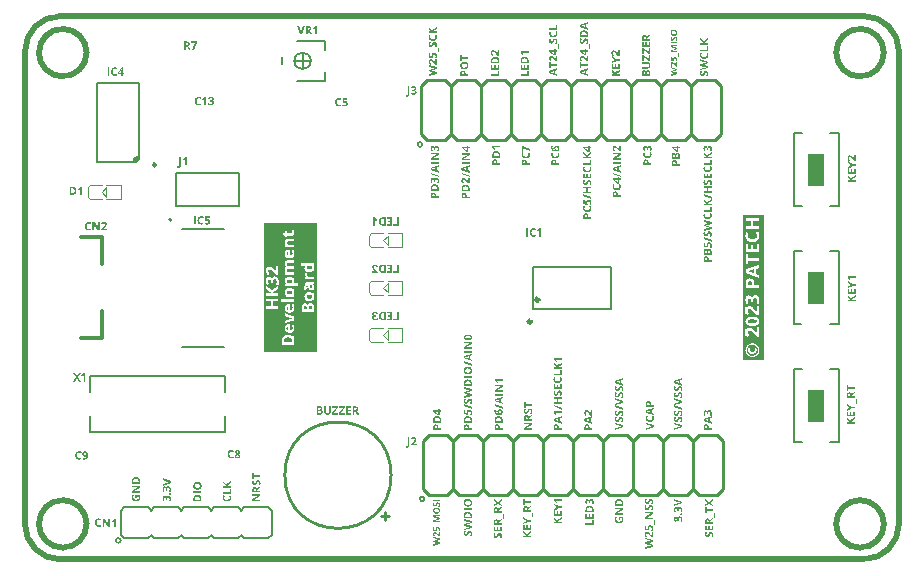
<source format=gto>
G04*
G04 #@! TF.GenerationSoftware,Altium Limited,Altium Designer,23.1.1 (15)*
G04*
G04 Layer_Color=65535*
%FSLAX44Y44*%
%MOMM*%
G71*
G04*
G04 #@! TF.SameCoordinates,9F4D0ECE-2CF4-41AA-81F9-B76AE3B11C26*
G04*
G04*
G04 #@! TF.FilePolarity,Positive*
G04*
G01*
G75*
%ADD10C,0.5000*%
%ADD11C,0.2000*%
%ADD12C,0.2500*%
%ADD13C,0.2540*%
%ADD14C,0.3000*%
%ADD15C,0.1000*%
%ADD16C,0.1270*%
%ADD17C,0.1524*%
%ADD18R,1.4000X2.8000*%
G36*
X348500Y575250D02*
X345500Y574500D01*
Y576000D01*
X348500Y579000D01*
X350500D01*
X348500Y575250D01*
D02*
G37*
G36*
X468770Y522500D02*
X485577D01*
Y413500D01*
X468770D01*
X456000D01*
Y522500D01*
X468770D01*
D01*
D02*
G37*
G36*
X501119Y413500D02*
X485577D01*
Y522500D01*
X501119D01*
Y413500D01*
D02*
G37*
G36*
X880075Y406332D02*
X862000D01*
Y529668D01*
X880075D01*
Y406332D01*
D02*
G37*
G36*
X348222Y307658D02*
X348360Y307644D01*
X348527Y307616D01*
X348707Y307589D01*
X348901Y307547D01*
X349109Y307505D01*
X349317Y307436D01*
X349539Y307353D01*
X349747Y307270D01*
X349969Y307145D01*
X350163Y307020D01*
X350358Y306867D01*
X350538Y306701D01*
X350552Y306687D01*
X350579Y306659D01*
X350621Y306604D01*
X350676Y306521D01*
X350746Y306424D01*
X350815Y306299D01*
X350898Y306160D01*
X350982Y305994D01*
X351065Y305813D01*
X351148Y305605D01*
X351217Y305370D01*
X351287Y305134D01*
X351342Y304856D01*
X351384Y304565D01*
X351412Y304260D01*
X351425Y303927D01*
Y302000D01*
X344588D01*
Y304302D01*
X344602Y304413D01*
X344616Y304551D01*
X344630Y304718D01*
X344658Y304898D01*
X344699Y305092D01*
X344810Y305508D01*
X344879Y305730D01*
X344963Y305938D01*
X345060Y306160D01*
X345185Y306368D01*
X345323Y306562D01*
X345476Y306743D01*
X345490Y306756D01*
X345518Y306784D01*
X345573Y306826D01*
X345642Y306895D01*
X345726Y306964D01*
X345836Y307034D01*
X345975Y307117D01*
X346114Y307214D01*
X346280Y307297D01*
X346474Y307381D01*
X346669Y307450D01*
X346890Y307533D01*
X347126Y307589D01*
X347390Y307630D01*
X347653Y307658D01*
X347944Y307672D01*
X347958D01*
X348014D01*
X348111D01*
X348222Y307658D01*
D02*
G37*
G36*
X351425Y298421D02*
X346253Y295454D01*
Y295412D01*
X346266D01*
X346308D01*
X346377Y295426D01*
X346474D01*
X346585D01*
X346724Y295440D01*
X347015Y295454D01*
X347334Y295468D01*
X347653Y295481D01*
X347958Y295495D01*
X348083D01*
X348208D01*
X351425D01*
Y294205D01*
X344588D01*
Y296036D01*
X349720Y299004D01*
Y299032D01*
X349706D01*
X349664D01*
X349595D01*
X349498Y299018D01*
X349387D01*
X349262Y299004D01*
X348985D01*
X348680Y298990D01*
X348360Y298976D01*
X348069Y298962D01*
X347944D01*
X347834D01*
X344588D01*
Y300266D01*
X351425D01*
Y298421D01*
D02*
G37*
G36*
X351134Y292569D02*
X351148Y292555D01*
X351176Y292472D01*
X351203Y292347D01*
X351259Y292181D01*
X351301Y291987D01*
X351356Y291779D01*
X351398Y291557D01*
X351425Y291335D01*
Y291307D01*
X351439Y291238D01*
X351453Y291113D01*
X351467Y290974D01*
X351481Y290794D01*
X351495Y290586D01*
X351509Y290364D01*
Y289989D01*
X351495Y289893D01*
X351481Y289754D01*
X351467Y289601D01*
X351439Y289449D01*
X351398Y289268D01*
X351287Y288880D01*
X351217Y288686D01*
X351134Y288492D01*
X351023Y288298D01*
X350898Y288103D01*
X350760Y287937D01*
X350607Y287771D01*
X350593Y287757D01*
X350566Y287743D01*
X350510Y287701D01*
X350441Y287646D01*
X350344Y287590D01*
X350233Y287521D01*
X350094Y287438D01*
X349941Y287368D01*
X349775Y287299D01*
X349581Y287216D01*
X349359Y287146D01*
X349123Y287091D01*
X348874Y287036D01*
X348596Y287008D01*
X348305Y286980D01*
X348000Y286966D01*
X347986D01*
X347931D01*
X347847D01*
X347723Y286980D01*
X347584Y286994D01*
X347431Y287022D01*
X347251Y287049D01*
X347057Y287091D01*
X346641Y287202D01*
X346433Y287271D01*
X346211Y287368D01*
X346003Y287479D01*
X345795Y287604D01*
X345601Y287743D01*
X345420Y287909D01*
X345406Y287923D01*
X345379Y287951D01*
X345337Y288006D01*
X345268Y288090D01*
X345199Y288173D01*
X345129Y288298D01*
X345046Y288436D01*
X344949Y288589D01*
X344866Y288769D01*
X344782Y288963D01*
X344713Y289185D01*
X344630Y289407D01*
X344574Y289671D01*
X344533Y289934D01*
X344505Y290225D01*
X344491Y290530D01*
Y290711D01*
X344505Y290808D01*
X344519Y290919D01*
Y291043D01*
X344547Y291182D01*
X344588Y291487D01*
X344672Y291834D01*
X344769Y292195D01*
X344907Y292569D01*
X346072Y292084D01*
Y292070D01*
X346058Y292056D01*
X346031Y292014D01*
X346017Y291959D01*
X345947Y291806D01*
X345878Y291612D01*
X345823Y291376D01*
X345753Y291113D01*
X345712Y290822D01*
X345698Y290530D01*
Y290433D01*
X345712Y290378D01*
Y290295D01*
X345726Y290198D01*
X345781Y289989D01*
X345850Y289754D01*
X345961Y289490D01*
X346128Y289241D01*
X346225Y289130D01*
X346336Y289019D01*
X346363Y288991D01*
X346405Y288963D01*
X346447Y288936D01*
X346585Y288839D01*
X346780Y288741D01*
X347029Y288630D01*
X347307Y288533D01*
X347653Y288478D01*
X348028Y288450D01*
X348041D01*
X348083D01*
X348139D01*
X348208Y288464D01*
X348305D01*
X348416Y288478D01*
X348666Y288506D01*
X348943Y288561D01*
X349220Y288644D01*
X349498Y288755D01*
X349734Y288908D01*
X349761Y288936D01*
X349831Y288991D01*
X349914Y289102D01*
X350025Y289241D01*
X350136Y289435D01*
X350219Y289657D01*
X350288Y289934D01*
X350316Y290239D01*
Y290406D01*
X350302Y290530D01*
X350288Y290669D01*
X350274Y290822D01*
X350219Y291154D01*
X348804D01*
Y289865D01*
X347584D01*
Y292583D01*
X351134D01*
Y292569D01*
D02*
G37*
G36*
X377425Y304177D02*
Y302596D01*
X370588Y300280D01*
Y301736D01*
X374666Y303026D01*
X374679D01*
X374735Y303040D01*
X374804Y303067D01*
X374901Y303095D01*
X375026Y303123D01*
X375179Y303165D01*
X375331Y303206D01*
X375512Y303248D01*
X375526D01*
X375581Y303262D01*
X375664Y303289D01*
X375775Y303303D01*
X375983Y303359D01*
X376080Y303373D01*
X376163Y303386D01*
X376136D01*
X376080Y303400D01*
X375969Y303414D01*
X375817Y303456D01*
X375609Y303497D01*
X375345Y303567D01*
X375206Y303594D01*
X375040Y303650D01*
X374860Y303692D01*
X374666Y303747D01*
X370588Y305037D01*
Y306507D01*
X377425Y304177D01*
D02*
G37*
G36*
X375609Y299892D02*
X375692Y299878D01*
X375775Y299864D01*
X375997Y299822D01*
X376247Y299725D01*
X376496Y299600D01*
X376621Y299517D01*
X376746Y299420D01*
X376857Y299309D01*
X376968Y299184D01*
Y299170D01*
X376996Y299157D01*
X377023Y299115D01*
X377051Y299060D01*
X377093Y298976D01*
X377134Y298893D01*
X377190Y298782D01*
X377231Y298671D01*
X377287Y298533D01*
X377342Y298380D01*
X377384Y298214D01*
X377425Y298033D01*
X377453Y297825D01*
X377481Y297617D01*
X377509Y297395D01*
Y296965D01*
X377495Y296868D01*
Y296744D01*
X377481Y296619D01*
X377467Y296480D01*
X377425Y296175D01*
X377356Y295842D01*
X377273Y295509D01*
X377162Y295176D01*
X375928D01*
X375942Y295190D01*
X375955Y295246D01*
X375997Y295329D01*
X376039Y295440D01*
X376094Y295565D01*
X376150Y295717D01*
X376205Y295884D01*
X376260Y296050D01*
Y296078D01*
X376274Y296133D01*
X376302Y296230D01*
X376316Y296341D01*
X376344Y296494D01*
X376371Y296646D01*
X376385Y296993D01*
Y297118D01*
X376371Y297243D01*
X376358Y297395D01*
X376330Y297562D01*
X376274Y297742D01*
X376219Y297908D01*
X376136Y298047D01*
X376122Y298061D01*
X376094Y298103D01*
X376025Y298158D01*
X375942Y298227D01*
X375831Y298283D01*
X375706Y298338D01*
X375539Y298380D01*
X375359Y298394D01*
X375331D01*
X375276D01*
X375193Y298380D01*
X375096Y298338D01*
X374985Y298297D01*
X374874Y298227D01*
X374763Y298130D01*
X374679Y297992D01*
X374666Y297978D01*
X374652Y297922D01*
X374610Y297825D01*
X374569Y297687D01*
X374541Y297520D01*
X374499Y297298D01*
X374485Y297049D01*
X374472Y296744D01*
Y296230D01*
X373362D01*
Y296882D01*
X373348Y297021D01*
X373334Y297201D01*
X373307Y297381D01*
X373279Y297576D01*
X373223Y297756D01*
X373154Y297908D01*
X373140Y297922D01*
X373112Y297964D01*
X373057Y298033D01*
X372988Y298103D01*
X372891Y298158D01*
X372766Y298227D01*
X372613Y298269D01*
X372433Y298283D01*
X372419D01*
X372405D01*
X372308Y298269D01*
X372183Y298227D01*
X372044Y298158D01*
X371975Y298116D01*
X371906Y298047D01*
X371837Y297964D01*
X371781Y297881D01*
X371726Y297756D01*
X371684Y297631D01*
X371670Y297479D01*
X371656Y297312D01*
Y297187D01*
X371670Y297104D01*
X371684Y296993D01*
X371712Y296882D01*
X371781Y296619D01*
Y296605D01*
X371809Y296563D01*
X371837Y296494D01*
X371864Y296397D01*
X371920Y296286D01*
X371989Y296147D01*
X372072Y296008D01*
X372169Y295856D01*
X371171Y295190D01*
X371157Y295204D01*
X371143Y295232D01*
X371101Y295287D01*
X371060Y295357D01*
X371018Y295440D01*
X370949Y295551D01*
X370894Y295676D01*
X370824Y295814D01*
X370769Y295967D01*
X370699Y296147D01*
X370602Y296522D01*
X370519Y296938D01*
X370505Y297173D01*
X370491Y297409D01*
Y297589D01*
X370505Y297673D01*
X370519Y297784D01*
X370547Y298019D01*
X370602Y298283D01*
X370672Y298574D01*
X370783Y298838D01*
X370921Y299087D01*
Y299101D01*
X370935Y299115D01*
X371004Y299184D01*
X371101Y299281D01*
X371226Y299406D01*
X371407Y299517D01*
X371615Y299614D01*
X371850Y299684D01*
X371989Y299711D01*
X372128D01*
X372155D01*
X372239D01*
X372350Y299697D01*
X372502Y299670D01*
X372669Y299614D01*
X372863Y299545D01*
X373043Y299448D01*
X373223Y299323D01*
X373237Y299309D01*
X373293Y299254D01*
X373376Y299157D01*
X373459Y299046D01*
X373570Y298879D01*
X373667Y298699D01*
X373764Y298477D01*
X373834Y298227D01*
X373861D01*
Y298269D01*
X373875Y298311D01*
X373889Y298366D01*
X373917Y298519D01*
X373958Y298699D01*
X374028Y298893D01*
X374111Y299101D01*
X374222Y299309D01*
X374361Y299476D01*
X374374Y299489D01*
X374430Y299545D01*
X374527Y299614D01*
X374652Y299697D01*
X374804Y299767D01*
X374985Y299836D01*
X375206Y299892D01*
X375442Y299905D01*
X375456D01*
X375484D01*
X375539D01*
X375609Y299892D01*
D02*
G37*
G36*
X376677Y294303D02*
X376760Y294289D01*
X376857Y294247D01*
X376968Y294206D01*
X377079Y294136D01*
X377176Y294053D01*
X377190Y294039D01*
X377217Y294011D01*
X377259Y293956D01*
X377301Y293887D01*
X377342Y293790D01*
X377384Y293692D01*
X377412Y293568D01*
X377425Y293443D01*
Y293387D01*
X377412Y293304D01*
X377398Y293221D01*
X377370Y293124D01*
X377314Y293013D01*
X377259Y292902D01*
X377176Y292805D01*
X377162Y292791D01*
X377134Y292763D01*
X377079Y292722D01*
X376996Y292680D01*
X376912Y292638D01*
X376801Y292597D01*
X376677Y292569D01*
X376552Y292555D01*
X376538D01*
X376496D01*
X376427Y292569D01*
X376344Y292583D01*
X376247Y292611D01*
X376136Y292666D01*
X376039Y292722D01*
X375942Y292805D01*
X375928Y292819D01*
X375900Y292847D01*
X375858Y292902D01*
X375803Y292985D01*
X375761Y293068D01*
X375720Y293179D01*
X375692Y293304D01*
X375678Y293429D01*
Y293498D01*
X375692Y293568D01*
X375706Y293651D01*
X375747Y293748D01*
X375789Y293845D01*
X375858Y293956D01*
X375942Y294053D01*
X375955Y294067D01*
X375983Y294095D01*
X376039Y294136D01*
X376108Y294192D01*
X376205Y294233D01*
X376302Y294275D01*
X376427Y294303D01*
X376552Y294317D01*
X376566D01*
X376607D01*
X376677Y294303D01*
D02*
G37*
G36*
X375609Y291681D02*
X375692Y291668D01*
X375775Y291654D01*
X375997Y291612D01*
X376247Y291515D01*
X376496Y291390D01*
X376621Y291307D01*
X376746Y291210D01*
X376857Y291099D01*
X376968Y290974D01*
Y290960D01*
X376996Y290947D01*
X377023Y290905D01*
X377051Y290849D01*
X377093Y290766D01*
X377134Y290683D01*
X377190Y290572D01*
X377231Y290461D01*
X377287Y290322D01*
X377342Y290170D01*
X377384Y290003D01*
X377425Y289823D01*
X377453Y289615D01*
X377481Y289407D01*
X377509Y289185D01*
Y288755D01*
X377495Y288658D01*
Y288533D01*
X377481Y288409D01*
X377467Y288270D01*
X377425Y287965D01*
X377356Y287632D01*
X377273Y287299D01*
X377162Y286966D01*
X375928D01*
X375942Y286980D01*
X375955Y287036D01*
X375997Y287119D01*
X376039Y287230D01*
X376094Y287355D01*
X376150Y287507D01*
X376205Y287673D01*
X376260Y287840D01*
Y287868D01*
X376274Y287923D01*
X376302Y288020D01*
X376316Y288131D01*
X376344Y288284D01*
X376371Y288436D01*
X376385Y288783D01*
Y288908D01*
X376371Y289033D01*
X376358Y289185D01*
X376330Y289352D01*
X376274Y289532D01*
X376219Y289698D01*
X376136Y289837D01*
X376122Y289851D01*
X376094Y289893D01*
X376025Y289948D01*
X375942Y290017D01*
X375831Y290073D01*
X375706Y290128D01*
X375539Y290170D01*
X375359Y290184D01*
X375331D01*
X375276D01*
X375193Y290170D01*
X375096Y290128D01*
X374985Y290087D01*
X374874Y290017D01*
X374763Y289920D01*
X374679Y289781D01*
X374666Y289768D01*
X374652Y289712D01*
X374610Y289615D01*
X374569Y289476D01*
X374541Y289310D01*
X374499Y289088D01*
X374485Y288839D01*
X374472Y288533D01*
Y288020D01*
X373362D01*
Y288672D01*
X373348Y288811D01*
X373334Y288991D01*
X373307Y289171D01*
X373279Y289366D01*
X373223Y289546D01*
X373154Y289698D01*
X373140Y289712D01*
X373112Y289754D01*
X373057Y289823D01*
X372988Y289893D01*
X372891Y289948D01*
X372766Y290017D01*
X372613Y290059D01*
X372433Y290073D01*
X372419D01*
X372405D01*
X372308Y290059D01*
X372183Y290017D01*
X372044Y289948D01*
X371975Y289906D01*
X371906Y289837D01*
X371837Y289754D01*
X371781Y289671D01*
X371726Y289546D01*
X371684Y289421D01*
X371670Y289268D01*
X371656Y289102D01*
Y288977D01*
X371670Y288894D01*
X371684Y288783D01*
X371712Y288672D01*
X371781Y288409D01*
Y288395D01*
X371809Y288353D01*
X371837Y288284D01*
X371864Y288187D01*
X371920Y288076D01*
X371989Y287937D01*
X372072Y287798D01*
X372169Y287646D01*
X371171Y286980D01*
X371157Y286994D01*
X371143Y287022D01*
X371101Y287077D01*
X371060Y287146D01*
X371018Y287230D01*
X370949Y287341D01*
X370894Y287465D01*
X370824Y287604D01*
X370769Y287757D01*
X370699Y287937D01*
X370602Y288312D01*
X370519Y288727D01*
X370505Y288963D01*
X370491Y289199D01*
Y289379D01*
X370505Y289463D01*
X370519Y289573D01*
X370547Y289809D01*
X370602Y290073D01*
X370672Y290364D01*
X370783Y290627D01*
X370921Y290877D01*
Y290891D01*
X370935Y290905D01*
X371004Y290974D01*
X371101Y291071D01*
X371226Y291196D01*
X371407Y291307D01*
X371615Y291404D01*
X371850Y291474D01*
X371989Y291501D01*
X372128D01*
X372155D01*
X372239D01*
X372350Y291487D01*
X372502Y291460D01*
X372669Y291404D01*
X372863Y291335D01*
X373043Y291238D01*
X373223Y291113D01*
X373237Y291099D01*
X373293Y291044D01*
X373376Y290947D01*
X373459Y290835D01*
X373570Y290669D01*
X373667Y290489D01*
X373764Y290267D01*
X373834Y290017D01*
X373861D01*
Y290059D01*
X373875Y290100D01*
X373889Y290156D01*
X373917Y290308D01*
X373958Y290489D01*
X374028Y290683D01*
X374111Y290891D01*
X374222Y291099D01*
X374361Y291266D01*
X374374Y291279D01*
X374430Y291335D01*
X374527Y291404D01*
X374652Y291487D01*
X374804Y291557D01*
X374985Y291626D01*
X375206Y291681D01*
X375442Y291695D01*
X375456D01*
X375484D01*
X375539D01*
X375609Y291681D01*
D02*
G37*
G36*
X400284Y303428D02*
X400423Y303414D01*
X400589Y303400D01*
X400770Y303372D01*
X400978Y303331D01*
X401394Y303234D01*
X401616Y303165D01*
X401824Y303081D01*
X402032Y302984D01*
X402240Y302873D01*
X402434Y302749D01*
X402614Y302596D01*
X402628Y302582D01*
X402656Y302554D01*
X402697Y302513D01*
X402753Y302443D01*
X402822Y302360D01*
X402905Y302249D01*
X402975Y302124D01*
X403058Y301986D01*
X403155Y301819D01*
X403224Y301639D01*
X403308Y301445D01*
X403377Y301223D01*
X403432Y300987D01*
X403474Y300737D01*
X403502Y300474D01*
X403516Y300183D01*
Y300030D01*
X403502Y299919D01*
X403488Y299795D01*
X403474Y299642D01*
X403446Y299475D01*
X403405Y299295D01*
X403294Y298907D01*
X403224Y298699D01*
X403141Y298505D01*
X403030Y298311D01*
X402905Y298116D01*
X402767Y297936D01*
X402614Y297770D01*
X402600Y297756D01*
X402573Y297728D01*
X402517Y297687D01*
X402448Y297645D01*
X402351Y297576D01*
X402240Y297506D01*
X402101Y297437D01*
X401949Y297354D01*
X401782Y297270D01*
X401588Y297201D01*
X401366Y297132D01*
X401130Y297062D01*
X400881Y297021D01*
X400603Y296979D01*
X400312Y296952D01*
X400007Y296938D01*
X399993D01*
X399938D01*
X399841D01*
X399729Y296952D01*
X399577Y296965D01*
X399411Y296979D01*
X399230Y297007D01*
X399036Y297049D01*
X398606Y297146D01*
X398398Y297215D01*
X398176Y297284D01*
X397968Y297381D01*
X397760Y297492D01*
X397566Y297617D01*
X397386Y297770D01*
X397372Y297784D01*
X397344Y297811D01*
X397303Y297853D01*
X397247Y297922D01*
X397178Y298019D01*
X397094Y298116D01*
X397025Y298241D01*
X396928Y298394D01*
X396845Y298560D01*
X396776Y298741D01*
X396692Y298935D01*
X396623Y299157D01*
X396567Y299392D01*
X396526Y299642D01*
X396498Y299905D01*
X396484Y300197D01*
Y300349D01*
X396498Y300460D01*
X396512Y300585D01*
X396526Y300737D01*
X396554Y300904D01*
X396595Y301098D01*
X396706Y301486D01*
X396776Y301681D01*
X396873Y301889D01*
X396970Y302083D01*
X397094Y302263D01*
X397233Y302443D01*
X397400Y302610D01*
X397413Y302624D01*
X397441Y302651D01*
X397497Y302693D01*
X397566Y302735D01*
X397663Y302804D01*
X397774Y302873D01*
X397913Y302943D01*
X398065Y303026D01*
X398232Y303109D01*
X398426Y303178D01*
X398648Y303248D01*
X398884Y303317D01*
X399133Y303359D01*
X399411Y303400D01*
X399702Y303428D01*
X400007Y303442D01*
X400021D01*
X400076D01*
X400173D01*
X400284Y303428D01*
D02*
G37*
G36*
X403432Y294067D02*
X396595D01*
Y295509D01*
X403432D01*
Y294067D01*
D02*
G37*
G36*
X400229Y292624D02*
X400368Y292611D01*
X400534Y292583D01*
X400714Y292555D01*
X400908Y292514D01*
X401116Y292472D01*
X401324Y292403D01*
X401546Y292319D01*
X401754Y292236D01*
X401976Y292111D01*
X402170Y291987D01*
X402365Y291834D01*
X402545Y291668D01*
X402559Y291654D01*
X402586Y291626D01*
X402628Y291570D01*
X402683Y291487D01*
X402753Y291390D01*
X402822Y291265D01*
X402905Y291127D01*
X402989Y290960D01*
X403072Y290780D01*
X403155Y290572D01*
X403224Y290336D01*
X403294Y290100D01*
X403349Y289823D01*
X403391Y289532D01*
X403419Y289227D01*
X403432Y288894D01*
Y286966D01*
X396595D01*
Y289268D01*
X396609Y289379D01*
X396623Y289518D01*
X396637Y289684D01*
X396665Y289865D01*
X396706Y290059D01*
X396817Y290475D01*
X396886Y290697D01*
X396970Y290905D01*
X397067Y291127D01*
X397192Y291335D01*
X397330Y291529D01*
X397483Y291709D01*
X397497Y291723D01*
X397524Y291751D01*
X397580Y291792D01*
X397649Y291862D01*
X397733Y291931D01*
X397843Y292001D01*
X397982Y292084D01*
X398121Y292181D01*
X398287Y292264D01*
X398481Y292347D01*
X398675Y292416D01*
X398897Y292500D01*
X399133Y292555D01*
X399397Y292597D01*
X399660Y292624D01*
X399951Y292638D01*
X399965D01*
X400021D01*
X400118D01*
X400229Y292624D01*
D02*
G37*
G36*
X428425Y302638D02*
X425555Y300835D01*
X425985Y300224D01*
X428425D01*
Y298782D01*
X421588D01*
Y300224D01*
X424723D01*
X423918Y300793D01*
X421588Y302651D01*
Y304260D01*
X424626Y301875D01*
X428425Y304274D01*
Y302638D01*
D02*
G37*
G36*
Y293374D02*
X421588D01*
Y294816D01*
X427233D01*
Y297589D01*
X428425D01*
Y293374D01*
D02*
G37*
G36*
X423156Y291709D02*
X423142Y291695D01*
X423128Y291640D01*
X423086Y291571D01*
X423045Y291474D01*
X423003Y291349D01*
X422948Y291224D01*
X422836Y290933D01*
Y290919D01*
X422809Y290863D01*
X422795Y290794D01*
X422767Y290697D01*
X422739Y290572D01*
X422726Y290447D01*
X422698Y290170D01*
Y290087D01*
X422712Y290031D01*
X422726Y289893D01*
X422781Y289698D01*
X422850Y289504D01*
X422961Y289282D01*
X423114Y289074D01*
X423211Y288991D01*
X423322Y288894D01*
X423350Y288880D01*
X423391Y288852D01*
X423433Y288825D01*
X423572Y288755D01*
X423766Y288672D01*
X424002Y288589D01*
X424293Y288519D01*
X424639Y288464D01*
X425028Y288450D01*
X425056D01*
X425125D01*
X425236Y288464D01*
X425388Y288478D01*
X425555Y288506D01*
X425749Y288547D01*
X425957Y288589D01*
X426165Y288672D01*
X426387Y288755D01*
X426595Y288866D01*
X426789Y289005D01*
X426955Y289171D01*
X427108Y289379D01*
X427219Y289601D01*
X427288Y289865D01*
X427316Y290170D01*
Y290295D01*
X427302Y290364D01*
Y290447D01*
X427274Y290655D01*
X427233Y290919D01*
X427164Y291210D01*
X427080Y291543D01*
X426955Y291917D01*
X428176D01*
Y291903D01*
X428190Y291876D01*
X428204Y291834D01*
X428231Y291765D01*
X428259Y291695D01*
X428287Y291598D01*
X428315Y291487D01*
X428342Y291362D01*
X428398Y291085D01*
X428453Y290766D01*
X428495Y290406D01*
X428509Y290031D01*
Y289893D01*
X428495Y289781D01*
X428481Y289657D01*
X428467Y289518D01*
X428439Y289366D01*
X428398Y289185D01*
X428287Y288825D01*
X428218Y288631D01*
X428134Y288450D01*
X428037Y288256D01*
X427912Y288076D01*
X427774Y287909D01*
X427621Y287757D01*
X427607Y287743D01*
X427579Y287729D01*
X427524Y287687D01*
X427455Y287632D01*
X427358Y287577D01*
X427247Y287507D01*
X427108Y287438D01*
X426955Y287368D01*
X426789Y287285D01*
X426595Y287216D01*
X426373Y287146D01*
X426151Y287091D01*
X425901Y287036D01*
X425624Y286994D01*
X425333Y286980D01*
X425028Y286966D01*
X425014D01*
X424986D01*
X424917D01*
X424847D01*
X424750Y286980D01*
X424653Y286994D01*
X424390Y287022D01*
X424099Y287063D01*
X423793Y287133D01*
X423461Y287230D01*
X423156Y287355D01*
X423142D01*
X423114Y287368D01*
X423072Y287396D01*
X423017Y287424D01*
X422878Y287521D01*
X422698Y287646D01*
X422504Y287798D01*
X422296Y287992D01*
X422102Y288214D01*
X421921Y288464D01*
Y288478D01*
X421907Y288492D01*
X421880Y288533D01*
X421852Y288589D01*
X421824Y288658D01*
X421782Y288741D01*
X421699Y288949D01*
X421630Y289199D01*
X421561Y289490D01*
X421505Y289823D01*
X421491Y290170D01*
Y290267D01*
X421505Y290336D01*
Y290433D01*
X421519Y290544D01*
X421533Y290655D01*
X421547Y290794D01*
X421616Y291099D01*
X421699Y291446D01*
X421810Y291806D01*
X421977Y292181D01*
X423156Y291709D01*
D02*
G37*
G36*
X447795Y309003D02*
X453425D01*
Y307547D01*
X447795D01*
Y305689D01*
X446588D01*
Y310861D01*
X447795D01*
Y309003D01*
D02*
G37*
G36*
X451692Y305106D02*
X451858Y305092D01*
X452066Y305037D01*
X452288Y304954D01*
X452538Y304843D01*
X452774Y304676D01*
X452885Y304565D01*
X452982Y304454D01*
Y304440D01*
X453009Y304427D01*
X453023Y304385D01*
X453065Y304329D01*
X453106Y304260D01*
X453148Y304177D01*
X453190Y304080D01*
X453245Y303969D01*
X453301Y303844D01*
X453342Y303705D01*
X453425Y303386D01*
X453481Y303012D01*
X453509Y302596D01*
Y302416D01*
X453495Y302319D01*
X453481Y302208D01*
X453453Y301944D01*
X453412Y301639D01*
X453342Y301320D01*
X453245Y300987D01*
X453120Y300654D01*
X451761D01*
Y300668D01*
X451775Y300682D01*
X451817Y300765D01*
X451872Y300904D01*
X451942Y301056D01*
X452011Y301251D01*
X452080Y301445D01*
X452150Y301639D01*
X452205Y301819D01*
Y301847D01*
X452219Y301903D01*
X452247Y302000D01*
X452261Y302111D01*
X452288Y302249D01*
X452316Y302402D01*
X452330Y302707D01*
Y302790D01*
X452316Y302873D01*
X452302Y302970D01*
X452247Y303206D01*
X452205Y303331D01*
X452150Y303428D01*
X452136Y303442D01*
X452122Y303470D01*
X452066Y303511D01*
X452011Y303567D01*
X451942Y303608D01*
X451844Y303650D01*
X451734Y303678D01*
X451609Y303692D01*
X451595D01*
X451567D01*
X451484Y303678D01*
X451373Y303650D01*
X451248Y303581D01*
X451234D01*
X451220Y303567D01*
X451151Y303497D01*
X451054Y303400D01*
X450943Y303248D01*
X450929Y303234D01*
X450915Y303206D01*
X450888Y303151D01*
X450832Y303054D01*
X450777Y302943D01*
X450693Y302790D01*
X450596Y302596D01*
X450485Y302360D01*
X450471Y302332D01*
X450430Y302263D01*
X450374Y302152D01*
X450305Y302013D01*
X450208Y301861D01*
X450111Y301695D01*
X450014Y301556D01*
X449917Y301417D01*
X449903Y301403D01*
X449861Y301362D01*
X449806Y301306D01*
X449737Y301237D01*
X449639Y301168D01*
X449529Y301084D01*
X449279Y300918D01*
X449265Y300904D01*
X449210Y300890D01*
X449140Y300862D01*
X449043Y300835D01*
X448918Y300793D01*
X448766Y300765D01*
X448613Y300751D01*
X448433Y300738D01*
X448419D01*
X448391D01*
X448350D01*
X448280Y300751D01*
X448114Y300765D01*
X447920Y300821D01*
X447698Y300890D01*
X447462Y301001D01*
X447226Y301154D01*
X447115Y301237D01*
X447018Y301348D01*
Y301362D01*
X446991Y301376D01*
X446963Y301417D01*
X446935Y301459D01*
X446852Y301597D01*
X446755Y301792D01*
X446658Y302041D01*
X446575Y302332D01*
X446519Y302665D01*
X446491Y303054D01*
Y303248D01*
X446505Y303373D01*
X446519Y303539D01*
X446547Y303705D01*
X446616Y304066D01*
Y304094D01*
X446644Y304149D01*
X446672Y304246D01*
X446713Y304371D01*
X446755Y304524D01*
X446824Y304704D01*
X446894Y304884D01*
X446977Y305078D01*
X448100Y304621D01*
X448086Y304593D01*
X448058Y304524D01*
X448031Y304427D01*
X447975Y304302D01*
X447934Y304149D01*
X447878Y303997D01*
X447836Y303844D01*
X447795Y303705D01*
Y303692D01*
X447781Y303650D01*
X447767Y303581D01*
X447739Y303484D01*
X447726Y303386D01*
X447712Y303262D01*
X447698Y303012D01*
Y302943D01*
X447712Y302873D01*
X447726Y302776D01*
X447781Y302568D01*
X447823Y302471D01*
X447892Y302374D01*
X447906Y302360D01*
X447920Y302346D01*
X447975Y302305D01*
X448031Y302263D01*
X448100Y302222D01*
X448183Y302194D01*
X448280Y302166D01*
X448391Y302152D01*
X448405D01*
X448419D01*
X448502Y302166D01*
X448613Y302194D01*
X448738Y302235D01*
X448766Y302249D01*
X448821Y302305D01*
X448918Y302402D01*
X449015Y302527D01*
Y302540D01*
X449043Y302568D01*
X449071Y302624D01*
X449126Y302721D01*
X449182Y302832D01*
X449265Y302998D01*
X449362Y303192D01*
X449487Y303442D01*
Y303456D01*
X449501Y303484D01*
X449529Y303539D01*
X449570Y303594D01*
X449653Y303761D01*
X449778Y303969D01*
X449917Y304191D01*
X450069Y304399D01*
X450236Y304593D01*
X450319Y304690D01*
X450402Y304759D01*
X450416Y304773D01*
X450485Y304815D01*
X450583Y304870D01*
X450721Y304940D01*
X450874Y305009D01*
X451068Y305065D01*
X451290Y305106D01*
X451539Y305120D01*
X451553D01*
X451581D01*
X451623D01*
X451692Y305106D01*
D02*
G37*
G36*
X453425Y298616D02*
X450804Y296979D01*
Y296203D01*
X453425D01*
Y294760D01*
X446588D01*
Y296882D01*
X446602Y296979D01*
Y297090D01*
X446616Y297229D01*
X446630Y297368D01*
X446658Y297534D01*
X446713Y297867D01*
X446810Y298214D01*
X446935Y298533D01*
X447004Y298671D01*
X447102Y298810D01*
Y298824D01*
X447129Y298838D01*
X447199Y298921D01*
X447309Y299018D01*
X447476Y299143D01*
X447698Y299268D01*
X447961Y299379D01*
X448280Y299448D01*
X448447Y299462D01*
X448641Y299476D01*
X448669D01*
X448738D01*
X448863Y299462D01*
X449002Y299434D01*
X449168Y299392D01*
X449348Y299337D01*
X449542Y299254D01*
X449723Y299143D01*
X449737Y299129D01*
X449792Y299087D01*
X449875Y299004D01*
X449986Y298907D01*
X450097Y298768D01*
X450222Y298616D01*
X450347Y298422D01*
X450458Y298214D01*
X450485Y298227D01*
X450555Y298283D01*
X450680Y298352D01*
X450832Y298463D01*
X451012Y298588D01*
X451220Y298727D01*
X451456Y298879D01*
X451692Y299046D01*
X452191Y299379D01*
X452441Y299545D01*
X452677Y299711D01*
X452898Y299864D01*
X453106Y300002D01*
X453287Y300127D01*
X453425Y300224D01*
Y298616D01*
D02*
G37*
G36*
Y291182D02*
X448253Y288214D01*
Y288173D01*
X448266D01*
X448308D01*
X448377Y288187D01*
X448475D01*
X448585D01*
X448724Y288200D01*
X449015Y288214D01*
X449334Y288228D01*
X449653Y288242D01*
X449958Y288256D01*
X450083D01*
X450208D01*
X453425D01*
Y286966D01*
X446588D01*
Y288797D01*
X451720Y291765D01*
Y291793D01*
X451706D01*
X451664D01*
X451595D01*
X451498Y291779D01*
X451387D01*
X451262Y291765D01*
X450985D01*
X450680Y291751D01*
X450361Y291737D01*
X450069Y291723D01*
X449944D01*
X449834D01*
X446588D01*
Y293027D01*
X453425D01*
Y291182D01*
D02*
G37*
G36*
X602711Y687323D02*
X599841Y685520D01*
X600270Y684910D01*
X602711D01*
Y683467D01*
X595874D01*
Y684910D01*
X599008D01*
X598204Y685478D01*
X595874Y687337D01*
Y688945D01*
X598911Y686560D01*
X602711Y688959D01*
Y687323D01*
D02*
G37*
G36*
X597441Y681803D02*
X597427Y681789D01*
X597413Y681734D01*
X597372Y681665D01*
X597330Y681567D01*
X597289Y681443D01*
X597233Y681318D01*
X597122Y681027D01*
Y681013D01*
X597095Y680957D01*
X597081Y680888D01*
X597053Y680791D01*
X597025Y680666D01*
X597011Y680541D01*
X596984Y680264D01*
Y680181D01*
X596997Y680125D01*
X597011Y679986D01*
X597067Y679792D01*
X597136Y679598D01*
X597247Y679376D01*
X597400Y679168D01*
X597497Y679085D01*
X597608Y678988D01*
X597635Y678974D01*
X597677Y678946D01*
X597719Y678919D01*
X597857Y678849D01*
X598051Y678766D01*
X598287Y678683D01*
X598578Y678614D01*
X598925Y678558D01*
X599314Y678544D01*
X599341D01*
X599411D01*
X599521Y678558D01*
X599674Y678572D01*
X599841Y678600D01*
X600035Y678641D01*
X600243Y678683D01*
X600451Y678766D01*
X600673Y678849D01*
X600881Y678960D01*
X601075Y679099D01*
X601241Y679265D01*
X601394Y679473D01*
X601505Y679695D01*
X601574Y679959D01*
X601602Y680264D01*
Y680389D01*
X601588Y680458D01*
Y680541D01*
X601560Y680749D01*
X601519Y681013D01*
X601449Y681304D01*
X601366Y681637D01*
X601241Y682011D01*
X602462D01*
Y681997D01*
X602476Y681970D01*
X602489Y681928D01*
X602517Y681859D01*
X602545Y681789D01*
X602573Y681692D01*
X602600Y681581D01*
X602628Y681457D01*
X602683Y681179D01*
X602739Y680860D01*
X602781Y680500D01*
X602794Y680125D01*
Y679986D01*
X602781Y679875D01*
X602767Y679751D01*
X602753Y679612D01*
X602725Y679459D01*
X602683Y679279D01*
X602573Y678919D01*
X602503Y678724D01*
X602420Y678544D01*
X602323Y678350D01*
X602198Y678170D01*
X602060Y678003D01*
X601907Y677851D01*
X601893Y677837D01*
X601865Y677823D01*
X601810Y677781D01*
X601740Y677726D01*
X601643Y677670D01*
X601533Y677601D01*
X601394Y677532D01*
X601241Y677462D01*
X601075Y677379D01*
X600881Y677310D01*
X600659Y677241D01*
X600437Y677185D01*
X600187Y677130D01*
X599910Y677088D01*
X599619Y677074D01*
X599314Y677060D01*
X599300D01*
X599272D01*
X599203D01*
X599133D01*
X599036Y677074D01*
X598939Y677088D01*
X598676Y677116D01*
X598384Y677157D01*
X598079Y677227D01*
X597746Y677324D01*
X597441Y677449D01*
X597427D01*
X597400Y677462D01*
X597358Y677490D01*
X597303Y677518D01*
X597164Y677615D01*
X596984Y677740D01*
X596790Y677892D01*
X596581Y678086D01*
X596387Y678308D01*
X596207Y678558D01*
Y678572D01*
X596193Y678586D01*
X596165Y678627D01*
X596138Y678683D01*
X596110Y678752D01*
X596068Y678835D01*
X595985Y679043D01*
X595916Y679293D01*
X595846Y679584D01*
X595791Y679917D01*
X595777Y680264D01*
Y680361D01*
X595791Y680430D01*
Y680527D01*
X595805Y680638D01*
X595819Y680749D01*
X595832Y680888D01*
X595902Y681193D01*
X595985Y681540D01*
X596096Y681900D01*
X596263Y682275D01*
X597441Y681803D01*
D02*
G37*
G36*
X600978Y676103D02*
X601144Y676089D01*
X601352Y676034D01*
X601574Y675951D01*
X601824Y675840D01*
X602060Y675673D01*
X602170Y675562D01*
X602267Y675452D01*
Y675438D01*
X602295Y675424D01*
X602309Y675382D01*
X602351Y675327D01*
X602392Y675257D01*
X602434Y675174D01*
X602476Y675077D01*
X602531Y674966D01*
X602587Y674841D01*
X602628Y674703D01*
X602711Y674384D01*
X602767Y674009D01*
X602794Y673593D01*
Y673413D01*
X602781Y673316D01*
X602767Y673205D01*
X602739Y672941D01*
X602697Y672636D01*
X602628Y672317D01*
X602531Y671984D01*
X602406Y671652D01*
X601047D01*
Y671665D01*
X601061Y671679D01*
X601102Y671762D01*
X601158Y671901D01*
X601227Y672054D01*
X601297Y672248D01*
X601366Y672442D01*
X601435Y672636D01*
X601491Y672816D01*
Y672844D01*
X601505Y672900D01*
X601533Y672997D01*
X601546Y673108D01*
X601574Y673246D01*
X601602Y673399D01*
X601616Y673704D01*
Y673787D01*
X601602Y673870D01*
X601588Y673968D01*
X601533Y674203D01*
X601491Y674328D01*
X601435Y674425D01*
X601422Y674439D01*
X601408Y674467D01*
X601352Y674508D01*
X601297Y674564D01*
X601227Y674605D01*
X601130Y674647D01*
X601019Y674675D01*
X600895Y674689D01*
X600881D01*
X600853D01*
X600770Y674675D01*
X600659Y674647D01*
X600534Y674578D01*
X600520D01*
X600506Y674564D01*
X600437Y674495D01*
X600340Y674398D01*
X600229Y674245D01*
X600215Y674231D01*
X600201Y674203D01*
X600173Y674148D01*
X600118Y674051D01*
X600062Y673940D01*
X599979Y673787D01*
X599882Y673593D01*
X599771Y673357D01*
X599757Y673330D01*
X599716Y673260D01*
X599660Y673149D01*
X599591Y673011D01*
X599494Y672858D01*
X599397Y672692D01*
X599300Y672553D01*
X599203Y672414D01*
X599189Y672400D01*
X599147Y672359D01*
X599092Y672303D01*
X599022Y672234D01*
X598925Y672165D01*
X598814Y672082D01*
X598565Y671915D01*
X598551Y671901D01*
X598495Y671887D01*
X598426Y671860D01*
X598329Y671832D01*
X598204Y671790D01*
X598051Y671762D01*
X597899Y671749D01*
X597719Y671735D01*
X597705D01*
X597677D01*
X597635D01*
X597566Y671749D01*
X597400Y671762D01*
X597206Y671818D01*
X596984Y671887D01*
X596748Y671998D01*
X596512Y672151D01*
X596401Y672234D01*
X596304Y672345D01*
Y672359D01*
X596276Y672373D01*
X596249Y672414D01*
X596221Y672456D01*
X596138Y672595D01*
X596041Y672789D01*
X595943Y673038D01*
X595860Y673330D01*
X595805Y673662D01*
X595777Y674051D01*
Y674245D01*
X595791Y674370D01*
X595805Y674536D01*
X595832Y674703D01*
X595902Y675063D01*
Y675091D01*
X595930Y675146D01*
X595957Y675244D01*
X595999Y675368D01*
X596041Y675521D01*
X596110Y675701D01*
X596179Y675881D01*
X596263Y676076D01*
X597386Y675618D01*
X597372Y675590D01*
X597344Y675521D01*
X597317Y675424D01*
X597261Y675299D01*
X597219Y675146D01*
X597164Y674994D01*
X597122Y674841D01*
X597081Y674703D01*
Y674689D01*
X597067Y674647D01*
X597053Y674578D01*
X597025Y674481D01*
X597011Y674384D01*
X596997Y674259D01*
X596984Y674009D01*
Y673940D01*
X596997Y673870D01*
X597011Y673773D01*
X597067Y673565D01*
X597108Y673468D01*
X597178Y673371D01*
X597192Y673357D01*
X597206Y673344D01*
X597261Y673302D01*
X597317Y673260D01*
X597386Y673219D01*
X597469Y673191D01*
X597566Y673163D01*
X597677Y673149D01*
X597691D01*
X597705D01*
X597788Y673163D01*
X597899Y673191D01*
X598024Y673232D01*
X598051Y673246D01*
X598107Y673302D01*
X598204Y673399D01*
X598301Y673524D01*
Y673538D01*
X598329Y673565D01*
X598357Y673621D01*
X598412Y673718D01*
X598467Y673829D01*
X598551Y673995D01*
X598648Y674190D01*
X598773Y674439D01*
Y674453D01*
X598787Y674481D01*
X598814Y674536D01*
X598856Y674592D01*
X598939Y674758D01*
X599064Y674966D01*
X599203Y675188D01*
X599355Y675396D01*
X599521Y675590D01*
X599605Y675687D01*
X599688Y675757D01*
X599702Y675770D01*
X599771Y675812D01*
X599868Y675867D01*
X600007Y675937D01*
X600159Y676006D01*
X600354Y676062D01*
X600575Y676103D01*
X600825Y676117D01*
X600839D01*
X600867D01*
X600908D01*
X600978Y676103D01*
D02*
G37*
G36*
X604223Y667269D02*
X603571D01*
Y671236D01*
X604223D01*
Y667269D01*
D02*
G37*
G36*
X600617Y666839D02*
X600714Y666825D01*
X600825Y666812D01*
X601075Y666770D01*
X601366Y666687D01*
X601657Y666562D01*
X601796Y666479D01*
X601935Y666382D01*
X602060Y666271D01*
X602184Y666146D01*
Y666132D01*
X602212Y666118D01*
X602240Y666076D01*
X602281Y666021D01*
X602323Y665938D01*
X602378Y665854D01*
X602434Y665744D01*
X602489Y665633D01*
X602545Y665494D01*
X602600Y665341D01*
X602656Y665175D01*
X602697Y664995D01*
X602739Y664800D01*
X602767Y664593D01*
X602781Y664357D01*
X602794Y664121D01*
Y663927D01*
X602781Y663830D01*
Y663719D01*
X602753Y663469D01*
X602711Y663178D01*
X602642Y662859D01*
X602559Y662554D01*
X602448Y662277D01*
X601186D01*
X601200Y662290D01*
X601213Y662346D01*
X601255Y662415D01*
X601311Y662526D01*
X601352Y662651D01*
X601408Y662803D01*
X601463Y662956D01*
X601519Y663136D01*
Y663164D01*
X601533Y663220D01*
X601560Y663317D01*
X601574Y663441D01*
X601602Y663580D01*
X601629Y663733D01*
X601643Y664065D01*
Y664121D01*
X601629Y664190D01*
Y664274D01*
X601616Y664371D01*
X601588Y664482D01*
X601505Y664731D01*
X601449Y664856D01*
X601380Y664981D01*
X601283Y665092D01*
X601186Y665189D01*
X601061Y665272D01*
X600908Y665341D01*
X600742Y665383D01*
X600548Y665397D01*
X600534D01*
X600506D01*
X600451Y665383D01*
X600381Y665369D01*
X600229Y665328D01*
X600132Y665286D01*
X600035Y665230D01*
X599938Y665147D01*
X599841Y665064D01*
X599757Y664953D01*
X599688Y664814D01*
X599619Y664662D01*
X599563Y664482D01*
X599535Y664260D01*
X599521Y664024D01*
Y663857D01*
X599535Y663774D01*
X599549Y663691D01*
X599577Y663469D01*
Y663428D01*
X599591Y663372D01*
X599605Y663303D01*
X599632Y663150D01*
X599674Y662998D01*
X599369Y662415D01*
X595874Y662679D01*
Y666382D01*
X597108D01*
Y663941D01*
X598440Y663816D01*
X598412Y663982D01*
Y663996D01*
X598398Y664038D01*
X598384Y664093D01*
X598371Y664176D01*
Y664274D01*
X598357Y664398D01*
X598343Y664537D01*
Y664787D01*
X598357Y664856D01*
Y664939D01*
X598371Y665036D01*
X598412Y665258D01*
X598481Y665508D01*
X598578Y665771D01*
X598717Y666021D01*
X598911Y666257D01*
Y666271D01*
X598939Y666284D01*
X599008Y666354D01*
X599133Y666451D01*
X599314Y666562D01*
X599521Y666659D01*
X599785Y666756D01*
X600090Y666825D01*
X600257Y666853D01*
X600437D01*
X600451D01*
X600492D01*
X600548D01*
X600617Y666839D01*
D02*
G37*
G36*
X602711Y656729D02*
X601713D01*
X599979Y658449D01*
X599965Y658463D01*
X599938Y658477D01*
X599910Y658518D01*
X599854Y658574D01*
X599716Y658699D01*
X599549Y658865D01*
X599369Y659031D01*
X599189Y659198D01*
X599022Y659336D01*
X598898Y659447D01*
X598884Y659461D01*
X598842Y659489D01*
X598787Y659531D01*
X598717Y659572D01*
X598537Y659683D01*
X598343Y659780D01*
X598329D01*
X598301Y659794D01*
X598246Y659822D01*
X598176Y659836D01*
X597996Y659877D01*
X597802Y659891D01*
X597788D01*
X597733D01*
X597663Y659877D01*
X597566Y659863D01*
X597469Y659836D01*
X597372Y659794D01*
X597275Y659739D01*
X597192Y659655D01*
X597178Y659641D01*
X597164Y659614D01*
X597122Y659572D01*
X597081Y659503D01*
X597053Y659420D01*
X597011Y659309D01*
X596997Y659198D01*
X596984Y659059D01*
Y658990D01*
X596997Y658906D01*
X597011Y658809D01*
X597025Y658699D01*
X597053Y658560D01*
X597108Y658421D01*
X597164Y658282D01*
X597178Y658269D01*
X597192Y658213D01*
X597233Y658144D01*
X597303Y658047D01*
X597372Y657922D01*
X597455Y657797D01*
X597566Y657658D01*
X597691Y657506D01*
X596762Y656715D01*
X596748Y656743D01*
X596692Y656798D01*
X596609Y656896D01*
X596526Y657007D01*
X596429Y657145D01*
X596318Y657284D01*
X596235Y657423D01*
X596152Y657547D01*
X596138Y657561D01*
X596124Y657603D01*
X596082Y657672D01*
X596054Y657769D01*
X595999Y657866D01*
X595957Y657991D01*
X595874Y658269D01*
Y658282D01*
X595860Y658338D01*
X595846Y658421D01*
X595819Y658532D01*
X595805Y658657D01*
X595791Y658809D01*
X595777Y658976D01*
Y659267D01*
X595791Y659378D01*
X595805Y659531D01*
X595832Y659711D01*
X595874Y659905D01*
X595930Y660099D01*
X596013Y660279D01*
X596027Y660307D01*
X596054Y660363D01*
X596110Y660446D01*
X596179Y660557D01*
X596276Y660682D01*
X596387Y660807D01*
X596526Y660931D01*
X596679Y661042D01*
X596692Y661056D01*
X596748Y661084D01*
X596845Y661125D01*
X596956Y661181D01*
X597095Y661236D01*
X597261Y661278D01*
X597441Y661306D01*
X597635Y661320D01*
X597649D01*
X597719D01*
X597802Y661306D01*
X597927D01*
X598065Y661278D01*
X598204Y661250D01*
X598371Y661209D01*
X598523Y661153D01*
X598537Y661139D01*
X598592Y661125D01*
X598676Y661084D01*
X598787Y661028D01*
X598911Y660959D01*
X599050Y660862D01*
X599203Y660765D01*
X599369Y660640D01*
X599383Y660626D01*
X599452Y660571D01*
X599549Y660488D01*
X599688Y660363D01*
X599854Y660196D01*
X600076Y659974D01*
X600312Y659725D01*
X600603Y659420D01*
X601435Y658532D01*
X601505D01*
Y661514D01*
X602711D01*
Y656729D01*
D02*
G37*
G36*
Y654607D02*
Y652957D01*
X599119Y652028D01*
X599105D01*
X599078Y652014D01*
X599036Y652000D01*
X598953Y651986D01*
X598856Y651958D01*
X598717Y651931D01*
X598551Y651889D01*
X598343Y651848D01*
X598329D01*
X598315D01*
X598246Y651834D01*
X598135Y651806D01*
X598010Y651792D01*
X597871Y651764D01*
X597746Y651737D01*
X597622Y651723D01*
X597524Y651709D01*
X597538D01*
X597566D01*
X597635Y651695D01*
X597719Y651681D01*
X597830Y651667D01*
X597968Y651639D01*
X598149Y651612D01*
X598343Y651570D01*
X598371D01*
X598426Y651556D01*
X598537Y651528D01*
X598648Y651515D01*
X598911Y651459D01*
X599036Y651431D01*
X599133Y651404D01*
X602711Y650474D01*
Y648824D01*
X595874Y647091D01*
Y648505D01*
X599605Y649393D01*
X599619D01*
X599646Y649407D01*
X599702Y649420D01*
X599785Y649434D01*
X599868Y649448D01*
X599979Y649462D01*
X600215Y649518D01*
X600506Y649573D01*
X600797Y649615D01*
X601116Y649670D01*
X601408Y649712D01*
X601394D01*
X601352D01*
X601297Y649726D01*
X601200Y649740D01*
X601089Y649753D01*
X600936Y649781D01*
X600770Y649809D01*
X600575Y649837D01*
X600548D01*
X600479Y649850D01*
X600381Y649878D01*
X600257Y649906D01*
X600118Y649934D01*
X599979Y649961D01*
X599841Y650003D01*
X599716Y650031D01*
X595874Y651029D01*
Y652402D01*
X599716Y653401D01*
X599730D01*
X599757Y653415D01*
X599827Y653428D01*
X599910Y653442D01*
X600021Y653470D01*
X600146Y653498D01*
X600312Y653539D01*
X600492Y653567D01*
X600520D01*
X600575Y653581D01*
X600673Y653595D01*
X600797Y653623D01*
X600950Y653650D01*
X601102Y653678D01*
X601408Y653720D01*
X601394D01*
X601338Y653734D01*
X601255D01*
X601158Y653747D01*
X601019Y653775D01*
X600867Y653803D01*
X600686Y653831D01*
X600492Y653858D01*
X600465D01*
X600395Y653872D01*
X600298Y653900D01*
X600173Y653928D01*
X600035Y653956D01*
X599896Y653983D01*
X599743Y654025D01*
X599605Y654053D01*
X595874Y654926D01*
Y656355D01*
X602711Y654607D01*
D02*
G37*
G36*
X623802Y663372D02*
X629432D01*
Y661916D01*
X623802D01*
Y660058D01*
X622595D01*
Y665230D01*
X623802D01*
Y663372D01*
D02*
G37*
G36*
X626284Y659295D02*
X626423Y659281D01*
X626589Y659267D01*
X626770Y659239D01*
X626978Y659198D01*
X627394Y659101D01*
X627616Y659031D01*
X627824Y658948D01*
X628032Y658851D01*
X628240Y658740D01*
X628434Y658615D01*
X628614Y658463D01*
X628628Y658449D01*
X628656Y658421D01*
X628697Y658380D01*
X628753Y658310D01*
X628822Y658227D01*
X628905Y658116D01*
X628975Y657991D01*
X629058Y657852D01*
X629155Y657686D01*
X629224Y657506D01*
X629308Y657312D01*
X629377Y657090D01*
X629432Y656854D01*
X629474Y656604D01*
X629502Y656341D01*
X629516Y656050D01*
Y655897D01*
X629502Y655786D01*
X629488Y655661D01*
X629474Y655509D01*
X629446Y655342D01*
X629405Y655162D01*
X629294Y654774D01*
X629224Y654566D01*
X629141Y654371D01*
X629030Y654177D01*
X628905Y653983D01*
X628767Y653803D01*
X628614Y653636D01*
X628600Y653623D01*
X628573Y653595D01*
X628517Y653553D01*
X628448Y653512D01*
X628351Y653442D01*
X628240Y653373D01*
X628101Y653304D01*
X627948Y653220D01*
X627782Y653137D01*
X627588Y653068D01*
X627366Y652999D01*
X627130Y652929D01*
X626881Y652888D01*
X626603Y652846D01*
X626312Y652818D01*
X626007Y652804D01*
X625993D01*
X625938D01*
X625840D01*
X625730Y652818D01*
X625577Y652832D01*
X625411Y652846D01*
X625230Y652874D01*
X625036Y652915D01*
X624606Y653012D01*
X624398Y653082D01*
X624176Y653151D01*
X623968Y653248D01*
X623760Y653359D01*
X623566Y653484D01*
X623386Y653636D01*
X623372Y653650D01*
X623344Y653678D01*
X623303Y653720D01*
X623247Y653789D01*
X623178Y653886D01*
X623095Y653983D01*
X623025Y654108D01*
X622928Y654260D01*
X622845Y654427D01*
X622776Y654607D01*
X622692Y654801D01*
X622623Y655023D01*
X622568Y655259D01*
X622526Y655509D01*
X622498Y655772D01*
X622484Y656063D01*
Y656216D01*
X622498Y656327D01*
X622512Y656452D01*
X622526Y656604D01*
X622554Y656771D01*
X622595Y656965D01*
X622706Y657353D01*
X622776Y657547D01*
X622873Y657755D01*
X622970Y657950D01*
X623095Y658130D01*
X623233Y658310D01*
X623400Y658476D01*
X623414Y658490D01*
X623441Y658518D01*
X623497Y658560D01*
X623566Y658601D01*
X623663Y658671D01*
X623774Y658740D01*
X623913Y658809D01*
X624065Y658893D01*
X624232Y658976D01*
X624426Y659045D01*
X624648Y659115D01*
X624884Y659184D01*
X625133Y659225D01*
X625411Y659267D01*
X625702Y659295D01*
X626007Y659309D01*
X626021D01*
X626076D01*
X626173D01*
X626284Y659295D01*
D02*
G37*
G36*
X624911Y651792D02*
X625008D01*
X625106Y651764D01*
X625355Y651723D01*
X625633Y651639D01*
X625910Y651515D01*
X626049Y651431D01*
X626187Y651348D01*
X626312Y651237D01*
X626423Y651112D01*
Y651098D01*
X626451Y651085D01*
X626479Y651043D01*
X626520Y650988D01*
X626562Y650918D01*
X626603Y650835D01*
X626659Y650724D01*
X626714Y650613D01*
X626770Y650488D01*
X626825Y650336D01*
X626867Y650183D01*
X626908Y650003D01*
X626950Y649809D01*
X626978Y649615D01*
X626992Y649393D01*
X627006Y649157D01*
Y648533D01*
X629432D01*
Y647091D01*
X622595D01*
Y649393D01*
X622609Y649476D01*
Y649573D01*
X622623Y649698D01*
X622665Y649975D01*
X622720Y650280D01*
X622817Y650585D01*
X622956Y650891D01*
X623039Y651029D01*
X623136Y651154D01*
Y651168D01*
X623164Y651182D01*
X623233Y651251D01*
X623358Y651362D01*
X623538Y651487D01*
X623760Y651598D01*
X624038Y651709D01*
X624357Y651778D01*
X624537Y651806D01*
X624731D01*
X624745D01*
X624773D01*
X624842D01*
X624911Y651792D01*
D02*
G37*
G36*
X655467Y664482D02*
X654469D01*
X652735Y666201D01*
X652721Y666215D01*
X652693Y666229D01*
X652666Y666271D01*
X652610Y666326D01*
X652471Y666451D01*
X652305Y666617D01*
X652125Y666784D01*
X651945Y666950D01*
X651778Y667089D01*
X651653Y667200D01*
X651639Y667214D01*
X651598Y667241D01*
X651542Y667283D01*
X651473Y667325D01*
X651293Y667436D01*
X651099Y667533D01*
X651085D01*
X651057Y667546D01*
X651002Y667574D01*
X650932Y667588D01*
X650752Y667630D01*
X650558Y667644D01*
X650544D01*
X650488D01*
X650419Y667630D01*
X650322Y667616D01*
X650225Y667588D01*
X650128Y667546D01*
X650031Y667491D01*
X649948Y667408D01*
X649934Y667394D01*
X649920Y667366D01*
X649878Y667325D01*
X649837Y667255D01*
X649809Y667172D01*
X649767Y667061D01*
X649753Y666950D01*
X649740Y666812D01*
Y666742D01*
X649753Y666659D01*
X649767Y666562D01*
X649781Y666451D01*
X649809Y666312D01*
X649864Y666173D01*
X649920Y666035D01*
X649934Y666021D01*
X649948Y665965D01*
X649989Y665896D01*
X650058Y665799D01*
X650128Y665674D01*
X650211Y665549D01*
X650322Y665411D01*
X650447Y665258D01*
X649518Y664468D01*
X649504Y664495D01*
X649448Y664551D01*
X649365Y664648D01*
X649282Y664759D01*
X649185Y664898D01*
X649074Y665036D01*
X648991Y665175D01*
X648907Y665300D01*
X648894Y665314D01*
X648880Y665355D01*
X648838Y665425D01*
X648810Y665522D01*
X648755Y665619D01*
X648713Y665744D01*
X648630Y666021D01*
Y666035D01*
X648616Y666090D01*
X648602Y666173D01*
X648575Y666284D01*
X648561Y666409D01*
X648547Y666562D01*
X648533Y666728D01*
Y667020D01*
X648547Y667130D01*
X648561Y667283D01*
X648588Y667463D01*
X648630Y667657D01*
X648686Y667852D01*
X648769Y668032D01*
X648783Y668060D01*
X648810Y668115D01*
X648866Y668198D01*
X648935Y668309D01*
X649032Y668434D01*
X649143Y668559D01*
X649282Y668684D01*
X649434Y668795D01*
X649448Y668809D01*
X649504Y668836D01*
X649601Y668878D01*
X649712Y668933D01*
X649850Y668989D01*
X650017Y669030D01*
X650197Y669058D01*
X650391Y669072D01*
X650405D01*
X650474D01*
X650558Y669058D01*
X650683D01*
X650821Y669030D01*
X650960Y669003D01*
X651126Y668961D01*
X651279Y668906D01*
X651293Y668892D01*
X651348Y668878D01*
X651431Y668836D01*
X651542Y668781D01*
X651667Y668711D01*
X651806Y668614D01*
X651958Y668517D01*
X652125Y668392D01*
X652139Y668379D01*
X652208Y668323D01*
X652305Y668240D01*
X652444Y668115D01*
X652610Y667949D01*
X652832Y667727D01*
X653068Y667477D01*
X653359Y667172D01*
X654191Y666284D01*
X654261D01*
Y669266D01*
X655467D01*
Y664482D01*
D02*
G37*
G36*
X652263Y663525D02*
X652402Y663511D01*
X652569Y663483D01*
X652749Y663455D01*
X652943Y663414D01*
X653151Y663372D01*
X653359Y663303D01*
X653581Y663220D01*
X653789Y663136D01*
X654011Y663011D01*
X654205Y662887D01*
X654399Y662734D01*
X654579Y662568D01*
X654593Y662554D01*
X654621Y662526D01*
X654663Y662471D01*
X654718Y662387D01*
X654788Y662290D01*
X654857Y662166D01*
X654940Y662027D01*
X655023Y661860D01*
X655107Y661680D01*
X655190Y661472D01*
X655259Y661236D01*
X655328Y661001D01*
X655384Y660723D01*
X655425Y660432D01*
X655453Y660127D01*
X655467Y659794D01*
Y657866D01*
X648630D01*
Y660169D01*
X648644Y660279D01*
X648658Y660418D01*
X648672Y660585D01*
X648699Y660765D01*
X648741Y660959D01*
X648852Y661375D01*
X648921Y661597D01*
X649004Y661805D01*
X649101Y662027D01*
X649226Y662235D01*
X649365Y662429D01*
X649518Y662609D01*
X649531Y662623D01*
X649559Y662651D01*
X649615Y662693D01*
X649684Y662762D01*
X649767Y662831D01*
X649878Y662901D01*
X650017Y662984D01*
X650155Y663081D01*
X650322Y663164D01*
X650516Y663247D01*
X650710Y663317D01*
X650932Y663400D01*
X651168Y663455D01*
X651431Y663497D01*
X651695Y663525D01*
X651986Y663539D01*
X652000D01*
X652056D01*
X652153D01*
X652263Y663525D01*
D02*
G37*
G36*
X655467Y652499D02*
X648630D01*
Y656438D01*
X649823D01*
Y653942D01*
X651320D01*
Y656258D01*
X652513D01*
Y653942D01*
X654274D01*
Y656438D01*
X655467D01*
Y652499D01*
D02*
G37*
G36*
Y647091D02*
X648630D01*
Y648533D01*
X654274D01*
Y651307D01*
X655467D01*
Y647091D01*
D02*
G37*
G36*
X680419Y666617D02*
X676466D01*
X675814Y666631D01*
X675107Y666645D01*
X675121Y666631D01*
X675162Y666590D01*
X675232Y666520D01*
X675301Y666451D01*
X675454Y666284D01*
X675523Y666201D01*
X675579Y666146D01*
X676203Y665369D01*
X675343Y664662D01*
X673581Y666867D01*
Y668060D01*
X680419D01*
Y666617D01*
D02*
G37*
G36*
X677215Y663525D02*
X677354Y663511D01*
X677520Y663483D01*
X677700Y663455D01*
X677895Y663414D01*
X678102Y663372D01*
X678311Y663303D01*
X678532Y663220D01*
X678740Y663136D01*
X678962Y663011D01*
X679156Y662887D01*
X679351Y662734D01*
X679531Y662568D01*
X679545Y662554D01*
X679573Y662526D01*
X679614Y662471D01*
X679670Y662387D01*
X679739Y662290D01*
X679808Y662166D01*
X679892Y662027D01*
X679975Y661860D01*
X680058Y661680D01*
X680141Y661472D01*
X680210Y661236D01*
X680280Y661001D01*
X680335Y660723D01*
X680377Y660432D01*
X680405Y660127D01*
X680419Y659794D01*
Y657866D01*
X673581D01*
Y660169D01*
X673595Y660279D01*
X673609Y660418D01*
X673623Y660584D01*
X673651Y660765D01*
X673692Y660959D01*
X673803Y661375D01*
X673873Y661597D01*
X673956Y661805D01*
X674053Y662027D01*
X674178Y662235D01*
X674316Y662429D01*
X674469Y662609D01*
X674483Y662623D01*
X674511Y662651D01*
X674566Y662692D01*
X674635Y662762D01*
X674719Y662831D01*
X674830Y662901D01*
X674968Y662984D01*
X675107Y663081D01*
X675273Y663164D01*
X675468Y663247D01*
X675662Y663317D01*
X675884Y663400D01*
X676119Y663455D01*
X676383Y663497D01*
X676646Y663525D01*
X676938Y663539D01*
X676952D01*
X677007D01*
X677104D01*
X677215Y663525D01*
D02*
G37*
G36*
X680419Y652499D02*
X673581D01*
Y656438D01*
X674774D01*
Y653942D01*
X676272D01*
Y656258D01*
X677465D01*
Y653942D01*
X679226D01*
Y656438D01*
X680419D01*
Y652499D01*
D02*
G37*
G36*
Y647091D02*
X673581D01*
Y648533D01*
X679226D01*
Y651307D01*
X680419D01*
Y647091D01*
D02*
G37*
G36*
X704711Y686366D02*
X697874D01*
Y687808D01*
X703519D01*
Y690582D01*
X704711D01*
Y686366D01*
D02*
G37*
G36*
X699441Y684702D02*
X699427Y684688D01*
X699414Y684632D01*
X699372Y684563D01*
X699330Y684466D01*
X699289Y684341D01*
X699233Y684216D01*
X699122Y683925D01*
Y683911D01*
X699095Y683856D01*
X699081Y683786D01*
X699053Y683689D01*
X699025Y683565D01*
X699011Y683440D01*
X698984Y683162D01*
Y683079D01*
X698997Y683024D01*
X699011Y682885D01*
X699067Y682691D01*
X699136Y682497D01*
X699247Y682275D01*
X699400Y682067D01*
X699497Y681983D01*
X699608Y681886D01*
X699635Y681872D01*
X699677Y681845D01*
X699719Y681817D01*
X699857Y681748D01*
X700051Y681665D01*
X700287Y681581D01*
X700579Y681512D01*
X700925Y681457D01*
X701313Y681443D01*
X701341D01*
X701411D01*
X701522Y681457D01*
X701674Y681470D01*
X701841Y681498D01*
X702035Y681540D01*
X702243Y681581D01*
X702451Y681665D01*
X702673Y681748D01*
X702881Y681859D01*
X703075Y681997D01*
X703241Y682164D01*
X703394Y682372D01*
X703505Y682594D01*
X703574Y682857D01*
X703602Y683162D01*
Y683287D01*
X703588Y683356D01*
Y683440D01*
X703560Y683648D01*
X703519Y683911D01*
X703449Y684202D01*
X703366Y684535D01*
X703241Y684910D01*
X704462D01*
Y684896D01*
X704475Y684868D01*
X704489Y684827D01*
X704517Y684757D01*
X704545Y684688D01*
X704573Y684591D01*
X704600Y684480D01*
X704628Y684355D01*
X704684Y684078D01*
X704739Y683759D01*
X704781Y683398D01*
X704794Y683024D01*
Y682885D01*
X704781Y682774D01*
X704767Y682649D01*
X704753Y682511D01*
X704725Y682358D01*
X704684Y682178D01*
X704573Y681817D01*
X704503Y681623D01*
X704420Y681443D01*
X704323Y681248D01*
X704198Y681068D01*
X704060Y680902D01*
X703907Y680749D01*
X703893Y680735D01*
X703865Y680721D01*
X703810Y680680D01*
X703740Y680624D01*
X703643Y680569D01*
X703532Y680500D01*
X703394Y680430D01*
X703241Y680361D01*
X703075Y680278D01*
X702881Y680208D01*
X702659Y680139D01*
X702437Y680083D01*
X702187Y680028D01*
X701910Y679986D01*
X701619Y679973D01*
X701313Y679959D01*
X701300D01*
X701272D01*
X701203D01*
X701133D01*
X701036Y679973D01*
X700939Y679986D01*
X700676Y680014D01*
X700384Y680056D01*
X700079Y680125D01*
X699746Y680222D01*
X699441Y680347D01*
X699427D01*
X699400Y680361D01*
X699358Y680389D01*
X699303Y680416D01*
X699164Y680513D01*
X698984Y680638D01*
X698790Y680791D01*
X698581Y680985D01*
X698387Y681207D01*
X698207Y681457D01*
Y681470D01*
X698193Y681484D01*
X698165Y681526D01*
X698138Y681581D01*
X698110Y681651D01*
X698068Y681734D01*
X697985Y681942D01*
X697916Y682191D01*
X697846Y682483D01*
X697791Y682816D01*
X697777Y683162D01*
Y683259D01*
X697791Y683329D01*
Y683426D01*
X697805Y683537D01*
X697819Y683648D01*
X697832Y683786D01*
X697902Y684091D01*
X697985Y684438D01*
X698096Y684799D01*
X698262Y685173D01*
X699441Y684702D01*
D02*
G37*
G36*
X702978Y679002D02*
X703144Y678988D01*
X703352Y678932D01*
X703574Y678849D01*
X703824Y678738D01*
X704060Y678572D01*
X704170Y678461D01*
X704268Y678350D01*
Y678336D01*
X704295Y678322D01*
X704309Y678281D01*
X704351Y678225D01*
X704392Y678156D01*
X704434Y678073D01*
X704475Y677975D01*
X704531Y677865D01*
X704586Y677740D01*
X704628Y677601D01*
X704711Y677282D01*
X704767Y676908D01*
X704794Y676492D01*
Y676311D01*
X704781Y676214D01*
X704767Y676103D01*
X704739Y675840D01*
X704697Y675535D01*
X704628Y675216D01*
X704531Y674883D01*
X704406Y674550D01*
X703047D01*
Y674564D01*
X703061Y674578D01*
X703102Y674661D01*
X703158Y674800D01*
X703227Y674952D01*
X703297Y675146D01*
X703366Y675340D01*
X703435Y675535D01*
X703491Y675715D01*
Y675743D01*
X703505Y675798D01*
X703532Y675895D01*
X703546Y676006D01*
X703574Y676145D01*
X703602Y676297D01*
X703616Y676602D01*
Y676686D01*
X703602Y676769D01*
X703588Y676866D01*
X703532Y677102D01*
X703491Y677227D01*
X703435Y677324D01*
X703421Y677338D01*
X703408Y677365D01*
X703352Y677407D01*
X703297Y677462D01*
X703227Y677504D01*
X703130Y677546D01*
X703019Y677573D01*
X702895Y677587D01*
X702881D01*
X702853D01*
X702770Y677573D01*
X702659Y677546D01*
X702534Y677476D01*
X702520D01*
X702506Y677462D01*
X702437Y677393D01*
X702340Y677296D01*
X702229Y677143D01*
X702215Y677130D01*
X702201Y677102D01*
X702173Y677046D01*
X702118Y676949D01*
X702062Y676838D01*
X701979Y676686D01*
X701882Y676492D01*
X701771Y676256D01*
X701757Y676228D01*
X701716Y676159D01*
X701660Y676048D01*
X701591Y675909D01*
X701494Y675757D01*
X701397Y675590D01*
X701300Y675452D01*
X701203Y675313D01*
X701189Y675299D01*
X701147Y675257D01*
X701092Y675202D01*
X701022Y675133D01*
X700925Y675063D01*
X700814Y674980D01*
X700565Y674814D01*
X700551Y674800D01*
X700495Y674786D01*
X700426Y674758D01*
X700329Y674730D01*
X700204Y674689D01*
X700051Y674661D01*
X699899Y674647D01*
X699719Y674633D01*
X699705D01*
X699677D01*
X699635D01*
X699566Y674647D01*
X699400Y674661D01*
X699205Y674716D01*
X698984Y674786D01*
X698748Y674897D01*
X698512Y675049D01*
X698401Y675133D01*
X698304Y675243D01*
Y675257D01*
X698276Y675271D01*
X698249Y675313D01*
X698221Y675354D01*
X698138Y675493D01*
X698041Y675687D01*
X697943Y675937D01*
X697860Y676228D01*
X697805Y676561D01*
X697777Y676949D01*
Y677143D01*
X697791Y677268D01*
X697805Y677435D01*
X697832Y677601D01*
X697902Y677962D01*
Y677989D01*
X697930Y678045D01*
X697957Y678142D01*
X697999Y678267D01*
X698041Y678419D01*
X698110Y678600D01*
X698179Y678780D01*
X698262Y678974D01*
X699386Y678516D01*
X699372Y678489D01*
X699344Y678419D01*
X699316Y678322D01*
X699261Y678197D01*
X699219Y678045D01*
X699164Y677892D01*
X699122Y677740D01*
X699081Y677601D01*
Y677587D01*
X699067Y677546D01*
X699053Y677476D01*
X699025Y677379D01*
X699011Y677282D01*
X698997Y677157D01*
X698984Y676908D01*
Y676838D01*
X698997Y676769D01*
X699011Y676672D01*
X699067Y676464D01*
X699108Y676367D01*
X699178Y676270D01*
X699192Y676256D01*
X699205Y676242D01*
X699261Y676200D01*
X699316Y676159D01*
X699386Y676117D01*
X699469Y676089D01*
X699566Y676062D01*
X699677Y676048D01*
X699691D01*
X699705D01*
X699788Y676062D01*
X699899Y676089D01*
X700024Y676131D01*
X700051Y676145D01*
X700107Y676200D01*
X700204Y676297D01*
X700301Y676422D01*
Y676436D01*
X700329Y676464D01*
X700357Y676519D01*
X700412Y676616D01*
X700468Y676727D01*
X700551Y676894D01*
X700648Y677088D01*
X700773Y677338D01*
Y677351D01*
X700787Y677379D01*
X700814Y677435D01*
X700856Y677490D01*
X700939Y677656D01*
X701064Y677865D01*
X701203Y678086D01*
X701355Y678295D01*
X701522Y678489D01*
X701605Y678586D01*
X701688Y678655D01*
X701702Y678669D01*
X701771Y678710D01*
X701868Y678766D01*
X702007Y678835D01*
X702160Y678905D01*
X702354Y678960D01*
X702576Y679002D01*
X702825Y679016D01*
X702839D01*
X702867D01*
X702908D01*
X702978Y679002D01*
D02*
G37*
G36*
X706223Y670168D02*
X705571D01*
Y674134D01*
X706223D01*
Y670168D01*
D02*
G37*
G36*
X703297Y669211D02*
X704711D01*
Y667796D01*
X703297D01*
Y664870D01*
X702298D01*
X697874Y667879D01*
Y669211D01*
X702173D01*
Y670029D01*
X703297D01*
Y669211D01*
D02*
G37*
G36*
X704711Y659628D02*
X703713D01*
X701979Y661347D01*
X701965Y661361D01*
X701938Y661375D01*
X701910Y661417D01*
X701854Y661472D01*
X701716Y661597D01*
X701549Y661763D01*
X701369Y661930D01*
X701189Y662096D01*
X701022Y662235D01*
X700898Y662346D01*
X700884Y662360D01*
X700842Y662387D01*
X700787Y662429D01*
X700717Y662471D01*
X700537Y662582D01*
X700343Y662679D01*
X700329D01*
X700301Y662692D01*
X700246Y662720D01*
X700176Y662734D01*
X699996Y662776D01*
X699802Y662790D01*
X699788D01*
X699733D01*
X699663Y662776D01*
X699566Y662762D01*
X699469Y662734D01*
X699372Y662692D01*
X699275Y662637D01*
X699192Y662554D01*
X699178Y662540D01*
X699164Y662512D01*
X699122Y662471D01*
X699081Y662401D01*
X699053Y662318D01*
X699011Y662207D01*
X698997Y662096D01*
X698984Y661957D01*
Y661888D01*
X698997Y661805D01*
X699011Y661708D01*
X699025Y661597D01*
X699053Y661458D01*
X699108Y661320D01*
X699164Y661181D01*
X699178Y661167D01*
X699192Y661112D01*
X699233Y661042D01*
X699303Y660945D01*
X699372Y660820D01*
X699455Y660695D01*
X699566Y660557D01*
X699691Y660404D01*
X698762Y659614D01*
X698748Y659641D01*
X698692Y659697D01*
X698609Y659794D01*
X698526Y659905D01*
X698429Y660044D01*
X698318Y660182D01*
X698235Y660321D01*
X698151Y660446D01*
X698138Y660460D01*
X698124Y660501D01*
X698082Y660571D01*
X698054Y660668D01*
X697999Y660765D01*
X697957Y660890D01*
X697874Y661167D01*
Y661181D01*
X697860Y661236D01*
X697846Y661320D01*
X697819Y661431D01*
X697805Y661555D01*
X697791Y661708D01*
X697777Y661874D01*
Y662166D01*
X697791Y662277D01*
X697805Y662429D01*
X697832Y662609D01*
X697874Y662803D01*
X697930Y662998D01*
X698013Y663178D01*
X698027Y663206D01*
X698054Y663261D01*
X698110Y663344D01*
X698179Y663455D01*
X698276Y663580D01*
X698387Y663705D01*
X698526Y663830D01*
X698679Y663941D01*
X698692Y663955D01*
X698748Y663982D01*
X698845Y664024D01*
X698956Y664079D01*
X699095Y664135D01*
X699261Y664176D01*
X699441Y664204D01*
X699635Y664218D01*
X699649D01*
X699719D01*
X699802Y664204D01*
X699927D01*
X700065Y664176D01*
X700204Y664149D01*
X700370Y664107D01*
X700523Y664052D01*
X700537Y664038D01*
X700592Y664024D01*
X700676Y663982D01*
X700787Y663927D01*
X700911Y663857D01*
X701050Y663760D01*
X701203Y663663D01*
X701369Y663539D01*
X701383Y663525D01*
X701452Y663469D01*
X701549Y663386D01*
X701688Y663261D01*
X701854Y663095D01*
X702076Y662873D01*
X702312Y662623D01*
X702603Y662318D01*
X703435Y661431D01*
X703505D01*
Y664412D01*
X704711D01*
Y659628D01*
D02*
G37*
G36*
X699081Y657201D02*
X704711D01*
Y655744D01*
X699081D01*
Y653886D01*
X697874D01*
Y659059D01*
X699081D01*
Y657201D01*
D02*
G37*
G36*
X704711Y652139D02*
X703089Y651639D01*
Y649143D01*
X704711Y648644D01*
Y647091D01*
X697846Y649504D01*
Y651265D01*
X704711Y653692D01*
Y652139D01*
D02*
G37*
G36*
X730711Y691553D02*
X729089Y691053D01*
Y688557D01*
X730711Y688058D01*
Y686505D01*
X723846Y688918D01*
Y690679D01*
X730711Y693106D01*
Y691553D01*
D02*
G37*
G36*
X727508Y685922D02*
X727646Y685908D01*
X727813Y685881D01*
X727993Y685853D01*
X728187Y685811D01*
X728395Y685770D01*
X728603Y685700D01*
X728825Y685617D01*
X729033Y685534D01*
X729255Y685409D01*
X729449Y685284D01*
X729643Y685132D01*
X729824Y684965D01*
X729838Y684951D01*
X729865Y684924D01*
X729907Y684868D01*
X729962Y684785D01*
X730032Y684688D01*
X730101Y684563D01*
X730184Y684424D01*
X730267Y684258D01*
X730351Y684078D01*
X730434Y683870D01*
X730503Y683634D01*
X730573Y683398D01*
X730628Y683121D01*
X730670Y682829D01*
X730697Y682524D01*
X730711Y682191D01*
Y680264D01*
X723874D01*
Y682566D01*
X723888Y682677D01*
X723902Y682816D01*
X723916Y682982D01*
X723943Y683162D01*
X723985Y683356D01*
X724096Y683773D01*
X724165Y683994D01*
X724249Y684202D01*
X724346Y684424D01*
X724471Y684632D01*
X724609Y684827D01*
X724762Y685007D01*
X724776Y685021D01*
X724803Y685048D01*
X724859Y685090D01*
X724928Y685159D01*
X725011Y685229D01*
X725122Y685298D01*
X725261Y685381D01*
X725400Y685478D01*
X725566Y685562D01*
X725760Y685645D01*
X725954Y685714D01*
X726176Y685797D01*
X726412Y685853D01*
X726676Y685894D01*
X726939Y685922D01*
X727230Y685936D01*
X727244D01*
X727300D01*
X727397D01*
X727508Y685922D01*
D02*
G37*
G36*
X728978Y679002D02*
X729144Y678988D01*
X729352Y678932D01*
X729574Y678849D01*
X729824Y678738D01*
X730059Y678572D01*
X730170Y678461D01*
X730267Y678350D01*
Y678336D01*
X730295Y678322D01*
X730309Y678281D01*
X730351Y678225D01*
X730392Y678156D01*
X730434Y678073D01*
X730475Y677975D01*
X730531Y677865D01*
X730586Y677740D01*
X730628Y677601D01*
X730711Y677282D01*
X730767Y676908D01*
X730795Y676492D01*
Y676311D01*
X730781Y676214D01*
X730767Y676103D01*
X730739Y675840D01*
X730697Y675535D01*
X730628Y675216D01*
X730531Y674883D01*
X730406Y674550D01*
X729047D01*
Y674564D01*
X729061Y674578D01*
X729102Y674661D01*
X729158Y674800D01*
X729227Y674952D01*
X729297Y675146D01*
X729366Y675340D01*
X729435Y675535D01*
X729491Y675715D01*
Y675743D01*
X729505Y675798D01*
X729532Y675895D01*
X729546Y676006D01*
X729574Y676145D01*
X729602Y676297D01*
X729616Y676602D01*
Y676686D01*
X729602Y676769D01*
X729588Y676866D01*
X729532Y677102D01*
X729491Y677227D01*
X729435Y677324D01*
X729421Y677338D01*
X729408Y677365D01*
X729352Y677407D01*
X729297Y677462D01*
X729227Y677504D01*
X729130Y677546D01*
X729019Y677573D01*
X728895Y677587D01*
X728881D01*
X728853D01*
X728770Y677573D01*
X728659Y677546D01*
X728534Y677476D01*
X728520D01*
X728506Y677462D01*
X728437Y677393D01*
X728340Y677296D01*
X728229Y677143D01*
X728215Y677130D01*
X728201Y677102D01*
X728173Y677046D01*
X728118Y676949D01*
X728062Y676838D01*
X727979Y676686D01*
X727882Y676492D01*
X727771Y676256D01*
X727757Y676228D01*
X727716Y676159D01*
X727660Y676048D01*
X727591Y675909D01*
X727494Y675757D01*
X727397Y675590D01*
X727300Y675452D01*
X727203Y675313D01*
X727189Y675299D01*
X727147Y675257D01*
X727092Y675202D01*
X727022Y675133D01*
X726925Y675063D01*
X726814Y674980D01*
X726565Y674814D01*
X726551Y674800D01*
X726495Y674786D01*
X726426Y674758D01*
X726329Y674730D01*
X726204Y674689D01*
X726051Y674661D01*
X725899Y674647D01*
X725719Y674633D01*
X725705D01*
X725677D01*
X725635D01*
X725566Y674647D01*
X725400Y674661D01*
X725206Y674716D01*
X724984Y674786D01*
X724748Y674897D01*
X724512Y675049D01*
X724401Y675133D01*
X724304Y675243D01*
Y675257D01*
X724276Y675271D01*
X724249Y675313D01*
X724221Y675354D01*
X724138Y675493D01*
X724041Y675687D01*
X723943Y675937D01*
X723860Y676228D01*
X723805Y676561D01*
X723777Y676949D01*
Y677143D01*
X723791Y677268D01*
X723805Y677435D01*
X723832Y677601D01*
X723902Y677962D01*
Y677989D01*
X723930Y678045D01*
X723957Y678142D01*
X723999Y678267D01*
X724041Y678419D01*
X724110Y678600D01*
X724179Y678780D01*
X724262Y678974D01*
X725386Y678516D01*
X725372Y678489D01*
X725344Y678419D01*
X725316Y678322D01*
X725261Y678197D01*
X725219Y678045D01*
X725164Y677892D01*
X725122Y677740D01*
X725081Y677601D01*
Y677587D01*
X725067Y677546D01*
X725053Y677476D01*
X725025Y677379D01*
X725011Y677282D01*
X724997Y677157D01*
X724984Y676908D01*
Y676838D01*
X724997Y676769D01*
X725011Y676672D01*
X725067Y676464D01*
X725108Y676367D01*
X725178Y676270D01*
X725192Y676256D01*
X725206Y676242D01*
X725261Y676200D01*
X725316Y676159D01*
X725386Y676117D01*
X725469Y676089D01*
X725566Y676062D01*
X725677Y676048D01*
X725691D01*
X725705D01*
X725788Y676062D01*
X725899Y676089D01*
X726024Y676131D01*
X726051Y676145D01*
X726107Y676200D01*
X726204Y676297D01*
X726301Y676422D01*
Y676436D01*
X726329Y676464D01*
X726357Y676519D01*
X726412Y676616D01*
X726468Y676727D01*
X726551Y676894D01*
X726648Y677088D01*
X726773Y677338D01*
Y677351D01*
X726786Y677379D01*
X726814Y677435D01*
X726856Y677490D01*
X726939Y677656D01*
X727064Y677865D01*
X727203Y678086D01*
X727355Y678295D01*
X727522Y678489D01*
X727605Y678586D01*
X727688Y678655D01*
X727702Y678669D01*
X727771Y678710D01*
X727868Y678766D01*
X728007Y678835D01*
X728159Y678905D01*
X728354Y678960D01*
X728576Y679002D01*
X728825Y679016D01*
X728839D01*
X728867D01*
X728908D01*
X728978Y679002D01*
D02*
G37*
G36*
X732223Y670168D02*
X731571D01*
Y674134D01*
X732223D01*
Y670168D01*
D02*
G37*
G36*
X729297Y669211D02*
X730711D01*
Y667796D01*
X729297D01*
Y664870D01*
X728298D01*
X723874Y667879D01*
Y669211D01*
X728173D01*
Y670029D01*
X729297D01*
Y669211D01*
D02*
G37*
G36*
X730711Y659628D02*
X729713D01*
X727979Y661347D01*
X727965Y661361D01*
X727938Y661375D01*
X727910Y661417D01*
X727854Y661472D01*
X727716Y661597D01*
X727549Y661763D01*
X727369Y661930D01*
X727189Y662096D01*
X727022Y662235D01*
X726898Y662346D01*
X726884Y662360D01*
X726842Y662387D01*
X726786Y662429D01*
X726717Y662471D01*
X726537Y662582D01*
X726343Y662679D01*
X726329D01*
X726301Y662692D01*
X726246Y662720D01*
X726176Y662734D01*
X725996Y662776D01*
X725802Y662790D01*
X725788D01*
X725732D01*
X725663Y662776D01*
X725566Y662762D01*
X725469Y662734D01*
X725372Y662692D01*
X725275Y662637D01*
X725192Y662554D01*
X725178Y662540D01*
X725164Y662512D01*
X725122Y662471D01*
X725081Y662401D01*
X725053Y662318D01*
X725011Y662207D01*
X724997Y662096D01*
X724984Y661957D01*
Y661888D01*
X724997Y661805D01*
X725011Y661708D01*
X725025Y661597D01*
X725053Y661458D01*
X725108Y661320D01*
X725164Y661181D01*
X725178Y661167D01*
X725192Y661112D01*
X725233Y661042D01*
X725303Y660945D01*
X725372Y660820D01*
X725455Y660695D01*
X725566Y660557D01*
X725691Y660404D01*
X724762Y659614D01*
X724748Y659641D01*
X724692Y659697D01*
X724609Y659794D01*
X724526Y659905D01*
X724429Y660044D01*
X724318Y660182D01*
X724235Y660321D01*
X724152Y660446D01*
X724138Y660460D01*
X724124Y660501D01*
X724082Y660571D01*
X724054Y660668D01*
X723999Y660765D01*
X723957Y660890D01*
X723874Y661167D01*
Y661181D01*
X723860Y661236D01*
X723846Y661320D01*
X723819Y661431D01*
X723805Y661555D01*
X723791Y661708D01*
X723777Y661874D01*
Y662166D01*
X723791Y662277D01*
X723805Y662429D01*
X723832Y662609D01*
X723874Y662803D01*
X723930Y662998D01*
X724013Y663178D01*
X724027Y663206D01*
X724054Y663261D01*
X724110Y663344D01*
X724179Y663455D01*
X724276Y663580D01*
X724387Y663705D01*
X724526Y663830D01*
X724678Y663941D01*
X724692Y663955D01*
X724748Y663982D01*
X724845Y664024D01*
X724956Y664079D01*
X725095Y664135D01*
X725261Y664176D01*
X725441Y664204D01*
X725635Y664218D01*
X725649D01*
X725719D01*
X725802Y664204D01*
X725927D01*
X726065Y664176D01*
X726204Y664149D01*
X726370Y664107D01*
X726523Y664052D01*
X726537Y664038D01*
X726592Y664024D01*
X726676Y663982D01*
X726786Y663927D01*
X726911Y663857D01*
X727050Y663760D01*
X727203Y663663D01*
X727369Y663539D01*
X727383Y663525D01*
X727452Y663469D01*
X727549Y663386D01*
X727688Y663261D01*
X727854Y663095D01*
X728076Y662873D01*
X728312Y662623D01*
X728603Y662318D01*
X729435Y661431D01*
X729505D01*
Y664412D01*
X730711D01*
Y659628D01*
D02*
G37*
G36*
X725081Y657201D02*
X730711D01*
Y655744D01*
X725081D01*
Y653886D01*
X723874D01*
Y659059D01*
X725081D01*
Y657201D01*
D02*
G37*
G36*
X730711Y652139D02*
X729089Y651639D01*
Y649143D01*
X730711Y648644D01*
Y647091D01*
X723846Y649504D01*
Y651265D01*
X730711Y653692D01*
Y652139D01*
D02*
G37*
G36*
X757467Y664315D02*
X756469D01*
X754735Y666035D01*
X754721Y666049D01*
X754693Y666063D01*
X754666Y666104D01*
X754610Y666160D01*
X754472Y666284D01*
X754305Y666451D01*
X754125Y666617D01*
X753944Y666784D01*
X753778Y666922D01*
X753653Y667033D01*
X753639Y667047D01*
X753598Y667075D01*
X753542Y667117D01*
X753473Y667158D01*
X753293Y667269D01*
X753099Y667366D01*
X753085D01*
X753057Y667380D01*
X753001Y667408D01*
X752932Y667422D01*
X752752Y667463D01*
X752558Y667477D01*
X752544D01*
X752488D01*
X752419Y667463D01*
X752322Y667449D01*
X752225Y667422D01*
X752128Y667380D01*
X752031Y667325D01*
X751947Y667241D01*
X751934Y667227D01*
X751920Y667200D01*
X751878Y667158D01*
X751836Y667089D01*
X751809Y667006D01*
X751767Y666895D01*
X751753Y666784D01*
X751740Y666645D01*
Y666576D01*
X751753Y666492D01*
X751767Y666395D01*
X751781Y666284D01*
X751809Y666146D01*
X751864Y666007D01*
X751920Y665868D01*
X751934Y665854D01*
X751947Y665799D01*
X751989Y665730D01*
X752058Y665633D01*
X752128Y665508D01*
X752211Y665383D01*
X752322Y665244D01*
X752447Y665092D01*
X751518Y664301D01*
X751504Y664329D01*
X751448Y664385D01*
X751365Y664482D01*
X751282Y664593D01*
X751185Y664731D01*
X751074Y664870D01*
X750991Y665009D01*
X750907Y665133D01*
X750893Y665147D01*
X750880Y665189D01*
X750838Y665258D01*
X750810Y665355D01*
X750755Y665452D01*
X750713Y665577D01*
X750630Y665854D01*
Y665868D01*
X750616Y665924D01*
X750602Y666007D01*
X750574Y666118D01*
X750561Y666243D01*
X750547Y666395D01*
X750533Y666562D01*
Y666853D01*
X750547Y666964D01*
X750561Y667117D01*
X750588Y667297D01*
X750630Y667491D01*
X750686Y667685D01*
X750769Y667866D01*
X750782Y667893D01*
X750810Y667949D01*
X750866Y668032D01*
X750935Y668143D01*
X751032Y668268D01*
X751143Y668392D01*
X751282Y668517D01*
X751434Y668628D01*
X751448Y668642D01*
X751504Y668670D01*
X751601Y668711D01*
X751712Y668767D01*
X751850Y668822D01*
X752017Y668864D01*
X752197Y668892D01*
X752391Y668906D01*
X752405D01*
X752475D01*
X752558Y668892D01*
X752682D01*
X752821Y668864D01*
X752960Y668836D01*
X753126Y668795D01*
X753279Y668739D01*
X753293Y668725D01*
X753348Y668711D01*
X753431Y668670D01*
X753542Y668614D01*
X753667Y668545D01*
X753806Y668448D01*
X753958Y668351D01*
X754125Y668226D01*
X754139Y668212D01*
X754208Y668157D01*
X754305Y668074D01*
X754444Y667949D01*
X754610Y667782D01*
X754832Y667560D01*
X755068Y667311D01*
X755359Y667006D01*
X756191Y666118D01*
X756261D01*
Y669100D01*
X757467D01*
Y664315D01*
D02*
G37*
G36*
X754818Y661666D02*
X757467D01*
Y660224D01*
X754860D01*
X750630Y657963D01*
Y659531D01*
X753445Y660945D01*
X750630Y662374D01*
Y663941D01*
X754818Y661666D01*
D02*
G37*
G36*
X757467Y653456D02*
X750630D01*
Y657395D01*
X751823D01*
Y654899D01*
X753320D01*
Y657215D01*
X754513D01*
Y654899D01*
X756274D01*
Y657395D01*
X757467D01*
Y653456D01*
D02*
G37*
G36*
Y650946D02*
X754596Y649143D01*
X755026Y648533D01*
X757467D01*
Y647091D01*
X750630D01*
Y648533D01*
X753764D01*
X752960Y649101D01*
X750630Y650960D01*
Y652569D01*
X753667Y650183D01*
X757467Y652582D01*
Y650946D01*
D02*
G37*
G36*
X783377Y681082D02*
X780756Y679446D01*
Y678669D01*
X783377D01*
Y677227D01*
X776540D01*
Y679349D01*
X776554Y679446D01*
Y679557D01*
X776568Y679695D01*
X776581Y679834D01*
X776609Y680000D01*
X776665Y680333D01*
X776762Y680680D01*
X776887Y680999D01*
X776956Y681137D01*
X777053Y681276D01*
Y681290D01*
X777081Y681304D01*
X777150Y681387D01*
X777261Y681484D01*
X777427Y681609D01*
X777649Y681734D01*
X777913Y681845D01*
X778232Y681914D01*
X778398Y681928D01*
X778592Y681942D01*
X778620D01*
X778689D01*
X778814Y681928D01*
X778953Y681900D01*
X779119Y681859D01*
X779300Y681803D01*
X779494Y681720D01*
X779674Y681609D01*
X779688Y681595D01*
X779743Y681554D01*
X779827Y681470D01*
X779938Y681373D01*
X780049Y681235D01*
X780173Y681082D01*
X780298Y680888D01*
X780409Y680680D01*
X780437Y680694D01*
X780506Y680749D01*
X780631Y680818D01*
X780784Y680929D01*
X780964Y681054D01*
X781172Y681193D01*
X781408Y681346D01*
X781643Y681512D01*
X782143Y681845D01*
X782392Y682011D01*
X782628Y682178D01*
X782850Y682330D01*
X783058Y682469D01*
X783238Y682594D01*
X783377Y682691D01*
Y681082D01*
D02*
G37*
G36*
Y671860D02*
X776540D01*
Y675798D01*
X777732D01*
Y673302D01*
X779230D01*
Y675618D01*
X780423D01*
Y673302D01*
X782184D01*
Y675798D01*
X783377D01*
Y671860D01*
D02*
G37*
G36*
Y665674D02*
X782448D01*
X777746Y668961D01*
Y665757D01*
X776540D01*
Y670681D01*
X777483D01*
X782184Y667408D01*
Y670764D01*
X783377D01*
Y665674D01*
D02*
G37*
G36*
Y660127D02*
X782448D01*
X777746Y663414D01*
Y660210D01*
X776540D01*
Y665133D01*
X777483D01*
X782184Y661860D01*
Y665217D01*
X783377D01*
Y660127D01*
D02*
G37*
G36*
X781241Y659073D02*
X781422Y659045D01*
X781629Y659004D01*
X781851Y658934D01*
X782073Y658851D01*
X782295Y658740D01*
X782323Y658726D01*
X782392Y658685D01*
X782489Y658601D01*
X782614Y658490D01*
X782753Y658352D01*
X782905Y658185D01*
X783044Y657991D01*
X783169Y657769D01*
Y657755D01*
X783183Y657741D01*
X783211Y657658D01*
X783266Y657520D01*
X783308Y657339D01*
X783363Y657117D01*
X783419Y656868D01*
X783446Y656577D01*
X783460Y656258D01*
Y656133D01*
X783446Y656036D01*
Y655925D01*
X783419Y655800D01*
X783405Y655661D01*
X783377Y655495D01*
X783294Y655162D01*
X783183Y654829D01*
X783016Y654496D01*
X782905Y654330D01*
X782794Y654191D01*
X782781Y654177D01*
X782767Y654164D01*
X782725Y654122D01*
X782670Y654080D01*
X782600Y654025D01*
X782517Y653969D01*
X782420Y653900D01*
X782309Y653831D01*
X782046Y653692D01*
X781740Y653581D01*
X781366Y653498D01*
X781158Y653484D01*
X780950Y653470D01*
X776540D01*
Y654912D01*
X780728D01*
X780742D01*
X780756D01*
X780797D01*
X780853D01*
X780992Y654926D01*
X781172Y654954D01*
X781366Y654996D01*
X781546Y655051D01*
X781740Y655120D01*
X781893Y655231D01*
X781907Y655245D01*
X781948Y655287D01*
X782018Y655370D01*
X782073Y655481D01*
X782143Y655633D01*
X782212Y655814D01*
X782254Y656036D01*
X782268Y656285D01*
Y656410D01*
X782254Y656535D01*
X782226Y656687D01*
X782170Y656854D01*
X782115Y657034D01*
X782018Y657187D01*
X781893Y657326D01*
X781879Y657339D01*
X781824Y657381D01*
X781727Y657422D01*
X781602Y657492D01*
X781449Y657547D01*
X781241Y657589D01*
X781005Y657631D01*
X780728Y657644D01*
X776540D01*
Y659087D01*
X780964D01*
X780978D01*
X780992D01*
X781033D01*
X781089D01*
X781241Y659073D01*
D02*
G37*
G36*
X781546Y652139D02*
X781629D01*
X781713Y652111D01*
X781935Y652069D01*
X782170Y651986D01*
X782406Y651861D01*
X782531Y651792D01*
X782656Y651695D01*
X782767Y651598D01*
X782864Y651473D01*
Y651459D01*
X782892Y651445D01*
X782905Y651404D01*
X782947Y651348D01*
X782989Y651279D01*
X783030Y651196D01*
X783072Y651098D01*
X783113Y651002D01*
X783211Y650738D01*
X783294Y650419D01*
X783349Y650058D01*
X783377Y649642D01*
Y647091D01*
X776540D01*
Y649448D01*
X776554Y649573D01*
X776568Y649712D01*
Y649864D01*
X776595Y650017D01*
X776637Y650363D01*
X776720Y650710D01*
X776817Y651043D01*
X776887Y651196D01*
X776956Y651320D01*
Y651334D01*
X776970Y651348D01*
X777039Y651431D01*
X777136Y651528D01*
X777275Y651653D01*
X777455Y651778D01*
X777691Y651889D01*
X777954Y651958D01*
X778107Y651972D01*
X778273Y651986D01*
X778301D01*
X778371D01*
X778481Y651972D01*
X778634Y651945D01*
X778786Y651917D01*
X778953Y651861D01*
X779133Y651792D01*
X779286Y651695D01*
X779300Y651681D01*
X779341Y651639D01*
X779411Y651584D01*
X779494Y651487D01*
X779577Y651376D01*
X779646Y651251D01*
X779716Y651098D01*
X779757Y650932D01*
X779799D01*
Y650960D01*
X779827Y651043D01*
X779868Y651154D01*
X779924Y651293D01*
X780007Y651445D01*
X780090Y651598D01*
X780215Y651737D01*
X780354Y651861D01*
X780368Y651875D01*
X780423Y651903D01*
X780506Y651958D01*
X780631Y652014D01*
X780784Y652056D01*
X780950Y652111D01*
X781158Y652139D01*
X781394Y652152D01*
X781408D01*
X781435D01*
X781477D01*
X781546Y652139D01*
D02*
G37*
G36*
X803656Y686475D02*
X803767Y686463D01*
X803900Y686452D01*
X804044Y686430D01*
X804211Y686397D01*
X804544Y686319D01*
X804722Y686264D01*
X804888Y686197D01*
X805054Y686119D01*
X805221Y686031D01*
X805376Y685931D01*
X805521Y685809D01*
X805532Y685798D01*
X805554Y685775D01*
X805587Y685742D01*
X805632Y685686D01*
X805687Y685620D01*
X805754Y685531D01*
X805809Y685431D01*
X805876Y685320D01*
X805954Y685187D01*
X806009Y685043D01*
X806076Y684887D01*
X806131Y684710D01*
X806176Y684521D01*
X806209Y684321D01*
X806231Y684110D01*
X806242Y683877D01*
Y683755D01*
X806231Y683666D01*
X806220Y683567D01*
X806209Y683444D01*
X806187Y683311D01*
X806153Y683167D01*
X806065Y682856D01*
X806009Y682690D01*
X805942Y682534D01*
X805854Y682379D01*
X805754Y682223D01*
X805643Y682079D01*
X805521Y681946D01*
X805509Y681935D01*
X805487Y681913D01*
X805443Y681879D01*
X805387Y681846D01*
X805310Y681790D01*
X805221Y681735D01*
X805110Y681680D01*
X804988Y681613D01*
X804855Y681546D01*
X804699Y681491D01*
X804522Y681435D01*
X804333Y681380D01*
X804133Y681347D01*
X803911Y681313D01*
X803678Y681291D01*
X803434Y681280D01*
X803423D01*
X803378D01*
X803301D01*
X803212Y681291D01*
X803090Y681302D01*
X802957Y681313D01*
X802812Y681335D01*
X802657Y681369D01*
X802313Y681446D01*
X802146Y681502D01*
X801969Y681557D01*
X801802Y681635D01*
X801636Y681724D01*
X801480Y681824D01*
X801336Y681946D01*
X801325Y681957D01*
X801303Y681979D01*
X801269Y682012D01*
X801225Y682068D01*
X801170Y682146D01*
X801103Y682223D01*
X801047Y682323D01*
X800970Y682445D01*
X800903Y682579D01*
X800848Y682723D01*
X800781Y682878D01*
X800725Y683056D01*
X800681Y683245D01*
X800648Y683444D01*
X800626Y683655D01*
X800614Y683888D01*
Y684010D01*
X800626Y684099D01*
X800637Y684199D01*
X800648Y684321D01*
X800670Y684454D01*
X800703Y684610D01*
X800792Y684921D01*
X800848Y685076D01*
X800925Y685242D01*
X801003Y685398D01*
X801103Y685542D01*
X801214Y685686D01*
X801347Y685820D01*
X801358Y685831D01*
X801380Y685853D01*
X801425Y685886D01*
X801480Y685920D01*
X801558Y685975D01*
X801647Y686031D01*
X801758Y686086D01*
X801880Y686153D01*
X802013Y686219D01*
X802169Y686275D01*
X802346Y686330D01*
X802535Y686386D01*
X802735Y686419D01*
X802957Y686452D01*
X803190Y686475D01*
X803434Y686486D01*
X803445D01*
X803489D01*
X803567D01*
X803656Y686475D01*
D02*
G37*
G36*
X804788Y680514D02*
X804921Y680503D01*
X805088Y680459D01*
X805265Y680392D01*
X805465Y680303D01*
X805654Y680170D01*
X805743Y680081D01*
X805820Y679992D01*
Y679981D01*
X805843Y679970D01*
X805854Y679937D01*
X805887Y679892D01*
X805920Y679837D01*
X805954Y679770D01*
X805987Y679693D01*
X806031Y679604D01*
X806076Y679504D01*
X806109Y679393D01*
X806176Y679138D01*
X806220Y678838D01*
X806242Y678505D01*
Y678361D01*
X806231Y678283D01*
X806220Y678194D01*
X806198Y677983D01*
X806164Y677739D01*
X806109Y677484D01*
X806031Y677217D01*
X805931Y676951D01*
X804844D01*
Y676962D01*
X804855Y676973D01*
X804888Y677040D01*
X804932Y677151D01*
X804988Y677273D01*
X805043Y677428D01*
X805099Y677584D01*
X805154Y677739D01*
X805199Y677883D01*
Y677906D01*
X805210Y677950D01*
X805232Y678028D01*
X805243Y678116D01*
X805265Y678227D01*
X805287Y678350D01*
X805299Y678594D01*
Y678660D01*
X805287Y678727D01*
X805276Y678805D01*
X805232Y678993D01*
X805199Y679093D01*
X805154Y679171D01*
X805143Y679182D01*
X805132Y679204D01*
X805088Y679238D01*
X805043Y679282D01*
X804988Y679315D01*
X804910Y679349D01*
X804821Y679371D01*
X804722Y679382D01*
X804710D01*
X804688D01*
X804622Y679371D01*
X804533Y679349D01*
X804433Y679293D01*
X804422D01*
X804411Y679282D01*
X804355Y679226D01*
X804277Y679149D01*
X804189Y679027D01*
X804178Y679016D01*
X804166Y678993D01*
X804144Y678949D01*
X804100Y678871D01*
X804055Y678782D01*
X803989Y678660D01*
X803911Y678505D01*
X803822Y678316D01*
X803811Y678294D01*
X803778Y678239D01*
X803734Y678150D01*
X803678Y678039D01*
X803600Y677917D01*
X803523Y677784D01*
X803445Y677673D01*
X803367Y677561D01*
X803356Y677550D01*
X803323Y677517D01*
X803279Y677473D01*
X803223Y677417D01*
X803145Y677362D01*
X803056Y677295D01*
X802857Y677162D01*
X802846Y677151D01*
X802801Y677140D01*
X802746Y677117D01*
X802668Y677095D01*
X802568Y677062D01*
X802446Y677040D01*
X802324Y677029D01*
X802180Y677018D01*
X802169D01*
X802146D01*
X802113D01*
X802057Y677029D01*
X801924Y677040D01*
X801769Y677084D01*
X801591Y677140D01*
X801403Y677228D01*
X801214Y677351D01*
X801125Y677417D01*
X801047Y677506D01*
Y677517D01*
X801025Y677528D01*
X801003Y677561D01*
X800981Y677595D01*
X800914Y677706D01*
X800836Y677861D01*
X800759Y678061D01*
X800692Y678294D01*
X800648Y678560D01*
X800626Y678871D01*
Y679027D01*
X800637Y679127D01*
X800648Y679260D01*
X800670Y679393D01*
X800725Y679681D01*
Y679704D01*
X800748Y679748D01*
X800770Y679826D01*
X800803Y679926D01*
X800836Y680048D01*
X800892Y680192D01*
X800947Y680336D01*
X801014Y680492D01*
X801913Y680126D01*
X801902Y680103D01*
X801880Y680048D01*
X801858Y679970D01*
X801813Y679870D01*
X801780Y679748D01*
X801736Y679626D01*
X801702Y679504D01*
X801669Y679393D01*
Y679382D01*
X801658Y679349D01*
X801647Y679293D01*
X801625Y679215D01*
X801613Y679138D01*
X801602Y679038D01*
X801591Y678838D01*
Y678782D01*
X801602Y678727D01*
X801613Y678649D01*
X801658Y678483D01*
X801691Y678405D01*
X801747Y678327D01*
X801758Y678316D01*
X801769Y678305D01*
X801813Y678272D01*
X801858Y678239D01*
X801913Y678205D01*
X801980Y678183D01*
X802057Y678161D01*
X802146Y678150D01*
X802157D01*
X802169D01*
X802235Y678161D01*
X802324Y678183D01*
X802424Y678216D01*
X802446Y678227D01*
X802490Y678272D01*
X802568Y678350D01*
X802646Y678449D01*
Y678460D01*
X802668Y678483D01*
X802690Y678527D01*
X802735Y678605D01*
X802779Y678694D01*
X802846Y678827D01*
X802923Y678982D01*
X803023Y679182D01*
Y679193D01*
X803034Y679215D01*
X803056Y679260D01*
X803090Y679304D01*
X803156Y679437D01*
X803256Y679604D01*
X803367Y679781D01*
X803489Y679948D01*
X803623Y680103D01*
X803689Y680181D01*
X803756Y680237D01*
X803767Y680248D01*
X803822Y680281D01*
X803900Y680325D01*
X804011Y680381D01*
X804133Y680436D01*
X804289Y680481D01*
X804466Y680514D01*
X804666Y680525D01*
X804677D01*
X804699D01*
X804733D01*
X804788Y680514D01*
D02*
G37*
G36*
X806176Y674753D02*
X800703D01*
Y675908D01*
X806176D01*
Y674753D01*
D02*
G37*
G36*
Y672278D02*
X803589D01*
X803578D01*
X803556D01*
X803512D01*
X803467D01*
X803334D01*
X803167D01*
X803156D01*
X803112D01*
X803034Y672289D01*
X802979D01*
X802912D01*
X802834Y672300D01*
X802746D01*
X802646D01*
X802524Y672311D01*
X802391Y672322D01*
X802246D01*
X802080Y672334D01*
X801891Y672345D01*
Y672300D01*
X806176Y670891D01*
Y669825D01*
X801880Y668515D01*
Y668482D01*
X801891D01*
X801935D01*
X802002Y668493D01*
X802091D01*
X802202D01*
X802324Y668504D01*
X802457D01*
X802590Y668515D01*
X802890Y668526D01*
X803179Y668537D01*
X803312D01*
X803434Y668548D01*
X803545D01*
X803634D01*
X806176D01*
Y667516D01*
X800703D01*
Y669092D01*
X804888Y670391D01*
Y670413D01*
X800703Y671790D01*
Y673366D01*
X806176D01*
Y672278D01*
D02*
G37*
G36*
X807385Y663664D02*
X806864D01*
Y666839D01*
X807385D01*
Y663664D01*
D02*
G37*
G36*
X804500Y663320D02*
X804577Y663309D01*
X804666Y663298D01*
X804866Y663265D01*
X805099Y663198D01*
X805332Y663098D01*
X805443Y663032D01*
X805554Y662954D01*
X805654Y662865D01*
X805754Y662765D01*
Y662754D01*
X805776Y662743D01*
X805798Y662710D01*
X805831Y662665D01*
X805865Y662599D01*
X805909Y662532D01*
X805954Y662443D01*
X805998Y662355D01*
X806042Y662244D01*
X806087Y662122D01*
X806131Y661988D01*
X806164Y661844D01*
X806198Y661689D01*
X806220Y661522D01*
X806231Y661334D01*
X806242Y661145D01*
Y660990D01*
X806231Y660912D01*
Y660823D01*
X806209Y660623D01*
X806176Y660390D01*
X806120Y660135D01*
X806053Y659891D01*
X805965Y659669D01*
X804955D01*
X804966Y659680D01*
X804977Y659724D01*
X805010Y659780D01*
X805054Y659868D01*
X805088Y659968D01*
X805132Y660090D01*
X805176Y660212D01*
X805221Y660357D01*
Y660379D01*
X805232Y660423D01*
X805254Y660501D01*
X805265Y660601D01*
X805287Y660712D01*
X805310Y660834D01*
X805321Y661100D01*
Y661145D01*
X805310Y661200D01*
Y661267D01*
X805299Y661345D01*
X805276Y661433D01*
X805210Y661633D01*
X805165Y661733D01*
X805110Y661833D01*
X805032Y661922D01*
X804955Y662000D01*
X804855Y662066D01*
X804733Y662122D01*
X804599Y662155D01*
X804444Y662166D01*
X804433D01*
X804411D01*
X804366Y662155D01*
X804311Y662144D01*
X804189Y662111D01*
X804111Y662077D01*
X804033Y662033D01*
X803956Y661966D01*
X803878Y661900D01*
X803811Y661811D01*
X803756Y661700D01*
X803700Y661578D01*
X803656Y661433D01*
X803634Y661256D01*
X803623Y661067D01*
Y660934D01*
X803634Y660867D01*
X803645Y660801D01*
X803667Y660623D01*
Y660590D01*
X803678Y660546D01*
X803689Y660490D01*
X803711Y660368D01*
X803745Y660246D01*
X803501Y659780D01*
X800703Y659990D01*
Y662954D01*
X801691D01*
Y661001D01*
X802757Y660901D01*
X802735Y661034D01*
Y661045D01*
X802723Y661078D01*
X802712Y661123D01*
X802701Y661189D01*
Y661267D01*
X802690Y661367D01*
X802679Y661478D01*
Y661678D01*
X802690Y661733D01*
Y661800D01*
X802701Y661877D01*
X802735Y662055D01*
X802790Y662255D01*
X802868Y662466D01*
X802979Y662665D01*
X803134Y662854D01*
Y662865D01*
X803156Y662876D01*
X803212Y662932D01*
X803312Y663010D01*
X803456Y663098D01*
X803623Y663176D01*
X803833Y663254D01*
X804078Y663309D01*
X804211Y663332D01*
X804355D01*
X804366D01*
X804400D01*
X804444D01*
X804500Y663320D01*
D02*
G37*
G36*
X806176Y655229D02*
X805376D01*
X803989Y656605D01*
X803978Y656616D01*
X803956Y656627D01*
X803933Y656661D01*
X803889Y656705D01*
X803778Y656805D01*
X803645Y656938D01*
X803501Y657071D01*
X803356Y657204D01*
X803223Y657315D01*
X803123Y657404D01*
X803112Y657415D01*
X803079Y657438D01*
X803034Y657471D01*
X802979Y657504D01*
X802834Y657593D01*
X802679Y657671D01*
X802668D01*
X802646Y657682D01*
X802601Y657704D01*
X802546Y657715D01*
X802402Y657748D01*
X802246Y657759D01*
X802235D01*
X802191D01*
X802135Y657748D01*
X802057Y657737D01*
X801980Y657715D01*
X801902Y657682D01*
X801824Y657637D01*
X801758Y657571D01*
X801747Y657560D01*
X801736Y657537D01*
X801702Y657504D01*
X801669Y657449D01*
X801647Y657382D01*
X801613Y657293D01*
X801602Y657204D01*
X801591Y657093D01*
Y657038D01*
X801602Y656971D01*
X801613Y656894D01*
X801625Y656805D01*
X801647Y656694D01*
X801691Y656583D01*
X801736Y656472D01*
X801747Y656461D01*
X801758Y656416D01*
X801791Y656361D01*
X801847Y656283D01*
X801902Y656183D01*
X801969Y656083D01*
X802057Y655972D01*
X802157Y655850D01*
X801414Y655218D01*
X801403Y655240D01*
X801358Y655284D01*
X801292Y655362D01*
X801225Y655451D01*
X801147Y655562D01*
X801059Y655673D01*
X800992Y655784D01*
X800925Y655883D01*
X800914Y655895D01*
X800903Y655928D01*
X800870Y655983D01*
X800848Y656061D01*
X800803Y656139D01*
X800770Y656239D01*
X800703Y656461D01*
Y656472D01*
X800692Y656516D01*
X800681Y656583D01*
X800659Y656672D01*
X800648Y656771D01*
X800637Y656894D01*
X800626Y657027D01*
Y657260D01*
X800637Y657349D01*
X800648Y657471D01*
X800670Y657615D01*
X800703Y657770D01*
X800748Y657926D01*
X800814Y658070D01*
X800825Y658092D01*
X800848Y658137D01*
X800892Y658203D01*
X800947Y658292D01*
X801025Y658392D01*
X801114Y658492D01*
X801225Y658592D01*
X801347Y658681D01*
X801358Y658692D01*
X801403Y658714D01*
X801480Y658747D01*
X801569Y658792D01*
X801680Y658836D01*
X801813Y658869D01*
X801958Y658892D01*
X802113Y658903D01*
X802124D01*
X802180D01*
X802246Y658892D01*
X802346D01*
X802457Y658869D01*
X802568Y658847D01*
X802701Y658814D01*
X802823Y658770D01*
X802834Y658758D01*
X802879Y658747D01*
X802945Y658714D01*
X803034Y658670D01*
X803134Y658614D01*
X803245Y658536D01*
X803367Y658459D01*
X803501Y658359D01*
X803512Y658348D01*
X803567Y658303D01*
X803645Y658237D01*
X803756Y658137D01*
X803889Y658004D01*
X804067Y657826D01*
X804255Y657626D01*
X804488Y657382D01*
X805154Y656672D01*
X805210D01*
Y659058D01*
X806176D01*
Y655229D01*
D02*
G37*
G36*
Y653530D02*
Y652209D01*
X803301Y651466D01*
X803290D01*
X803267Y651455D01*
X803234Y651444D01*
X803167Y651432D01*
X803090Y651410D01*
X802979Y651388D01*
X802846Y651355D01*
X802679Y651321D01*
X802668D01*
X802657D01*
X802601Y651310D01*
X802513Y651288D01*
X802413Y651277D01*
X802302Y651255D01*
X802202Y651233D01*
X802102Y651222D01*
X802024Y651210D01*
X802035D01*
X802057D01*
X802113Y651199D01*
X802180Y651188D01*
X802268Y651177D01*
X802379Y651155D01*
X802524Y651133D01*
X802679Y651099D01*
X802701D01*
X802746Y651088D01*
X802834Y651066D01*
X802923Y651055D01*
X803134Y651011D01*
X803234Y650988D01*
X803312Y650966D01*
X806176Y650223D01*
Y648902D01*
X800703Y647514D01*
Y648646D01*
X803689Y649357D01*
X803700D01*
X803723Y649368D01*
X803767Y649379D01*
X803833Y649390D01*
X803900Y649401D01*
X803989Y649412D01*
X804178Y649457D01*
X804411Y649501D01*
X804644Y649535D01*
X804899Y649579D01*
X805132Y649612D01*
X805121D01*
X805088D01*
X805043Y649623D01*
X804966Y649634D01*
X804877Y649645D01*
X804755Y649668D01*
X804622Y649690D01*
X804466Y649712D01*
X804444D01*
X804389Y649723D01*
X804311Y649745D01*
X804211Y649768D01*
X804100Y649790D01*
X803989Y649812D01*
X803878Y649845D01*
X803778Y649867D01*
X800703Y650667D01*
Y651766D01*
X803778Y652565D01*
X803789D01*
X803811Y652576D01*
X803867Y652587D01*
X803933Y652598D01*
X804022Y652620D01*
X804122Y652642D01*
X804255Y652676D01*
X804400Y652698D01*
X804422D01*
X804466Y652709D01*
X804544Y652720D01*
X804644Y652742D01*
X804766Y652765D01*
X804888Y652787D01*
X805132Y652820D01*
X805121D01*
X805077Y652831D01*
X805010D01*
X804932Y652842D01*
X804821Y652864D01*
X804699Y652887D01*
X804555Y652909D01*
X804400Y652931D01*
X804377D01*
X804322Y652942D01*
X804244Y652964D01*
X804144Y652987D01*
X804033Y653009D01*
X803922Y653031D01*
X803800Y653064D01*
X803689Y653086D01*
X800703Y653786D01*
Y654929D01*
X806176Y653530D01*
D02*
G37*
G36*
X832426Y677435D02*
X829555Y675632D01*
X829985Y675022D01*
X832426D01*
Y673579D01*
X825588D01*
Y675022D01*
X828723D01*
X827918Y675590D01*
X825588Y677449D01*
Y679057D01*
X828626Y676672D01*
X832426Y679071D01*
Y677435D01*
D02*
G37*
G36*
Y668171D02*
X825588D01*
Y669613D01*
X831233D01*
Y672387D01*
X832426D01*
Y668171D01*
D02*
G37*
G36*
X827156Y666506D02*
X827142Y666492D01*
X827128Y666437D01*
X827086Y666368D01*
X827045Y666271D01*
X827003Y666146D01*
X826947Y666021D01*
X826836Y665730D01*
Y665716D01*
X826809Y665660D01*
X826795Y665591D01*
X826767Y665494D01*
X826740Y665369D01*
X826726Y665244D01*
X826698Y664967D01*
Y664884D01*
X826712Y664828D01*
X826726Y664690D01*
X826781Y664495D01*
X826850Y664301D01*
X826961Y664079D01*
X827114Y663871D01*
X827211Y663788D01*
X827322Y663691D01*
X827350Y663677D01*
X827391Y663650D01*
X827433Y663622D01*
X827572Y663552D01*
X827766Y663469D01*
X828001Y663386D01*
X828293Y663317D01*
X828639Y663261D01*
X829028Y663247D01*
X829055D01*
X829125D01*
X829236Y663261D01*
X829388Y663275D01*
X829555Y663303D01*
X829749Y663344D01*
X829957Y663386D01*
X830165Y663469D01*
X830387Y663552D01*
X830595Y663663D01*
X830789Y663802D01*
X830956Y663968D01*
X831108Y664176D01*
X831219Y664398D01*
X831288Y664662D01*
X831316Y664967D01*
Y665092D01*
X831302Y665161D01*
Y665244D01*
X831274Y665452D01*
X831233Y665716D01*
X831163Y666007D01*
X831080Y666340D01*
X830956Y666714D01*
X832176D01*
Y666701D01*
X832190Y666673D01*
X832204Y666631D01*
X832231Y666562D01*
X832259Y666492D01*
X832287Y666395D01*
X832315Y666284D01*
X832342Y666160D01*
X832398Y665882D01*
X832453Y665563D01*
X832495Y665203D01*
X832509Y664828D01*
Y664690D01*
X832495Y664579D01*
X832481Y664454D01*
X832467Y664315D01*
X832439Y664163D01*
X832398Y663982D01*
X832287Y663622D01*
X832217Y663428D01*
X832134Y663247D01*
X832037Y663053D01*
X831912Y662873D01*
X831774Y662706D01*
X831621Y662554D01*
X831607Y662540D01*
X831580Y662526D01*
X831524Y662485D01*
X831455Y662429D01*
X831358Y662374D01*
X831247Y662304D01*
X831108Y662235D01*
X830956Y662166D01*
X830789Y662082D01*
X830595Y662013D01*
X830373Y661944D01*
X830151Y661888D01*
X829902Y661833D01*
X829624Y661791D01*
X829333Y661777D01*
X829028Y661763D01*
X829014D01*
X828986D01*
X828917D01*
X828848D01*
X828750Y661777D01*
X828653Y661791D01*
X828390Y661819D01*
X828099Y661860D01*
X827794Y661930D01*
X827461Y662027D01*
X827156Y662152D01*
X827142D01*
X827114Y662166D01*
X827072Y662193D01*
X827017Y662221D01*
X826878Y662318D01*
X826698Y662443D01*
X826504Y662596D01*
X826296Y662790D01*
X826102Y663011D01*
X825921Y663261D01*
Y663275D01*
X825907Y663289D01*
X825880Y663331D01*
X825852Y663386D01*
X825824Y663455D01*
X825782Y663539D01*
X825699Y663747D01*
X825630Y663996D01*
X825561Y664287D01*
X825505Y664620D01*
X825491Y664967D01*
Y665064D01*
X825505Y665133D01*
Y665230D01*
X825519Y665341D01*
X825533Y665452D01*
X825547Y665591D01*
X825616Y665896D01*
X825699Y666243D01*
X825810Y666603D01*
X825977Y666978D01*
X827156Y666506D01*
D02*
G37*
G36*
X832426Y659461D02*
Y657811D01*
X828834Y656882D01*
X828820D01*
X828792Y656868D01*
X828750Y656854D01*
X828667Y656840D01*
X828570Y656812D01*
X828431Y656785D01*
X828265Y656743D01*
X828057Y656701D01*
X828043D01*
X828029D01*
X827960Y656687D01*
X827849Y656660D01*
X827724Y656646D01*
X827585Y656618D01*
X827461Y656590D01*
X827336Y656577D01*
X827239Y656563D01*
X827253D01*
X827280D01*
X827350Y656549D01*
X827433Y656535D01*
X827544Y656521D01*
X827682Y656493D01*
X827863Y656466D01*
X828057Y656424D01*
X828085D01*
X828140Y656410D01*
X828251Y656382D01*
X828362Y656369D01*
X828626Y656313D01*
X828750Y656285D01*
X828848Y656258D01*
X832426Y655328D01*
Y653678D01*
X825588Y651945D01*
Y653359D01*
X829319Y654247D01*
X829333D01*
X829361Y654261D01*
X829416Y654274D01*
X829499Y654288D01*
X829583Y654302D01*
X829693Y654316D01*
X829929Y654371D01*
X830220Y654427D01*
X830512Y654469D01*
X830831Y654524D01*
X831122Y654566D01*
X831108D01*
X831066D01*
X831011Y654579D01*
X830914Y654593D01*
X830803Y654607D01*
X830650Y654635D01*
X830484Y654663D01*
X830290Y654690D01*
X830262D01*
X830193Y654704D01*
X830096Y654732D01*
X829971Y654760D01*
X829832Y654788D01*
X829693Y654815D01*
X829555Y654857D01*
X829430Y654885D01*
X825588Y655883D01*
Y657256D01*
X829430Y658255D01*
X829444D01*
X829472Y658269D01*
X829541Y658282D01*
X829624Y658296D01*
X829735Y658324D01*
X829860Y658352D01*
X830026Y658393D01*
X830207Y658421D01*
X830234D01*
X830290Y658435D01*
X830387Y658449D01*
X830512Y658477D01*
X830664Y658504D01*
X830817Y658532D01*
X831122Y658574D01*
X831108D01*
X831052Y658587D01*
X830969D01*
X830872Y658601D01*
X830734Y658629D01*
X830581Y658657D01*
X830401Y658685D01*
X830207Y658712D01*
X830179D01*
X830109Y658726D01*
X830012Y658754D01*
X829888Y658782D01*
X829749Y658809D01*
X829610Y658837D01*
X829458Y658879D01*
X829319Y658906D01*
X825588Y659780D01*
Y661209D01*
X832426Y659461D01*
D02*
G37*
G36*
X830692Y651542D02*
X830858Y651528D01*
X831066Y651473D01*
X831288Y651390D01*
X831538Y651279D01*
X831774Y651112D01*
X831885Y651002D01*
X831982Y650891D01*
Y650877D01*
X832010Y650863D01*
X832023Y650821D01*
X832065Y650766D01*
X832106Y650696D01*
X832148Y650613D01*
X832190Y650516D01*
X832245Y650405D01*
X832301Y650280D01*
X832342Y650142D01*
X832426Y649823D01*
X832481Y649448D01*
X832509Y649032D01*
Y648852D01*
X832495Y648755D01*
X832481Y648644D01*
X832453Y648380D01*
X832412Y648075D01*
X832342Y647756D01*
X832245Y647423D01*
X832120Y647091D01*
X830761D01*
Y647104D01*
X830775Y647118D01*
X830817Y647202D01*
X830872Y647340D01*
X830942Y647493D01*
X831011Y647687D01*
X831080Y647881D01*
X831150Y648075D01*
X831205Y648255D01*
Y648283D01*
X831219Y648339D01*
X831247Y648436D01*
X831261Y648547D01*
X831288Y648686D01*
X831316Y648838D01*
X831330Y649143D01*
Y649226D01*
X831316Y649309D01*
X831302Y649407D01*
X831247Y649642D01*
X831205Y649767D01*
X831150Y649864D01*
X831136Y649878D01*
X831122Y649906D01*
X831066Y649948D01*
X831011Y650003D01*
X830942Y650045D01*
X830844Y650086D01*
X830734Y650114D01*
X830609Y650128D01*
X830595D01*
X830567D01*
X830484Y650114D01*
X830373Y650086D01*
X830248Y650017D01*
X830234D01*
X830220Y650003D01*
X830151Y649934D01*
X830054Y649837D01*
X829943Y649684D01*
X829929Y649670D01*
X829915Y649642D01*
X829888Y649587D01*
X829832Y649490D01*
X829777Y649379D01*
X829693Y649226D01*
X829596Y649032D01*
X829485Y648796D01*
X829472Y648769D01*
X829430Y648699D01*
X829374Y648588D01*
X829305Y648450D01*
X829208Y648297D01*
X829111Y648131D01*
X829014Y647992D01*
X828917Y647853D01*
X828903Y647840D01*
X828861Y647798D01*
X828806Y647742D01*
X828736Y647673D01*
X828639Y647604D01*
X828529Y647521D01*
X828279Y647354D01*
X828265Y647340D01*
X828210Y647326D01*
X828140Y647299D01*
X828043Y647271D01*
X827918Y647229D01*
X827766Y647202D01*
X827613Y647188D01*
X827433Y647174D01*
X827419D01*
X827391D01*
X827350D01*
X827280Y647188D01*
X827114Y647202D01*
X826920Y647257D01*
X826698Y647326D01*
X826462Y647437D01*
X826226Y647590D01*
X826115Y647673D01*
X826018Y647784D01*
Y647798D01*
X825991Y647812D01*
X825963Y647853D01*
X825935Y647895D01*
X825852Y648034D01*
X825755Y648228D01*
X825658Y648477D01*
X825574Y648769D01*
X825519Y649101D01*
X825491Y649490D01*
Y649684D01*
X825505Y649809D01*
X825519Y649975D01*
X825547Y650142D01*
X825616Y650502D01*
Y650530D01*
X825644Y650585D01*
X825672Y650683D01*
X825713Y650807D01*
X825755Y650960D01*
X825824Y651140D01*
X825893Y651320D01*
X825977Y651515D01*
X827100Y651057D01*
X827086Y651029D01*
X827058Y650960D01*
X827031Y650863D01*
X826975Y650738D01*
X826934Y650585D01*
X826878Y650433D01*
X826836Y650280D01*
X826795Y650142D01*
Y650128D01*
X826781Y650086D01*
X826767Y650017D01*
X826740Y649920D01*
X826726Y649823D01*
X826712Y649698D01*
X826698Y649448D01*
Y649379D01*
X826712Y649309D01*
X826726Y649212D01*
X826781Y649004D01*
X826823Y648907D01*
X826892Y648810D01*
X826906Y648796D01*
X826920Y648783D01*
X826975Y648741D01*
X827031Y648699D01*
X827100Y648658D01*
X827183Y648630D01*
X827280Y648602D01*
X827391Y648588D01*
X827405D01*
X827419D01*
X827502Y648602D01*
X827613Y648630D01*
X827738Y648672D01*
X827766Y648686D01*
X827821Y648741D01*
X827918Y648838D01*
X828015Y648963D01*
Y648977D01*
X828043Y649004D01*
X828071Y649060D01*
X828126Y649157D01*
X828182Y649268D01*
X828265Y649434D01*
X828362Y649629D01*
X828487Y649878D01*
Y649892D01*
X828501Y649920D01*
X828529Y649975D01*
X828570Y650031D01*
X828653Y650197D01*
X828778Y650405D01*
X828917Y650627D01*
X829069Y650835D01*
X829236Y651029D01*
X829319Y651126D01*
X829402Y651196D01*
X829416Y651209D01*
X829485Y651251D01*
X829583Y651307D01*
X829721Y651376D01*
X829874Y651445D01*
X830068Y651501D01*
X830290Y651542D01*
X830539Y651556D01*
X830553D01*
X830581D01*
X830623D01*
X830692Y651542D01*
D02*
G37*
G36*
X836711Y287531D02*
X834132Y285936D01*
X836711Y284355D01*
Y282802D01*
X833189Y285063D01*
X829874Y282941D01*
Y284536D01*
X832343Y286020D01*
X829874Y287462D01*
Y289029D01*
X833272Y286880D01*
X836711Y289182D01*
Y287531D01*
D02*
G37*
G36*
X831081Y280750D02*
X836711D01*
Y279293D01*
X831081D01*
Y277435D01*
X829874D01*
Y282608D01*
X831081D01*
Y280750D01*
D02*
G37*
G36*
X838223Y273302D02*
X837571D01*
Y277269D01*
X838223D01*
Y273302D01*
D02*
G37*
G36*
X836711Y271707D02*
X834090Y270071D01*
Y269294D01*
X836711D01*
Y267852D01*
X829874D01*
Y269974D01*
X829888Y270071D01*
Y270182D01*
X829902Y270321D01*
X829916Y270459D01*
X829943Y270626D01*
X829999Y270958D01*
X830096Y271305D01*
X830221Y271624D01*
X830290Y271763D01*
X830387Y271902D01*
Y271915D01*
X830415Y271929D01*
X830484Y272013D01*
X830595Y272110D01*
X830762Y272234D01*
X830984Y272359D01*
X831247Y272470D01*
X831566Y272540D01*
X831732Y272553D01*
X831927Y272567D01*
X831954D01*
X832024D01*
X832149Y272553D01*
X832287Y272526D01*
X832454Y272484D01*
X832634Y272429D01*
X832828Y272345D01*
X833008Y272234D01*
X833022Y272221D01*
X833078Y272179D01*
X833161Y272096D01*
X833272Y271999D01*
X833383Y271860D01*
X833508Y271707D01*
X833632Y271513D01*
X833743Y271305D01*
X833771Y271319D01*
X833840Y271375D01*
X833965Y271444D01*
X834118Y271555D01*
X834298Y271680D01*
X834506Y271818D01*
X834742Y271971D01*
X834978Y272137D01*
X835477Y272470D01*
X835727Y272637D01*
X835962Y272803D01*
X836184Y272956D01*
X836392Y273094D01*
X836572Y273219D01*
X836711Y273316D01*
Y271707D01*
D02*
G37*
G36*
Y262485D02*
X829874D01*
Y266424D01*
X831067D01*
Y263927D01*
X832565D01*
Y266243D01*
X833757D01*
Y263927D01*
X835518D01*
Y266424D01*
X836711D01*
Y262485D01*
D02*
G37*
G36*
X834978Y261223D02*
X835144Y261209D01*
X835352Y261154D01*
X835574Y261070D01*
X835824Y260959D01*
X836059Y260793D01*
X836170Y260682D01*
X836267Y260571D01*
Y260557D01*
X836295Y260543D01*
X836309Y260502D01*
X836351Y260446D01*
X836392Y260377D01*
X836434Y260294D01*
X836476Y260197D01*
X836531Y260086D01*
X836586Y259961D01*
X836628Y259822D01*
X836711Y259503D01*
X836767Y259129D01*
X836794Y258713D01*
Y258533D01*
X836781Y258435D01*
X836767Y258324D01*
X836739Y258061D01*
X836697Y257756D01*
X836628Y257437D01*
X836531Y257104D01*
X836406Y256771D01*
X835047D01*
Y256785D01*
X835061Y256799D01*
X835102Y256882D01*
X835158Y257021D01*
X835227Y257173D01*
X835297Y257367D01*
X835366Y257562D01*
X835435Y257756D01*
X835491Y257936D01*
Y257964D01*
X835505Y258019D01*
X835532Y258116D01*
X835546Y258227D01*
X835574Y258366D01*
X835602Y258519D01*
X835616Y258824D01*
Y258907D01*
X835602Y258990D01*
X835588Y259087D01*
X835532Y259323D01*
X835491Y259448D01*
X835435Y259545D01*
X835422Y259559D01*
X835408Y259587D01*
X835352Y259628D01*
X835297Y259683D01*
X835227Y259725D01*
X835130Y259767D01*
X835019Y259795D01*
X834894Y259808D01*
X834881D01*
X834853D01*
X834770Y259795D01*
X834659Y259767D01*
X834534Y259697D01*
X834520D01*
X834506Y259683D01*
X834437Y259614D01*
X834340Y259517D01*
X834229Y259365D01*
X834215Y259351D01*
X834201Y259323D01*
X834173Y259268D01*
X834118Y259170D01*
X834062Y259060D01*
X833979Y258907D01*
X833882Y258713D01*
X833771Y258477D01*
X833757Y258449D01*
X833716Y258380D01*
X833660Y258269D01*
X833591Y258130D01*
X833494Y257978D01*
X833397Y257811D01*
X833300Y257673D01*
X833203Y257534D01*
X833189Y257520D01*
X833147Y257479D01*
X833092Y257423D01*
X833022Y257354D01*
X832925Y257284D01*
X832814Y257201D01*
X832565Y257035D01*
X832551Y257021D01*
X832495Y257007D01*
X832426Y256979D01*
X832329Y256952D01*
X832204Y256910D01*
X832051Y256882D01*
X831899Y256868D01*
X831719Y256854D01*
X831705D01*
X831677D01*
X831635D01*
X831566Y256868D01*
X831400Y256882D01*
X831206Y256938D01*
X830984Y257007D01*
X830748Y257118D01*
X830512Y257270D01*
X830401Y257354D01*
X830304Y257465D01*
Y257479D01*
X830276Y257492D01*
X830249Y257534D01*
X830221Y257575D01*
X830138Y257714D01*
X830041Y257908D01*
X829943Y258158D01*
X829860Y258449D01*
X829805Y258782D01*
X829777Y259170D01*
Y259365D01*
X829791Y259489D01*
X829805Y259656D01*
X829833Y259822D01*
X829902Y260183D01*
Y260210D01*
X829930Y260266D01*
X829957Y260363D01*
X829999Y260488D01*
X830041Y260640D01*
X830110Y260821D01*
X830179Y261001D01*
X830262Y261195D01*
X831386Y260737D01*
X831372Y260710D01*
X831344Y260640D01*
X831316Y260543D01*
X831261Y260419D01*
X831219Y260266D01*
X831164Y260113D01*
X831122Y259961D01*
X831081Y259822D01*
Y259808D01*
X831067Y259767D01*
X831053Y259697D01*
X831025Y259600D01*
X831011Y259503D01*
X830997Y259378D01*
X830984Y259129D01*
Y259060D01*
X830997Y258990D01*
X831011Y258893D01*
X831067Y258685D01*
X831108Y258588D01*
X831178Y258491D01*
X831192Y258477D01*
X831206Y258463D01*
X831261Y258421D01*
X831316Y258380D01*
X831386Y258338D01*
X831469Y258311D01*
X831566Y258283D01*
X831677Y258269D01*
X831691D01*
X831705D01*
X831788Y258283D01*
X831899Y258311D01*
X832024Y258352D01*
X832051Y258366D01*
X832107Y258421D01*
X832204Y258519D01*
X832301Y258643D01*
Y258657D01*
X832329Y258685D01*
X832357Y258741D01*
X832412Y258838D01*
X832467Y258948D01*
X832551Y259115D01*
X832648Y259309D01*
X832773Y259559D01*
Y259573D01*
X832786Y259600D01*
X832814Y259656D01*
X832856Y259711D01*
X832939Y259878D01*
X833064Y260086D01*
X833203Y260308D01*
X833355Y260516D01*
X833521Y260710D01*
X833605Y260807D01*
X833688Y260876D01*
X833702Y260890D01*
X833771Y260932D01*
X833868Y260987D01*
X834007Y261056D01*
X834159Y261126D01*
X834354Y261181D01*
X834576Y261223D01*
X834825Y261237D01*
X834839D01*
X834867D01*
X834908D01*
X834978Y261223D01*
D02*
G37*
G36*
X810425Y286852D02*
Y285271D01*
X803588Y282955D01*
Y284411D01*
X807666Y285701D01*
X807680D01*
X807735Y285714D01*
X807804Y285742D01*
X807901Y285770D01*
X808026Y285798D01*
X808179Y285839D01*
X808331Y285881D01*
X808512Y285923D01*
X808525D01*
X808581Y285936D01*
X808664Y285964D01*
X808775Y285978D01*
X808983Y286033D01*
X809080Y286047D01*
X809164Y286061D01*
X809136D01*
X809080Y286075D01*
X808969Y286089D01*
X808817Y286131D01*
X808609Y286172D01*
X808345Y286241D01*
X808206Y286269D01*
X808040Y286325D01*
X807860Y286366D01*
X807666Y286422D01*
X803588Y287712D01*
Y289182D01*
X810425Y286852D01*
D02*
G37*
G36*
X808609Y282566D02*
X808692Y282553D01*
X808775Y282539D01*
X808997Y282497D01*
X809247Y282400D01*
X809496Y282275D01*
X809621Y282192D01*
X809746Y282095D01*
X809857Y281984D01*
X809968Y281859D01*
Y281845D01*
X809996Y281831D01*
X810023Y281790D01*
X810051Y281734D01*
X810093Y281651D01*
X810134Y281568D01*
X810190Y281457D01*
X810231Y281346D01*
X810287Y281207D01*
X810342Y281055D01*
X810384Y280888D01*
X810425Y280708D01*
X810453Y280500D01*
X810481Y280292D01*
X810509Y280070D01*
Y279640D01*
X810495Y279543D01*
Y279418D01*
X810481Y279293D01*
X810467Y279155D01*
X810425Y278850D01*
X810356Y278517D01*
X810273Y278184D01*
X810162Y277851D01*
X808928D01*
X808942Y277865D01*
X808955Y277920D01*
X808997Y278004D01*
X809039Y278115D01*
X809094Y278239D01*
X809150Y278392D01*
X809205Y278558D01*
X809260Y278725D01*
Y278753D01*
X809274Y278808D01*
X809302Y278905D01*
X809316Y279016D01*
X809344Y279169D01*
X809371Y279321D01*
X809385Y279668D01*
Y279793D01*
X809371Y279918D01*
X809358Y280070D01*
X809330Y280236D01*
X809274Y280417D01*
X809219Y280583D01*
X809136Y280722D01*
X809122Y280736D01*
X809094Y280777D01*
X809025Y280833D01*
X808942Y280902D01*
X808831Y280958D01*
X808706Y281013D01*
X808539Y281055D01*
X808359Y281069D01*
X808331D01*
X808276D01*
X808193Y281055D01*
X808096Y281013D01*
X807985Y280972D01*
X807874Y280902D01*
X807763Y280805D01*
X807680Y280666D01*
X807666Y280653D01*
X807652Y280597D01*
X807610Y280500D01*
X807569Y280361D01*
X807541Y280195D01*
X807499Y279973D01*
X807485Y279723D01*
X807471Y279418D01*
Y278905D01*
X806362D01*
Y279557D01*
X806348Y279696D01*
X806334Y279876D01*
X806307Y280056D01*
X806279Y280250D01*
X806223Y280431D01*
X806154Y280583D01*
X806140Y280597D01*
X806112Y280639D01*
X806057Y280708D01*
X805988Y280777D01*
X805891Y280833D01*
X805766Y280902D01*
X805613Y280944D01*
X805433Y280958D01*
X805419D01*
X805405D01*
X805308Y280944D01*
X805183Y280902D01*
X805044Y280833D01*
X804975Y280791D01*
X804906Y280722D01*
X804837Y280639D01*
X804781Y280555D01*
X804726Y280431D01*
X804684Y280306D01*
X804670Y280153D01*
X804656Y279987D01*
Y279862D01*
X804670Y279779D01*
X804684Y279668D01*
X804712Y279557D01*
X804781Y279293D01*
Y279280D01*
X804809Y279238D01*
X804837Y279169D01*
X804864Y279072D01*
X804920Y278961D01*
X804989Y278822D01*
X805072Y278683D01*
X805169Y278531D01*
X804171Y277865D01*
X804157Y277879D01*
X804143Y277907D01*
X804101Y277962D01*
X804060Y278031D01*
X804018Y278115D01*
X803949Y278226D01*
X803894Y278350D01*
X803824Y278489D01*
X803769Y278642D01*
X803699Y278822D01*
X803602Y279196D01*
X803519Y279612D01*
X803505Y279848D01*
X803491Y280084D01*
Y280264D01*
X803505Y280347D01*
X803519Y280458D01*
X803547Y280694D01*
X803602Y280958D01*
X803672Y281249D01*
X803783Y281512D01*
X803921Y281762D01*
Y281776D01*
X803935Y281790D01*
X804004Y281859D01*
X804101Y281956D01*
X804226Y282081D01*
X804407Y282192D01*
X804615Y282289D01*
X804850Y282358D01*
X804989Y282386D01*
X805128D01*
X805155D01*
X805239D01*
X805350Y282372D01*
X805502Y282344D01*
X805669Y282289D01*
X805863Y282220D01*
X806043Y282123D01*
X806223Y281998D01*
X806237Y281984D01*
X806293Y281928D01*
X806376Y281831D01*
X806459Y281720D01*
X806570Y281554D01*
X806667Y281374D01*
X806764Y281152D01*
X806834Y280902D01*
X806861D01*
Y280944D01*
X806875Y280985D01*
X806889Y281041D01*
X806917Y281193D01*
X806958Y281374D01*
X807028Y281568D01*
X807111Y281776D01*
X807222Y281984D01*
X807361Y282150D01*
X807374Y282164D01*
X807430Y282220D01*
X807527Y282289D01*
X807652Y282372D01*
X807804Y282442D01*
X807985Y282511D01*
X808206Y282566D01*
X808442Y282580D01*
X808456D01*
X808484D01*
X808539D01*
X808609Y282566D01*
D02*
G37*
G36*
X809677Y276977D02*
X809760Y276964D01*
X809857Y276922D01*
X809968Y276880D01*
X810079Y276811D01*
X810176Y276728D01*
X810190Y276714D01*
X810218Y276686D01*
X810259Y276631D01*
X810301Y276561D01*
X810342Y276464D01*
X810384Y276367D01*
X810412Y276242D01*
X810425Y276118D01*
Y276062D01*
X810412Y275979D01*
X810398Y275896D01*
X810370Y275799D01*
X810314Y275688D01*
X810259Y275577D01*
X810176Y275480D01*
X810162Y275466D01*
X810134Y275438D01*
X810079Y275396D01*
X809996Y275355D01*
X809912Y275313D01*
X809801Y275272D01*
X809677Y275244D01*
X809552Y275230D01*
X809538D01*
X809496D01*
X809427Y275244D01*
X809344Y275258D01*
X809247Y275285D01*
X809136Y275341D01*
X809039Y275396D01*
X808942Y275480D01*
X808928Y275494D01*
X808900Y275521D01*
X808858Y275577D01*
X808803Y275660D01*
X808761Y275743D01*
X808720Y275854D01*
X808692Y275979D01*
X808678Y276104D01*
Y276173D01*
X808692Y276242D01*
X808706Y276326D01*
X808747Y276423D01*
X808789Y276520D01*
X808858Y276631D01*
X808942Y276728D01*
X808955Y276742D01*
X808983Y276769D01*
X809039Y276811D01*
X809108Y276866D01*
X809205Y276908D01*
X809302Y276950D01*
X809427Y276977D01*
X809552Y276991D01*
X809566D01*
X809607D01*
X809677Y276977D01*
D02*
G37*
G36*
X808609Y274356D02*
X808692Y274342D01*
X808775Y274329D01*
X808997Y274287D01*
X809247Y274190D01*
X809496Y274065D01*
X809621Y273982D01*
X809746Y273885D01*
X809857Y273774D01*
X809968Y273649D01*
Y273635D01*
X809996Y273621D01*
X810023Y273580D01*
X810051Y273524D01*
X810093Y273441D01*
X810134Y273358D01*
X810190Y273247D01*
X810231Y273136D01*
X810287Y272997D01*
X810342Y272845D01*
X810384Y272678D01*
X810425Y272498D01*
X810453Y272290D01*
X810481Y272082D01*
X810509Y271860D01*
Y271430D01*
X810495Y271333D01*
Y271208D01*
X810481Y271083D01*
X810467Y270945D01*
X810425Y270640D01*
X810356Y270307D01*
X810273Y269974D01*
X810162Y269641D01*
X808928D01*
X808942Y269655D01*
X808955Y269710D01*
X808997Y269794D01*
X809039Y269904D01*
X809094Y270029D01*
X809150Y270182D01*
X809205Y270348D01*
X809260Y270515D01*
Y270543D01*
X809274Y270598D01*
X809302Y270695D01*
X809316Y270806D01*
X809344Y270958D01*
X809371Y271111D01*
X809385Y271458D01*
Y271583D01*
X809371Y271707D01*
X809358Y271860D01*
X809330Y272026D01*
X809274Y272207D01*
X809219Y272373D01*
X809136Y272512D01*
X809122Y272526D01*
X809094Y272567D01*
X809025Y272623D01*
X808942Y272692D01*
X808831Y272748D01*
X808706Y272803D01*
X808539Y272845D01*
X808359Y272859D01*
X808331D01*
X808276D01*
X808193Y272845D01*
X808096Y272803D01*
X807985Y272761D01*
X807874Y272692D01*
X807763Y272595D01*
X807680Y272456D01*
X807666Y272442D01*
X807652Y272387D01*
X807610Y272290D01*
X807569Y272151D01*
X807541Y271985D01*
X807499Y271763D01*
X807485Y271513D01*
X807471Y271208D01*
Y270695D01*
X806362D01*
Y271347D01*
X806348Y271486D01*
X806334Y271666D01*
X806307Y271846D01*
X806279Y272040D01*
X806223Y272221D01*
X806154Y272373D01*
X806140Y272387D01*
X806112Y272429D01*
X806057Y272498D01*
X805988Y272567D01*
X805891Y272623D01*
X805766Y272692D01*
X805613Y272734D01*
X805433Y272748D01*
X805419D01*
X805405D01*
X805308Y272734D01*
X805183Y272692D01*
X805044Y272623D01*
X804975Y272581D01*
X804906Y272512D01*
X804837Y272429D01*
X804781Y272345D01*
X804726Y272221D01*
X804684Y272096D01*
X804670Y271943D01*
X804656Y271777D01*
Y271652D01*
X804670Y271569D01*
X804684Y271458D01*
X804712Y271347D01*
X804781Y271083D01*
Y271070D01*
X804809Y271028D01*
X804837Y270958D01*
X804864Y270861D01*
X804920Y270751D01*
X804989Y270612D01*
X805072Y270473D01*
X805169Y270321D01*
X804171Y269655D01*
X804157Y269669D01*
X804143Y269697D01*
X804101Y269752D01*
X804060Y269821D01*
X804018Y269904D01*
X803949Y270016D01*
X803894Y270140D01*
X803824Y270279D01*
X803769Y270431D01*
X803699Y270612D01*
X803602Y270986D01*
X803519Y271402D01*
X803505Y271638D01*
X803491Y271874D01*
Y272054D01*
X803505Y272137D01*
X803519Y272248D01*
X803547Y272484D01*
X803602Y272748D01*
X803672Y273039D01*
X803783Y273302D01*
X803921Y273552D01*
Y273566D01*
X803935Y273580D01*
X804004Y273649D01*
X804101Y273746D01*
X804226Y273871D01*
X804407Y273982D01*
X804615Y274079D01*
X804850Y274148D01*
X804989Y274176D01*
X805128D01*
X805155D01*
X805239D01*
X805350Y274162D01*
X805502Y274134D01*
X805669Y274079D01*
X805863Y274010D01*
X806043Y273913D01*
X806223Y273788D01*
X806237Y273774D01*
X806293Y273718D01*
X806376Y273621D01*
X806459Y273510D01*
X806570Y273344D01*
X806667Y273164D01*
X806764Y272942D01*
X806834Y272692D01*
X806861D01*
Y272734D01*
X806875Y272775D01*
X806889Y272831D01*
X806917Y272983D01*
X806958Y273164D01*
X807028Y273358D01*
X807111Y273566D01*
X807222Y273774D01*
X807361Y273940D01*
X807374Y273954D01*
X807430Y274010D01*
X807527Y274079D01*
X807652Y274162D01*
X807804Y274231D01*
X807985Y274301D01*
X808206Y274356D01*
X808442Y274370D01*
X808456D01*
X808484D01*
X808539D01*
X808609Y274356D01*
D02*
G37*
G36*
X783978Y289168D02*
X784144Y289154D01*
X784352Y289098D01*
X784574Y289015D01*
X784824Y288904D01*
X785060Y288738D01*
X785170Y288627D01*
X785267Y288516D01*
Y288502D01*
X785295Y288488D01*
X785309Y288447D01*
X785351Y288391D01*
X785392Y288322D01*
X785434Y288239D01*
X785475Y288141D01*
X785531Y288031D01*
X785586Y287906D01*
X785628Y287767D01*
X785711Y287448D01*
X785767Y287074D01*
X785795Y286658D01*
Y286477D01*
X785781Y286380D01*
X785767Y286269D01*
X785739Y286006D01*
X785697Y285701D01*
X785628Y285382D01*
X785531Y285049D01*
X785406Y284716D01*
X784047D01*
Y284730D01*
X784061Y284744D01*
X784102Y284827D01*
X784158Y284966D01*
X784227Y285118D01*
X784297Y285312D01*
X784366Y285506D01*
X784435Y285701D01*
X784491Y285881D01*
Y285909D01*
X784505Y285964D01*
X784532Y286061D01*
X784546Y286172D01*
X784574Y286311D01*
X784602Y286463D01*
X784616Y286768D01*
Y286852D01*
X784602Y286935D01*
X784588Y287032D01*
X784532Y287268D01*
X784491Y287393D01*
X784435Y287490D01*
X784421Y287504D01*
X784408Y287531D01*
X784352Y287573D01*
X784297Y287628D01*
X784227Y287670D01*
X784130Y287712D01*
X784019Y287739D01*
X783895Y287753D01*
X783881D01*
X783853D01*
X783770Y287739D01*
X783659Y287712D01*
X783534Y287642D01*
X783520D01*
X783506Y287628D01*
X783437Y287559D01*
X783340Y287462D01*
X783229Y287309D01*
X783215Y287295D01*
X783201Y287268D01*
X783173Y287212D01*
X783118Y287115D01*
X783062Y287004D01*
X782979Y286852D01*
X782882Y286658D01*
X782771Y286422D01*
X782757Y286394D01*
X782716Y286325D01*
X782660Y286214D01*
X782591Y286075D01*
X782494Y285923D01*
X782397Y285756D01*
X782300Y285618D01*
X782203Y285479D01*
X782189Y285465D01*
X782147Y285423D01*
X782092Y285368D01*
X782022Y285299D01*
X781925Y285229D01*
X781814Y285146D01*
X781565Y284979D01*
X781551Y284966D01*
X781495Y284952D01*
X781426Y284924D01*
X781329Y284896D01*
X781204Y284855D01*
X781051Y284827D01*
X780899Y284813D01*
X780719Y284799D01*
X780705D01*
X780677D01*
X780635D01*
X780566Y284813D01*
X780400Y284827D01*
X780206Y284882D01*
X779984Y284952D01*
X779748Y285063D01*
X779512Y285215D01*
X779401Y285299D01*
X779304Y285409D01*
Y285423D01*
X779276Y285437D01*
X779249Y285479D01*
X779221Y285520D01*
X779138Y285659D01*
X779041Y285853D01*
X778943Y286103D01*
X778860Y286394D01*
X778805Y286727D01*
X778777Y287115D01*
Y287309D01*
X778791Y287434D01*
X778805Y287601D01*
X778833Y287767D01*
X778902Y288128D01*
Y288155D01*
X778930Y288211D01*
X778957Y288308D01*
X778999Y288433D01*
X779041Y288585D01*
X779110Y288766D01*
X779179Y288946D01*
X779262Y289140D01*
X780386Y288682D01*
X780372Y288655D01*
X780344Y288585D01*
X780316Y288488D01*
X780261Y288363D01*
X780219Y288211D01*
X780164Y288058D01*
X780122Y287906D01*
X780081Y287767D01*
Y287753D01*
X780067Y287712D01*
X780053Y287642D01*
X780025Y287545D01*
X780011Y287448D01*
X779997Y287323D01*
X779984Y287074D01*
Y287004D01*
X779997Y286935D01*
X780011Y286838D01*
X780067Y286630D01*
X780108Y286533D01*
X780178Y286436D01*
X780192Y286422D01*
X780206Y286408D01*
X780261Y286366D01*
X780316Y286325D01*
X780386Y286283D01*
X780469Y286255D01*
X780566Y286228D01*
X780677Y286214D01*
X780691D01*
X780705D01*
X780788Y286228D01*
X780899Y286255D01*
X781024Y286297D01*
X781051Y286311D01*
X781107Y286366D01*
X781204Y286463D01*
X781301Y286588D01*
Y286602D01*
X781329Y286630D01*
X781357Y286685D01*
X781412Y286782D01*
X781468Y286893D01*
X781551Y287060D01*
X781648Y287254D01*
X781773Y287504D01*
Y287517D01*
X781786Y287545D01*
X781814Y287601D01*
X781856Y287656D01*
X781939Y287822D01*
X782064Y288031D01*
X782203Y288253D01*
X782355Y288461D01*
X782522Y288655D01*
X782605Y288752D01*
X782688Y288821D01*
X782702Y288835D01*
X782771Y288876D01*
X782868Y288932D01*
X783007Y289001D01*
X783159Y289071D01*
X783354Y289126D01*
X783576Y289168D01*
X783825Y289182D01*
X783839D01*
X783867D01*
X783908D01*
X783978Y289168D01*
D02*
G37*
G36*
Y283884D02*
X784144Y283870D01*
X784352Y283815D01*
X784574Y283731D01*
X784824Y283620D01*
X785060Y283454D01*
X785170Y283343D01*
X785267Y283232D01*
Y283218D01*
X785295Y283204D01*
X785309Y283163D01*
X785351Y283107D01*
X785392Y283038D01*
X785434Y282955D01*
X785475Y282858D01*
X785531Y282747D01*
X785586Y282622D01*
X785628Y282483D01*
X785711Y282164D01*
X785767Y281790D01*
X785795Y281374D01*
Y281193D01*
X785781Y281096D01*
X785767Y280985D01*
X785739Y280722D01*
X785697Y280417D01*
X785628Y280098D01*
X785531Y279765D01*
X785406Y279432D01*
X784047D01*
Y279446D01*
X784061Y279460D01*
X784102Y279543D01*
X784158Y279682D01*
X784227Y279834D01*
X784297Y280028D01*
X784366Y280223D01*
X784435Y280417D01*
X784491Y280597D01*
Y280625D01*
X784505Y280680D01*
X784532Y280777D01*
X784546Y280888D01*
X784574Y281027D01*
X784602Y281180D01*
X784616Y281485D01*
Y281568D01*
X784602Y281651D01*
X784588Y281748D01*
X784532Y281984D01*
X784491Y282109D01*
X784435Y282206D01*
X784421Y282220D01*
X784408Y282247D01*
X784352Y282289D01*
X784297Y282344D01*
X784227Y282386D01*
X784130Y282428D01*
X784019Y282456D01*
X783895Y282469D01*
X783881D01*
X783853D01*
X783770Y282456D01*
X783659Y282428D01*
X783534Y282358D01*
X783520D01*
X783506Y282344D01*
X783437Y282275D01*
X783340Y282178D01*
X783229Y282026D01*
X783215Y282012D01*
X783201Y281984D01*
X783173Y281929D01*
X783118Y281831D01*
X783062Y281720D01*
X782979Y281568D01*
X782882Y281374D01*
X782771Y281138D01*
X782757Y281110D01*
X782716Y281041D01*
X782660Y280930D01*
X782591Y280791D01*
X782494Y280639D01*
X782397Y280472D01*
X782300Y280334D01*
X782203Y280195D01*
X782189Y280181D01*
X782147Y280139D01*
X782092Y280084D01*
X782022Y280015D01*
X781925Y279945D01*
X781814Y279862D01*
X781565Y279696D01*
X781551Y279682D01*
X781495Y279668D01*
X781426Y279640D01*
X781329Y279612D01*
X781204Y279571D01*
X781051Y279543D01*
X780899Y279529D01*
X780719Y279515D01*
X780705D01*
X780677D01*
X780635D01*
X780566Y279529D01*
X780400Y279543D01*
X780206Y279599D01*
X779984Y279668D01*
X779748Y279779D01*
X779512Y279931D01*
X779401Y280015D01*
X779304Y280126D01*
Y280139D01*
X779276Y280153D01*
X779249Y280195D01*
X779221Y280236D01*
X779138Y280375D01*
X779041Y280569D01*
X778943Y280819D01*
X778860Y281110D01*
X778805Y281443D01*
X778777Y281831D01*
Y282026D01*
X778791Y282150D01*
X778805Y282317D01*
X778833Y282483D01*
X778902Y282844D01*
Y282871D01*
X778930Y282927D01*
X778957Y283024D01*
X778999Y283149D01*
X779041Y283301D01*
X779110Y283482D01*
X779179Y283662D01*
X779262Y283856D01*
X780386Y283398D01*
X780372Y283371D01*
X780344Y283301D01*
X780316Y283204D01*
X780261Y283079D01*
X780219Y282927D01*
X780164Y282774D01*
X780122Y282622D01*
X780081Y282483D01*
Y282469D01*
X780067Y282428D01*
X780053Y282358D01*
X780025Y282261D01*
X780011Y282164D01*
X779997Y282039D01*
X779984Y281790D01*
Y281720D01*
X779997Y281651D01*
X780011Y281554D01*
X780067Y281346D01*
X780108Y281249D01*
X780178Y281152D01*
X780192Y281138D01*
X780206Y281124D01*
X780261Y281082D01*
X780316Y281041D01*
X780386Y280999D01*
X780469Y280972D01*
X780566Y280944D01*
X780677Y280930D01*
X780691D01*
X780705D01*
X780788Y280944D01*
X780899Y280972D01*
X781024Y281013D01*
X781051Y281027D01*
X781107Y281082D01*
X781204Y281180D01*
X781301Y281304D01*
Y281318D01*
X781329Y281346D01*
X781357Y281402D01*
X781412Y281499D01*
X781468Y281609D01*
X781551Y281776D01*
X781648Y281970D01*
X781773Y282220D01*
Y282234D01*
X781786Y282261D01*
X781814Y282317D01*
X781856Y282372D01*
X781939Y282539D01*
X782064Y282747D01*
X782203Y282969D01*
X782355Y283177D01*
X782522Y283371D01*
X782605Y283468D01*
X782688Y283537D01*
X782702Y283551D01*
X782771Y283593D01*
X782868Y283648D01*
X783007Y283717D01*
X783159Y283787D01*
X783354Y283842D01*
X783576Y283884D01*
X783825Y283898D01*
X783839D01*
X783867D01*
X783908D01*
X783978Y283884D01*
D02*
G37*
G36*
X785711Y276284D02*
X780538Y273316D01*
Y273275D01*
X780552D01*
X780594D01*
X780663Y273288D01*
X780760D01*
X780871D01*
X781010Y273302D01*
X781301Y273316D01*
X781620Y273330D01*
X781939Y273344D01*
X782244Y273358D01*
X782369D01*
X782494D01*
X785711D01*
Y272068D01*
X778874D01*
Y273899D01*
X784006Y276866D01*
Y276894D01*
X783992D01*
X783950D01*
X783881D01*
X783784Y276880D01*
X783673D01*
X783548Y276866D01*
X783270D01*
X782965Y276853D01*
X782646Y276839D01*
X782355Y276825D01*
X782230D01*
X782119D01*
X778874D01*
Y278129D01*
X785711D01*
Y276284D01*
D02*
G37*
G36*
X787223Y267256D02*
X786571D01*
Y271222D01*
X787223D01*
Y267256D01*
D02*
G37*
G36*
X783617Y266826D02*
X783714Y266812D01*
X783825Y266798D01*
X784075Y266756D01*
X784366Y266673D01*
X784657Y266548D01*
X784796Y266465D01*
X784935Y266368D01*
X785060Y266257D01*
X785184Y266132D01*
Y266119D01*
X785212Y266105D01*
X785240Y266063D01*
X785281Y266007D01*
X785323Y265924D01*
X785378Y265841D01*
X785434Y265730D01*
X785489Y265619D01*
X785545Y265480D01*
X785600Y265328D01*
X785656Y265162D01*
X785697Y264981D01*
X785739Y264787D01*
X785767Y264579D01*
X785781Y264343D01*
X785795Y264108D01*
Y263913D01*
X785781Y263816D01*
Y263705D01*
X785753Y263456D01*
X785711Y263165D01*
X785642Y262845D01*
X785559Y262540D01*
X785448Y262263D01*
X784186D01*
X784200Y262277D01*
X784213Y262332D01*
X784255Y262402D01*
X784311Y262513D01*
X784352Y262638D01*
X784408Y262790D01*
X784463Y262943D01*
X784519Y263123D01*
Y263151D01*
X784532Y263206D01*
X784560Y263303D01*
X784574Y263428D01*
X784602Y263567D01*
X784630Y263719D01*
X784643Y264052D01*
Y264108D01*
X784630Y264177D01*
Y264260D01*
X784616Y264357D01*
X784588Y264468D01*
X784505Y264718D01*
X784449Y264843D01*
X784380Y264967D01*
X784283Y265078D01*
X784186Y265175D01*
X784061Y265259D01*
X783908Y265328D01*
X783742Y265370D01*
X783548Y265383D01*
X783534D01*
X783506D01*
X783451Y265370D01*
X783381Y265356D01*
X783229Y265314D01*
X783132Y265273D01*
X783035Y265217D01*
X782938Y265134D01*
X782840Y265051D01*
X782757Y264940D01*
X782688Y264801D01*
X782619Y264648D01*
X782563Y264468D01*
X782535Y264246D01*
X782522Y264011D01*
Y263844D01*
X782535Y263761D01*
X782549Y263678D01*
X782577Y263456D01*
Y263414D01*
X782591Y263359D01*
X782605Y263289D01*
X782633Y263137D01*
X782674Y262984D01*
X782369Y262402D01*
X778874Y262665D01*
Y266368D01*
X780108D01*
Y263927D01*
X781440Y263803D01*
X781412Y263969D01*
Y263983D01*
X781398Y264024D01*
X781384Y264080D01*
X781370Y264163D01*
Y264260D01*
X781357Y264385D01*
X781343Y264524D01*
Y264773D01*
X781357Y264843D01*
Y264926D01*
X781370Y265023D01*
X781412Y265245D01*
X781481Y265494D01*
X781579Y265758D01*
X781717Y266007D01*
X781911Y266243D01*
Y266257D01*
X781939Y266271D01*
X782008Y266340D01*
X782133Y266437D01*
X782314Y266548D01*
X782522Y266646D01*
X782785Y266743D01*
X783090Y266812D01*
X783257Y266840D01*
X783437D01*
X783451D01*
X783492D01*
X783548D01*
X783617Y266826D01*
D02*
G37*
G36*
X785711Y256716D02*
X784713D01*
X782979Y258435D01*
X782965Y258449D01*
X782938Y258463D01*
X782910Y258505D01*
X782854Y258560D01*
X782716Y258685D01*
X782549Y258852D01*
X782369Y259018D01*
X782189Y259184D01*
X782022Y259323D01*
X781898Y259434D01*
X781884Y259448D01*
X781842Y259475D01*
X781786Y259517D01*
X781717Y259559D01*
X781537Y259670D01*
X781343Y259767D01*
X781329D01*
X781301Y259781D01*
X781246Y259808D01*
X781176Y259822D01*
X780996Y259864D01*
X780802Y259878D01*
X780788D01*
X780732D01*
X780663Y259864D01*
X780566Y259850D01*
X780469Y259822D01*
X780372Y259781D01*
X780275Y259725D01*
X780192Y259642D01*
X780178Y259628D01*
X780164Y259600D01*
X780122Y259559D01*
X780081Y259489D01*
X780053Y259406D01*
X780011Y259295D01*
X779997Y259184D01*
X779984Y259046D01*
Y258976D01*
X779997Y258893D01*
X780011Y258796D01*
X780025Y258685D01*
X780053Y258546D01*
X780108Y258408D01*
X780164Y258269D01*
X780178Y258255D01*
X780192Y258200D01*
X780233Y258130D01*
X780303Y258033D01*
X780372Y257908D01*
X780455Y257784D01*
X780566Y257645D01*
X780691Y257492D01*
X779762Y256702D01*
X779748Y256730D01*
X779692Y256785D01*
X779609Y256882D01*
X779526Y256993D01*
X779429Y257132D01*
X779318Y257271D01*
X779235Y257409D01*
X779152Y257534D01*
X779138Y257548D01*
X779124Y257589D01*
X779082Y257659D01*
X779054Y257756D01*
X778999Y257853D01*
X778957Y257978D01*
X778874Y258255D01*
Y258269D01*
X778860Y258325D01*
X778846Y258408D01*
X778819Y258519D01*
X778805Y258643D01*
X778791Y258796D01*
X778777Y258962D01*
Y259254D01*
X778791Y259365D01*
X778805Y259517D01*
X778833Y259697D01*
X778874Y259892D01*
X778930Y260086D01*
X779013Y260266D01*
X779027Y260294D01*
X779054Y260349D01*
X779110Y260432D01*
X779179Y260543D01*
X779276Y260668D01*
X779387Y260793D01*
X779526Y260918D01*
X779678Y261029D01*
X779692Y261043D01*
X779748Y261070D01*
X779845Y261112D01*
X779956Y261168D01*
X780095Y261223D01*
X780261Y261265D01*
X780441Y261292D01*
X780635Y261306D01*
X780649D01*
X780719D01*
X780802Y261292D01*
X780927D01*
X781065Y261265D01*
X781204Y261237D01*
X781370Y261195D01*
X781523Y261140D01*
X781537Y261126D01*
X781592Y261112D01*
X781676Y261070D01*
X781786Y261015D01*
X781911Y260946D01*
X782050Y260849D01*
X782203Y260751D01*
X782369Y260627D01*
X782383Y260613D01*
X782452Y260557D01*
X782549Y260474D01*
X782688Y260349D01*
X782854Y260183D01*
X783076Y259961D01*
X783312Y259711D01*
X783603Y259406D01*
X784435Y258519D01*
X784505D01*
Y261500D01*
X785711D01*
Y256716D01*
D02*
G37*
G36*
Y254594D02*
Y252943D01*
X782119Y252014D01*
X782105D01*
X782078Y252001D01*
X782036Y251987D01*
X781953Y251973D01*
X781856Y251945D01*
X781717Y251917D01*
X781551Y251876D01*
X781343Y251834D01*
X781329D01*
X781315D01*
X781246Y251820D01*
X781135Y251792D01*
X781010Y251779D01*
X780871Y251751D01*
X780746Y251723D01*
X780622Y251709D01*
X780525Y251695D01*
X780538D01*
X780566D01*
X780635Y251681D01*
X780719Y251668D01*
X780830Y251654D01*
X780968Y251626D01*
X781149Y251598D01*
X781343Y251557D01*
X781370D01*
X781426Y251543D01*
X781537Y251515D01*
X781648Y251501D01*
X781911Y251446D01*
X782036Y251418D01*
X782133Y251390D01*
X785711Y250461D01*
Y248811D01*
X778874Y247077D01*
Y248492D01*
X782605Y249379D01*
X782619D01*
X782646Y249393D01*
X782702Y249407D01*
X782785Y249421D01*
X782868Y249435D01*
X782979Y249449D01*
X783215Y249504D01*
X783506Y249560D01*
X783797Y249601D01*
X784116Y249657D01*
X784408Y249698D01*
X784394D01*
X784352D01*
X784297Y249712D01*
X784200Y249726D01*
X784089Y249740D01*
X783936Y249768D01*
X783770Y249795D01*
X783576Y249823D01*
X783548D01*
X783478Y249837D01*
X783381Y249865D01*
X783257Y249893D01*
X783118Y249920D01*
X782979Y249948D01*
X782840Y249989D01*
X782716Y250017D01*
X778874Y251016D01*
Y252389D01*
X782716Y253387D01*
X782730D01*
X782757Y253401D01*
X782827Y253415D01*
X782910Y253429D01*
X783021Y253457D01*
X783146Y253484D01*
X783312Y253526D01*
X783492Y253554D01*
X783520D01*
X783576Y253568D01*
X783673Y253582D01*
X783797Y253609D01*
X783950Y253637D01*
X784102Y253665D01*
X784408Y253706D01*
X784394D01*
X784338Y253720D01*
X784255D01*
X784158Y253734D01*
X784019Y253762D01*
X783867Y253790D01*
X783687Y253817D01*
X783492Y253845D01*
X783465D01*
X783395Y253859D01*
X783298Y253887D01*
X783173Y253914D01*
X783035Y253942D01*
X782896Y253970D01*
X782743Y254011D01*
X782605Y254039D01*
X778874Y254913D01*
Y256341D01*
X785711Y254594D01*
D02*
G37*
G36*
X757222Y289168D02*
X757361Y289154D01*
X757527Y289126D01*
X757707Y289098D01*
X757901Y289057D01*
X758110Y289015D01*
X758317Y288946D01*
X758539Y288863D01*
X758747Y288779D01*
X758969Y288655D01*
X759164Y288530D01*
X759358Y288377D01*
X759538Y288211D01*
X759552Y288197D01*
X759579Y288169D01*
X759621Y288114D01*
X759677Y288030D01*
X759746Y287934D01*
X759815Y287809D01*
X759899Y287670D01*
X759982Y287504D01*
X760065Y287323D01*
X760148Y287115D01*
X760218Y286880D01*
X760287Y286644D01*
X760342Y286366D01*
X760384Y286075D01*
X760412Y285770D01*
X760425Y285437D01*
Y283509D01*
X753588D01*
Y285812D01*
X753602Y285923D01*
X753616Y286061D01*
X753630Y286228D01*
X753658Y286408D01*
X753699Y286602D01*
X753810Y287018D01*
X753880Y287240D01*
X753963Y287448D01*
X754060Y287670D01*
X754185Y287878D01*
X754323Y288072D01*
X754476Y288252D01*
X754490Y288266D01*
X754518Y288294D01*
X754573Y288336D01*
X754642Y288405D01*
X754726Y288474D01*
X754837Y288544D01*
X754975Y288627D01*
X755114Y288724D01*
X755280Y288807D01*
X755474Y288890D01*
X755669Y288960D01*
X755891Y289043D01*
X756126Y289098D01*
X756390Y289140D01*
X756653Y289168D01*
X756945Y289182D01*
X756958D01*
X757014D01*
X757111D01*
X757222Y289168D01*
D02*
G37*
G36*
X760425Y279931D02*
X755253Y276964D01*
Y276922D01*
X755266D01*
X755308D01*
X755377Y276936D01*
X755474D01*
X755585D01*
X755724Y276950D01*
X756015Y276964D01*
X756334Y276977D01*
X756653Y276991D01*
X756958Y277005D01*
X757083D01*
X757208D01*
X760425D01*
Y275715D01*
X753588D01*
Y277546D01*
X758720Y280514D01*
Y280542D01*
X758706D01*
X758664D01*
X758595D01*
X758498Y280528D01*
X758387D01*
X758262Y280514D01*
X757985D01*
X757680Y280500D01*
X757361Y280486D01*
X757069Y280472D01*
X756945D01*
X756834D01*
X753588D01*
Y281776D01*
X760425D01*
Y279931D01*
D02*
G37*
G36*
X760134Y274079D02*
X760148Y274065D01*
X760176Y273982D01*
X760204Y273857D01*
X760259Y273691D01*
X760301Y273496D01*
X760356Y273288D01*
X760398Y273067D01*
X760425Y272845D01*
Y272817D01*
X760439Y272748D01*
X760453Y272623D01*
X760467Y272484D01*
X760481Y272304D01*
X760495Y272096D01*
X760509Y271874D01*
Y271499D01*
X760495Y271402D01*
X760481Y271264D01*
X760467Y271111D01*
X760439Y270958D01*
X760398Y270778D01*
X760287Y270390D01*
X760218Y270196D01*
X760134Y270002D01*
X760023Y269807D01*
X759899Y269613D01*
X759760Y269447D01*
X759607Y269280D01*
X759593Y269267D01*
X759566Y269253D01*
X759510Y269211D01*
X759441Y269156D01*
X759344Y269100D01*
X759233Y269031D01*
X759094Y268948D01*
X758942Y268878D01*
X758775Y268809D01*
X758581Y268726D01*
X758359Y268656D01*
X758123Y268601D01*
X757874Y268545D01*
X757596Y268518D01*
X757305Y268490D01*
X757000Y268476D01*
X756986D01*
X756931D01*
X756847D01*
X756723Y268490D01*
X756584Y268504D01*
X756431Y268532D01*
X756251Y268559D01*
X756057Y268601D01*
X755641Y268712D01*
X755433Y268781D01*
X755211Y268878D01*
X755003Y268989D01*
X754795Y269114D01*
X754601Y269253D01*
X754420Y269419D01*
X754407Y269433D01*
X754379Y269461D01*
X754337Y269516D01*
X754268Y269599D01*
X754199Y269683D01*
X754129Y269807D01*
X754046Y269946D01*
X753949Y270099D01*
X753866Y270279D01*
X753783Y270473D01*
X753713Y270695D01*
X753630Y270917D01*
X753575Y271180D01*
X753533Y271444D01*
X753505Y271735D01*
X753491Y272040D01*
Y272221D01*
X753505Y272318D01*
X753519Y272429D01*
Y272553D01*
X753547Y272692D01*
X753588Y272997D01*
X753672Y273344D01*
X753769Y273704D01*
X753907Y274079D01*
X755072Y273594D01*
Y273580D01*
X755058Y273566D01*
X755031Y273524D01*
X755017Y273469D01*
X754948Y273316D01*
X754878Y273122D01*
X754823Y272886D01*
X754753Y272623D01*
X754712Y272332D01*
X754698Y272040D01*
Y271943D01*
X754712Y271888D01*
Y271805D01*
X754726Y271707D01*
X754781Y271499D01*
X754850Y271264D01*
X754961Y271000D01*
X755128Y270751D01*
X755225Y270640D01*
X755336Y270529D01*
X755363Y270501D01*
X755405Y270473D01*
X755447Y270445D01*
X755585Y270348D01*
X755780Y270251D01*
X756029Y270140D01*
X756307Y270043D01*
X756653Y269988D01*
X757028Y269960D01*
X757042D01*
X757083D01*
X757139D01*
X757208Y269974D01*
X757305D01*
X757416Y269988D01*
X757666Y270016D01*
X757943Y270071D01*
X758220Y270154D01*
X758498Y270265D01*
X758734Y270418D01*
X758761Y270445D01*
X758831Y270501D01*
X758914Y270612D01*
X759025Y270751D01*
X759136Y270945D01*
X759219Y271167D01*
X759288Y271444D01*
X759316Y271749D01*
Y271915D01*
X759302Y272040D01*
X759288Y272179D01*
X759274Y272332D01*
X759219Y272664D01*
X757804D01*
Y271375D01*
X756584D01*
Y274093D01*
X760134D01*
Y274079D01*
D02*
G37*
G36*
X733609Y289168D02*
X733692Y289154D01*
X733775Y289140D01*
X733997Y289098D01*
X734247Y289001D01*
X734496Y288876D01*
X734621Y288793D01*
X734746Y288696D01*
X734857Y288585D01*
X734968Y288461D01*
Y288447D01*
X734995Y288433D01*
X735023Y288391D01*
X735051Y288336D01*
X735093Y288252D01*
X735134Y288169D01*
X735190Y288058D01*
X735231Y287947D01*
X735287Y287809D01*
X735342Y287656D01*
X735384Y287490D01*
X735425Y287309D01*
X735453Y287101D01*
X735481Y286893D01*
X735509Y286671D01*
Y286241D01*
X735495Y286144D01*
Y286020D01*
X735481Y285895D01*
X735467Y285756D01*
X735425Y285451D01*
X735356Y285118D01*
X735273Y284785D01*
X735162Y284452D01*
X733928D01*
X733941Y284466D01*
X733955Y284522D01*
X733997Y284605D01*
X734039Y284716D01*
X734094Y284841D01*
X734149Y284993D01*
X734205Y285160D01*
X734260Y285326D01*
Y285354D01*
X734274Y285409D01*
X734302Y285506D01*
X734316Y285617D01*
X734344Y285770D01*
X734371Y285923D01*
X734385Y286269D01*
Y286394D01*
X734371Y286519D01*
X734358Y286671D01*
X734330Y286838D01*
X734274Y287018D01*
X734219Y287185D01*
X734136Y287323D01*
X734122Y287337D01*
X734094Y287379D01*
X734025Y287434D01*
X733941Y287504D01*
X733831Y287559D01*
X733706Y287614D01*
X733539Y287656D01*
X733359Y287670D01*
X733331D01*
X733276D01*
X733193Y287656D01*
X733095Y287614D01*
X732985Y287573D01*
X732874Y287504D01*
X732763Y287407D01*
X732680Y287268D01*
X732666Y287254D01*
X732652Y287198D01*
X732610Y287101D01*
X732569Y286963D01*
X732541Y286796D01*
X732499Y286574D01*
X732485Y286325D01*
X732471Y286020D01*
Y285506D01*
X731362D01*
Y286158D01*
X731348Y286297D01*
X731334Y286477D01*
X731307Y286658D01*
X731279Y286852D01*
X731223Y287032D01*
X731154Y287185D01*
X731140Y287198D01*
X731112Y287240D01*
X731057Y287309D01*
X730987Y287379D01*
X730891Y287434D01*
X730766Y287504D01*
X730613Y287545D01*
X730433Y287559D01*
X730419D01*
X730405D01*
X730308Y287545D01*
X730183Y287504D01*
X730044Y287434D01*
X729975Y287393D01*
X729906Y287323D01*
X729837Y287240D01*
X729781Y287157D01*
X729725Y287032D01*
X729684Y286907D01*
X729670Y286755D01*
X729656Y286588D01*
Y286463D01*
X729670Y286380D01*
X729684Y286269D01*
X729712Y286158D01*
X729781Y285895D01*
Y285881D01*
X729809Y285839D01*
X729837Y285770D01*
X729864Y285673D01*
X729920Y285562D01*
X729989Y285423D01*
X730072Y285285D01*
X730169Y285132D01*
X729171Y284466D01*
X729157Y284480D01*
X729143Y284508D01*
X729101Y284563D01*
X729060Y284633D01*
X729018Y284716D01*
X728949Y284827D01*
X728893Y284952D01*
X728824Y285090D01*
X728769Y285243D01*
X728699Y285423D01*
X728602Y285798D01*
X728519Y286214D01*
X728505Y286450D01*
X728491Y286685D01*
Y286866D01*
X728505Y286949D01*
X728519Y287060D01*
X728547Y287295D01*
X728602Y287559D01*
X728671Y287850D01*
X728783Y288114D01*
X728921Y288363D01*
Y288377D01*
X728935Y288391D01*
X729004Y288461D01*
X729101Y288557D01*
X729226Y288682D01*
X729407Y288793D01*
X729615Y288890D01*
X729850Y288960D01*
X729989Y288988D01*
X730128D01*
X730155D01*
X730239D01*
X730350Y288974D01*
X730502Y288946D01*
X730669Y288890D01*
X730863Y288821D01*
X731043Y288724D01*
X731223Y288599D01*
X731237Y288585D01*
X731293Y288530D01*
X731376Y288433D01*
X731459Y288322D01*
X731570Y288155D01*
X731667Y287975D01*
X731764Y287753D01*
X731833Y287504D01*
X731861D01*
Y287545D01*
X731875Y287587D01*
X731889Y287642D01*
X731917Y287795D01*
X731958Y287975D01*
X732028Y288169D01*
X732111Y288377D01*
X732222Y288585D01*
X732361Y288752D01*
X732374Y288766D01*
X732430Y288821D01*
X732527Y288890D01*
X732652Y288974D01*
X732804Y289043D01*
X732985Y289112D01*
X733206Y289168D01*
X733442Y289182D01*
X733456D01*
X733484D01*
X733539D01*
X733609Y289168D01*
D02*
G37*
G36*
X732222Y283509D02*
X732361Y283496D01*
X732527Y283468D01*
X732707Y283440D01*
X732901Y283398D01*
X733109Y283357D01*
X733317Y283288D01*
X733539Y283204D01*
X733747Y283121D01*
X733969Y282996D01*
X734163Y282871D01*
X734358Y282719D01*
X734538Y282553D01*
X734552Y282539D01*
X734579Y282511D01*
X734621Y282455D01*
X734677Y282372D01*
X734746Y282275D01*
X734815Y282150D01*
X734898Y282012D01*
X734982Y281845D01*
X735065Y281665D01*
X735148Y281457D01*
X735217Y281221D01*
X735287Y280985D01*
X735342Y280708D01*
X735384Y280417D01*
X735412Y280112D01*
X735425Y279779D01*
Y277851D01*
X728588D01*
Y280153D01*
X728602Y280264D01*
X728616Y280403D01*
X728630Y280569D01*
X728658Y280750D01*
X728699Y280944D01*
X728810Y281360D01*
X728879Y281582D01*
X728963Y281790D01*
X729060Y282012D01*
X729185Y282220D01*
X729323Y282414D01*
X729476Y282594D01*
X729490Y282608D01*
X729518Y282636D01*
X729573Y282677D01*
X729642Y282747D01*
X729725Y282816D01*
X729837Y282885D01*
X729975Y282969D01*
X730114Y283066D01*
X730280Y283149D01*
X730474Y283232D01*
X730669Y283301D01*
X730891Y283385D01*
X731126Y283440D01*
X731390Y283482D01*
X731653Y283509D01*
X731945Y283523D01*
X731958D01*
X732014D01*
X732111D01*
X732222Y283509D01*
D02*
G37*
G36*
X735425Y272484D02*
X728588D01*
Y276423D01*
X729781D01*
Y273926D01*
X731279D01*
Y276242D01*
X732471D01*
Y273926D01*
X734233D01*
Y276423D01*
X735425D01*
Y272484D01*
D02*
G37*
G36*
Y267075D02*
X728588D01*
Y268518D01*
X734233D01*
Y271291D01*
X735425D01*
Y267075D01*
D02*
G37*
G36*
X708419Y287739D02*
X704466D01*
X703814Y287753D01*
X703107Y287767D01*
X703121Y287753D01*
X703162Y287712D01*
X703232Y287642D01*
X703301Y287573D01*
X703454Y287407D01*
X703523Y287323D01*
X703578Y287268D01*
X704203Y286491D01*
X703343Y285784D01*
X701581Y287989D01*
Y289182D01*
X708419D01*
Y287739D01*
D02*
G37*
G36*
X705770Y282955D02*
X708419D01*
Y281512D01*
X705811D01*
X701581Y279252D01*
Y280819D01*
X704397Y282234D01*
X701581Y283662D01*
Y285229D01*
X705770Y282955D01*
D02*
G37*
G36*
X708419Y274745D02*
X701581D01*
Y278683D01*
X702774D01*
Y276187D01*
X704272D01*
Y278503D01*
X705465D01*
Y276187D01*
X707226D01*
Y278683D01*
X708419D01*
Y274745D01*
D02*
G37*
G36*
Y272234D02*
X705548Y270432D01*
X705978Y269821D01*
X708419D01*
Y268379D01*
X701581D01*
Y269821D01*
X704716D01*
X703911Y270390D01*
X701581Y272248D01*
Y273857D01*
X704619Y271472D01*
X708419Y273871D01*
Y272234D01*
D02*
G37*
G36*
X677032Y287323D02*
X682663D01*
Y285867D01*
X677032D01*
Y284009D01*
X675826D01*
Y289182D01*
X677032D01*
Y287323D01*
D02*
G37*
G36*
X682663Y282220D02*
X680042Y280583D01*
Y279807D01*
X682663D01*
Y278364D01*
X675826D01*
Y280486D01*
X675839Y280583D01*
Y280694D01*
X675853Y280833D01*
X675867Y280972D01*
X675895Y281138D01*
X675950Y281471D01*
X676048Y281817D01*
X676172Y282136D01*
X676242Y282275D01*
X676339Y282414D01*
Y282428D01*
X676367Y282442D01*
X676436Y282525D01*
X676547Y282622D01*
X676713Y282747D01*
X676935Y282871D01*
X677199Y282982D01*
X677517Y283052D01*
X677684Y283066D01*
X677878Y283079D01*
X677906D01*
X677975D01*
X678100Y283066D01*
X678239Y283038D01*
X678405Y282996D01*
X678585Y282941D01*
X678780Y282858D01*
X678960Y282747D01*
X678974Y282733D01*
X679029Y282691D01*
X679112Y282608D01*
X679223Y282511D01*
X679334Y282372D01*
X679459Y282220D01*
X679584Y282026D01*
X679695Y281817D01*
X679723Y281831D01*
X679792Y281887D01*
X679917Y281956D01*
X680069Y282067D01*
X680250Y282192D01*
X680458Y282331D01*
X680693Y282483D01*
X680929Y282650D01*
X681428Y282982D01*
X681678Y283149D01*
X681914Y283315D01*
X682136Y283468D01*
X682344Y283606D01*
X682524Y283731D01*
X682663Y283828D01*
Y282220D01*
D02*
G37*
G36*
X684174Y273552D02*
X683523D01*
Y277518D01*
X684174D01*
Y273552D01*
D02*
G37*
G36*
X680014Y271291D02*
X682663D01*
Y269849D01*
X680055D01*
X675826Y267589D01*
Y269156D01*
X678641Y270570D01*
X675826Y271999D01*
Y273566D01*
X680014Y271291D01*
D02*
G37*
G36*
X682663Y263081D02*
X675826D01*
Y267020D01*
X677018D01*
Y264524D01*
X678516D01*
Y266840D01*
X679709D01*
Y264524D01*
X681470D01*
Y267020D01*
X682663D01*
Y263081D01*
D02*
G37*
G36*
Y260571D02*
X679792Y258768D01*
X680222Y258158D01*
X682663D01*
Y256716D01*
X675826D01*
Y258158D01*
X678960D01*
X678156Y258727D01*
X675826Y260585D01*
Y262194D01*
X678863Y259808D01*
X682663Y262208D01*
Y260571D01*
D02*
G37*
G36*
X657711Y287531D02*
X655132Y285936D01*
X657711Y284355D01*
Y282802D01*
X654189Y285063D01*
X650874Y282941D01*
Y284536D01*
X653343Y286020D01*
X650874Y287462D01*
Y289029D01*
X654272Y286880D01*
X657711Y289182D01*
Y287531D01*
D02*
G37*
G36*
Y281193D02*
X655090Y279557D01*
Y278780D01*
X657711D01*
Y277338D01*
X650874D01*
Y279460D01*
X650888Y279557D01*
Y279668D01*
X650902Y279807D01*
X650916Y279945D01*
X650944Y280112D01*
X650999Y280445D01*
X651096Y280791D01*
X651221Y281110D01*
X651290Y281249D01*
X651387Y281388D01*
Y281402D01*
X651415Y281415D01*
X651484Y281499D01*
X651595Y281596D01*
X651762Y281720D01*
X651984Y281845D01*
X652247Y281956D01*
X652566Y282026D01*
X652732Y282039D01*
X652927Y282053D01*
X652954D01*
X653024D01*
X653149Y282039D01*
X653287Y282012D01*
X653454Y281970D01*
X653634Y281915D01*
X653828Y281831D01*
X654008Y281720D01*
X654022Y281707D01*
X654078Y281665D01*
X654161Y281582D01*
X654272Y281485D01*
X654383Y281346D01*
X654508Y281193D01*
X654632Y280999D01*
X654743Y280791D01*
X654771Y280805D01*
X654840Y280861D01*
X654965Y280930D01*
X655118Y281041D01*
X655298Y281166D01*
X655506Y281304D01*
X655742Y281457D01*
X655978Y281623D01*
X656477Y281956D01*
X656727Y282123D01*
X656962Y282289D01*
X657184Y282442D01*
X657392Y282580D01*
X657573Y282705D01*
X657711Y282802D01*
Y281193D01*
D02*
G37*
G36*
X659223Y272526D02*
X658571D01*
Y276492D01*
X659223D01*
Y272526D01*
D02*
G37*
G36*
X657711Y270931D02*
X655090Y269294D01*
Y268518D01*
X657711D01*
Y267075D01*
X650874D01*
Y269197D01*
X650888Y269294D01*
Y269405D01*
X650902Y269544D01*
X650916Y269683D01*
X650944Y269849D01*
X650999Y270182D01*
X651096Y270529D01*
X651221Y270848D01*
X651290Y270986D01*
X651387Y271125D01*
Y271139D01*
X651415Y271153D01*
X651484Y271236D01*
X651595Y271333D01*
X651762Y271458D01*
X651984Y271583D01*
X652247Y271694D01*
X652566Y271763D01*
X652732Y271777D01*
X652927Y271791D01*
X652954D01*
X653024D01*
X653149Y271777D01*
X653287Y271749D01*
X653454Y271707D01*
X653634Y271652D01*
X653828Y271569D01*
X654008Y271458D01*
X654022Y271444D01*
X654078Y271402D01*
X654161Y271319D01*
X654272Y271222D01*
X654383Y271083D01*
X654508Y270931D01*
X654632Y270737D01*
X654743Y270529D01*
X654771Y270543D01*
X654840Y270598D01*
X654965Y270667D01*
X655118Y270778D01*
X655298Y270903D01*
X655506Y271042D01*
X655742Y271194D01*
X655978Y271361D01*
X656477Y271694D01*
X656727Y271860D01*
X656962Y272026D01*
X657184Y272179D01*
X657392Y272318D01*
X657573Y272442D01*
X657711Y272540D01*
Y270931D01*
D02*
G37*
G36*
Y261708D02*
X650874D01*
Y265647D01*
X652067D01*
Y263151D01*
X653565D01*
Y265467D01*
X654757D01*
Y263151D01*
X656519D01*
Y265647D01*
X657711D01*
Y261708D01*
D02*
G37*
G36*
X655978Y260446D02*
X656144Y260432D01*
X656352Y260377D01*
X656574Y260294D01*
X656824Y260183D01*
X657059Y260016D01*
X657170Y259905D01*
X657268Y259795D01*
Y259781D01*
X657295Y259767D01*
X657309Y259725D01*
X657351Y259670D01*
X657392Y259600D01*
X657434Y259517D01*
X657476Y259420D01*
X657531Y259309D01*
X657587Y259184D01*
X657628Y259046D01*
X657711Y258727D01*
X657767Y258352D01*
X657794Y257936D01*
Y257756D01*
X657781Y257659D01*
X657767Y257548D01*
X657739Y257284D01*
X657697Y256979D01*
X657628Y256660D01*
X657531Y256327D01*
X657406Y255995D01*
X656047D01*
Y256008D01*
X656061Y256022D01*
X656103Y256105D01*
X656158Y256244D01*
X656227Y256397D01*
X656297Y256591D01*
X656366Y256785D01*
X656435Y256979D01*
X656491Y257160D01*
Y257187D01*
X656505Y257243D01*
X656533Y257340D01*
X656546Y257451D01*
X656574Y257589D01*
X656602Y257742D01*
X656616Y258047D01*
Y258130D01*
X656602Y258214D01*
X656588Y258311D01*
X656533Y258546D01*
X656491Y258671D01*
X656435Y258768D01*
X656422Y258782D01*
X656408Y258810D01*
X656352Y258852D01*
X656297Y258907D01*
X656227Y258948D01*
X656130Y258990D01*
X656019Y259018D01*
X655894Y259032D01*
X655881D01*
X655853D01*
X655770Y259018D01*
X655659Y258990D01*
X655534Y258921D01*
X655520D01*
X655506Y258907D01*
X655437Y258838D01*
X655340Y258741D01*
X655229Y258588D01*
X655215Y258574D01*
X655201Y258546D01*
X655173Y258491D01*
X655118Y258394D01*
X655062Y258283D01*
X654979Y258130D01*
X654882Y257936D01*
X654771Y257700D01*
X654757Y257673D01*
X654716Y257603D01*
X654660Y257492D01*
X654591Y257354D01*
X654494Y257201D01*
X654397Y257035D01*
X654300Y256896D01*
X654203Y256757D01*
X654189Y256744D01*
X654147Y256702D01*
X654092Y256646D01*
X654022Y256577D01*
X653925Y256508D01*
X653814Y256425D01*
X653565Y256258D01*
X653551Y256244D01*
X653495Y256230D01*
X653426Y256203D01*
X653329Y256175D01*
X653204Y256133D01*
X653052Y256105D01*
X652899Y256092D01*
X652719Y256078D01*
X652705D01*
X652677D01*
X652635D01*
X652566Y256092D01*
X652400Y256105D01*
X652206Y256161D01*
X651984Y256230D01*
X651748Y256341D01*
X651512Y256494D01*
X651401Y256577D01*
X651304Y256688D01*
Y256702D01*
X651276Y256716D01*
X651249Y256757D01*
X651221Y256799D01*
X651138Y256938D01*
X651041Y257132D01*
X650944Y257381D01*
X650860Y257673D01*
X650805Y258006D01*
X650777Y258394D01*
Y258588D01*
X650791Y258713D01*
X650805Y258879D01*
X650833Y259046D01*
X650902Y259406D01*
Y259434D01*
X650930Y259489D01*
X650957Y259587D01*
X650999Y259711D01*
X651041Y259864D01*
X651110Y260044D01*
X651179Y260224D01*
X651263Y260419D01*
X652386Y259961D01*
X652372Y259933D01*
X652344Y259864D01*
X652317Y259767D01*
X652261Y259642D01*
X652219Y259489D01*
X652164Y259337D01*
X652122Y259184D01*
X652081Y259046D01*
Y259032D01*
X652067Y258990D01*
X652053Y258921D01*
X652025Y258824D01*
X652011Y258727D01*
X651998Y258602D01*
X651984Y258352D01*
Y258283D01*
X651998Y258214D01*
X652011Y258116D01*
X652067Y257908D01*
X652108Y257811D01*
X652178Y257714D01*
X652192Y257700D01*
X652206Y257687D01*
X652261Y257645D01*
X652317Y257603D01*
X652386Y257562D01*
X652469Y257534D01*
X652566Y257506D01*
X652677Y257492D01*
X652691D01*
X652705D01*
X652788Y257506D01*
X652899Y257534D01*
X653024Y257576D01*
X653052Y257589D01*
X653107Y257645D01*
X653204Y257742D01*
X653301Y257867D01*
Y257881D01*
X653329Y257908D01*
X653357Y257964D01*
X653412Y258061D01*
X653468Y258172D01*
X653551Y258338D01*
X653648Y258533D01*
X653773Y258782D01*
Y258796D01*
X653786Y258824D01*
X653814Y258879D01*
X653856Y258935D01*
X653939Y259101D01*
X654064Y259309D01*
X654203Y259531D01*
X654355Y259739D01*
X654522Y259933D01*
X654605Y260030D01*
X654688Y260100D01*
X654702Y260114D01*
X654771Y260155D01*
X654868Y260211D01*
X655007Y260280D01*
X655160Y260349D01*
X655354Y260405D01*
X655575Y260446D01*
X655825Y260460D01*
X655839D01*
X655867D01*
X655908D01*
X655978Y260446D01*
D02*
G37*
G36*
X629284Y289168D02*
X629423Y289154D01*
X629589Y289140D01*
X629770Y289112D01*
X629978Y289071D01*
X630394Y288974D01*
X630616Y288904D01*
X630824Y288821D01*
X631032Y288724D01*
X631240Y288613D01*
X631434Y288488D01*
X631614Y288336D01*
X631628Y288322D01*
X631656Y288294D01*
X631697Y288253D01*
X631753Y288183D01*
X631822Y288100D01*
X631905Y287989D01*
X631975Y287864D01*
X632058Y287726D01*
X632155Y287559D01*
X632224Y287379D01*
X632308Y287185D01*
X632377Y286963D01*
X632432Y286727D01*
X632474Y286477D01*
X632502Y286214D01*
X632516Y285923D01*
Y285770D01*
X632502Y285659D01*
X632488Y285534D01*
X632474Y285382D01*
X632446Y285215D01*
X632405Y285035D01*
X632294Y284647D01*
X632224Y284439D01*
X632141Y284244D01*
X632030Y284050D01*
X631905Y283856D01*
X631767Y283676D01*
X631614Y283510D01*
X631600Y283496D01*
X631573Y283468D01*
X631517Y283426D01*
X631448Y283385D01*
X631351Y283315D01*
X631240Y283246D01*
X631101Y283177D01*
X630948Y283093D01*
X630782Y283010D01*
X630588Y282941D01*
X630366Y282871D01*
X630130Y282802D01*
X629881Y282761D01*
X629603Y282719D01*
X629312Y282691D01*
X629007Y282677D01*
X628993D01*
X628938D01*
X628840D01*
X628730Y282691D01*
X628577Y282705D01*
X628411Y282719D01*
X628230Y282747D01*
X628036Y282788D01*
X627606Y282885D01*
X627398Y282955D01*
X627176Y283024D01*
X626968Y283121D01*
X626760Y283232D01*
X626566Y283357D01*
X626386Y283510D01*
X626372Y283523D01*
X626344Y283551D01*
X626303Y283593D01*
X626247Y283662D01*
X626178Y283759D01*
X626095Y283856D01*
X626025Y283981D01*
X625928Y284133D01*
X625845Y284300D01*
X625776Y284480D01*
X625692Y284674D01*
X625623Y284896D01*
X625568Y285132D01*
X625526Y285382D01*
X625498Y285645D01*
X625484Y285936D01*
Y286089D01*
X625498Y286200D01*
X625512Y286325D01*
X625526Y286477D01*
X625554Y286644D01*
X625595Y286838D01*
X625706Y287226D01*
X625776Y287420D01*
X625873Y287628D01*
X625970Y287822D01*
X626095Y288003D01*
X626233Y288183D01*
X626400Y288349D01*
X626414Y288363D01*
X626441Y288391D01*
X626497Y288433D01*
X626566Y288474D01*
X626663Y288544D01*
X626774Y288613D01*
X626913Y288682D01*
X627065Y288766D01*
X627232Y288849D01*
X627426Y288918D01*
X627648Y288988D01*
X627884Y289057D01*
X628133Y289098D01*
X628411Y289140D01*
X628702Y289168D01*
X629007Y289182D01*
X629021D01*
X629076D01*
X629173D01*
X629284Y289168D01*
D02*
G37*
G36*
X632432Y279807D02*
X625595D01*
Y281249D01*
X632432D01*
Y279807D01*
D02*
G37*
G36*
X629229Y278364D02*
X629367Y278350D01*
X629534Y278323D01*
X629714Y278295D01*
X629908Y278253D01*
X630116Y278212D01*
X630324Y278142D01*
X630546Y278059D01*
X630754Y277976D01*
X630976Y277851D01*
X631170Y277726D01*
X631365Y277574D01*
X631545Y277407D01*
X631559Y277393D01*
X631586Y277366D01*
X631628Y277310D01*
X631684Y277227D01*
X631753Y277130D01*
X631822Y277005D01*
X631905Y276866D01*
X631989Y276700D01*
X632072Y276520D01*
X632155Y276312D01*
X632224Y276076D01*
X632294Y275840D01*
X632349Y275563D01*
X632391Y275272D01*
X632419Y274967D01*
X632432Y274634D01*
Y272706D01*
X625595D01*
Y275008D01*
X625609Y275119D01*
X625623Y275258D01*
X625637Y275424D01*
X625665Y275604D01*
X625706Y275799D01*
X625817Y276215D01*
X625887Y276437D01*
X625970Y276645D01*
X626067Y276866D01*
X626192Y277075D01*
X626330Y277269D01*
X626483Y277449D01*
X626497Y277463D01*
X626525Y277491D01*
X626580Y277532D01*
X626649Y277602D01*
X626732Y277671D01*
X626843Y277740D01*
X626982Y277823D01*
X627121Y277920D01*
X627287Y278004D01*
X627481Y278087D01*
X627676Y278156D01*
X627897Y278239D01*
X628133Y278295D01*
X628397Y278337D01*
X628660Y278364D01*
X628951Y278378D01*
X628965D01*
X629021D01*
X629118D01*
X629229Y278364D01*
D02*
G37*
G36*
X632432Y270099D02*
Y268448D01*
X628840Y267519D01*
X628827D01*
X628799Y267505D01*
X628757Y267491D01*
X628674Y267478D01*
X628577Y267450D01*
X628438Y267422D01*
X628272Y267381D01*
X628064Y267339D01*
X628050D01*
X628036D01*
X627967Y267325D01*
X627856Y267297D01*
X627731Y267283D01*
X627592Y267256D01*
X627468Y267228D01*
X627343Y267214D01*
X627246Y267200D01*
X627259D01*
X627287D01*
X627357Y267186D01*
X627440Y267173D01*
X627551Y267159D01*
X627689Y267131D01*
X627870Y267103D01*
X628064Y267062D01*
X628092D01*
X628147Y267048D01*
X628258Y267020D01*
X628369Y267006D01*
X628633Y266951D01*
X628757Y266923D01*
X628854Y266895D01*
X632432Y265966D01*
Y264316D01*
X625595Y262582D01*
Y263997D01*
X629326Y264884D01*
X629340D01*
X629367Y264898D01*
X629423Y264912D01*
X629506Y264926D01*
X629589Y264940D01*
X629700Y264953D01*
X629936Y265009D01*
X630227Y265065D01*
X630519Y265106D01*
X630838Y265162D01*
X631129Y265203D01*
X631115D01*
X631073D01*
X631018Y265217D01*
X630921Y265231D01*
X630810Y265245D01*
X630657Y265273D01*
X630491Y265300D01*
X630297Y265328D01*
X630269D01*
X630200Y265342D01*
X630103Y265370D01*
X629978Y265397D01*
X629839Y265425D01*
X629700Y265453D01*
X629562Y265494D01*
X629437Y265522D01*
X625595Y266521D01*
Y267894D01*
X629437Y268892D01*
X629451D01*
X629478Y268906D01*
X629548Y268920D01*
X629631Y268934D01*
X629742Y268962D01*
X629867Y268989D01*
X630033Y269031D01*
X630214Y269059D01*
X630241D01*
X630297Y269072D01*
X630394Y269086D01*
X630519Y269114D01*
X630671Y269142D01*
X630824Y269170D01*
X631129Y269211D01*
X631115D01*
X631059Y269225D01*
X630976D01*
X630879Y269239D01*
X630741Y269267D01*
X630588Y269294D01*
X630408Y269322D01*
X630214Y269350D01*
X630186D01*
X630116Y269364D01*
X630019Y269391D01*
X629894Y269419D01*
X629756Y269447D01*
X629617Y269475D01*
X629465Y269516D01*
X629326Y269544D01*
X625595Y270418D01*
Y271846D01*
X632432Y270099D01*
D02*
G37*
G36*
X630699Y262180D02*
X630865Y262166D01*
X631073Y262111D01*
X631295Y262027D01*
X631545Y261916D01*
X631781Y261750D01*
X631892Y261639D01*
X631989Y261528D01*
Y261514D01*
X632016Y261500D01*
X632030Y261459D01*
X632072Y261403D01*
X632113Y261334D01*
X632155Y261251D01*
X632197Y261154D01*
X632252Y261043D01*
X632308Y260918D01*
X632349Y260779D01*
X632432Y260460D01*
X632488Y260086D01*
X632516Y259670D01*
Y259489D01*
X632502Y259392D01*
X632488Y259281D01*
X632460Y259018D01*
X632419Y258713D01*
X632349Y258394D01*
X632252Y258061D01*
X632127Y257728D01*
X630768D01*
Y257742D01*
X630782Y257756D01*
X630824Y257839D01*
X630879Y257978D01*
X630948Y258130D01*
X631018Y258325D01*
X631087Y258519D01*
X631157Y258713D01*
X631212Y258893D01*
Y258921D01*
X631226Y258976D01*
X631254Y259073D01*
X631268Y259184D01*
X631295Y259323D01*
X631323Y259475D01*
X631337Y259781D01*
Y259864D01*
X631323Y259947D01*
X631309Y260044D01*
X631254Y260280D01*
X631212Y260405D01*
X631157Y260502D01*
X631143Y260516D01*
X631129Y260543D01*
X631073Y260585D01*
X631018Y260641D01*
X630948Y260682D01*
X630851Y260724D01*
X630741Y260751D01*
X630616Y260765D01*
X630602D01*
X630574D01*
X630491Y260751D01*
X630380Y260724D01*
X630255Y260654D01*
X630241D01*
X630227Y260641D01*
X630158Y260571D01*
X630061Y260474D01*
X629950Y260322D01*
X629936Y260308D01*
X629922Y260280D01*
X629894Y260224D01*
X629839Y260127D01*
X629784Y260016D01*
X629700Y259864D01*
X629603Y259670D01*
X629492Y259434D01*
X629478Y259406D01*
X629437Y259337D01*
X629381Y259226D01*
X629312Y259087D01*
X629215Y258935D01*
X629118Y258768D01*
X629021Y258630D01*
X628924Y258491D01*
X628910Y258477D01*
X628868Y258435D01*
X628813Y258380D01*
X628743Y258311D01*
X628646Y258241D01*
X628535Y258158D01*
X628286Y257992D01*
X628272Y257978D01*
X628216Y257964D01*
X628147Y257936D01*
X628050Y257908D01*
X627925Y257867D01*
X627773Y257839D01*
X627620Y257825D01*
X627440Y257811D01*
X627426D01*
X627398D01*
X627357D01*
X627287Y257825D01*
X627121Y257839D01*
X626927Y257894D01*
X626705Y257964D01*
X626469Y258075D01*
X626233Y258227D01*
X626122Y258311D01*
X626025Y258421D01*
Y258435D01*
X625998Y258449D01*
X625970Y258491D01*
X625942Y258533D01*
X625859Y258671D01*
X625762Y258865D01*
X625665Y259115D01*
X625582Y259406D01*
X625526Y259739D01*
X625498Y260127D01*
Y260322D01*
X625512Y260446D01*
X625526Y260613D01*
X625554Y260779D01*
X625623Y261140D01*
Y261168D01*
X625651Y261223D01*
X625678Y261320D01*
X625720Y261445D01*
X625762Y261597D01*
X625831Y261778D01*
X625900Y261958D01*
X625984Y262152D01*
X627107Y261695D01*
X627093Y261667D01*
X627065Y261597D01*
X627038Y261500D01*
X626982Y261376D01*
X626941Y261223D01*
X626885Y261070D01*
X626843Y260918D01*
X626802Y260779D01*
Y260765D01*
X626788Y260724D01*
X626774Y260654D01*
X626746Y260557D01*
X626732Y260460D01*
X626719Y260335D01*
X626705Y260086D01*
Y260016D01*
X626719Y259947D01*
X626732Y259850D01*
X626788Y259642D01*
X626830Y259545D01*
X626899Y259448D01*
X626913Y259434D01*
X626927Y259420D01*
X626982Y259378D01*
X627038Y259337D01*
X627107Y259295D01*
X627190Y259268D01*
X627287Y259240D01*
X627398Y259226D01*
X627412D01*
X627426D01*
X627509Y259240D01*
X627620Y259268D01*
X627745Y259309D01*
X627773Y259323D01*
X627828Y259378D01*
X627925Y259475D01*
X628022Y259600D01*
Y259614D01*
X628050Y259642D01*
X628078Y259697D01*
X628133Y259795D01*
X628189Y259905D01*
X628272Y260072D01*
X628369Y260266D01*
X628494Y260516D01*
Y260529D01*
X628508Y260557D01*
X628535Y260613D01*
X628577Y260668D01*
X628660Y260835D01*
X628785Y261043D01*
X628924Y261265D01*
X629076Y261473D01*
X629243Y261667D01*
X629326Y261764D01*
X629409Y261833D01*
X629423Y261847D01*
X629492Y261889D01*
X629589Y261944D01*
X629728Y262013D01*
X629881Y262083D01*
X630075Y262138D01*
X630297Y262180D01*
X630546Y262194D01*
X630560D01*
X630588D01*
X630630D01*
X630699Y262180D01*
D02*
G37*
G36*
X605176Y287209D02*
X599703D01*
Y288364D01*
X605176D01*
Y287209D01*
D02*
G37*
G36*
X603788Y286199D02*
X603921Y286188D01*
X604088Y286144D01*
X604265Y286077D01*
X604465Y285988D01*
X604654Y285855D01*
X604743Y285766D01*
X604820Y285677D01*
Y285666D01*
X604842Y285655D01*
X604854Y285622D01*
X604887Y285578D01*
X604920Y285522D01*
X604953Y285455D01*
X604987Y285378D01*
X605031Y285289D01*
X605076Y285189D01*
X605109Y285078D01*
X605176Y284823D01*
X605220Y284523D01*
X605242Y284190D01*
Y284046D01*
X605231Y283968D01*
X605220Y283879D01*
X605198Y283668D01*
X605164Y283424D01*
X605109Y283169D01*
X605031Y282903D01*
X604931Y282636D01*
X603843D01*
Y282647D01*
X603855Y282658D01*
X603888Y282725D01*
X603932Y282836D01*
X603988Y282958D01*
X604043Y283113D01*
X604099Y283269D01*
X604154Y283424D01*
X604199Y283568D01*
Y283591D01*
X604210Y283635D01*
X604232Y283713D01*
X604243Y283802D01*
X604265Y283913D01*
X604287Y284035D01*
X604299Y284279D01*
Y284345D01*
X604287Y284412D01*
X604276Y284490D01*
X604232Y284678D01*
X604199Y284778D01*
X604154Y284856D01*
X604143Y284867D01*
X604132Y284889D01*
X604088Y284923D01*
X604043Y284967D01*
X603988Y285000D01*
X603910Y285034D01*
X603821Y285056D01*
X603721Y285067D01*
X603710D01*
X603688D01*
X603622Y285056D01*
X603533Y285034D01*
X603433Y284978D01*
X603422D01*
X603411Y284967D01*
X603355Y284911D01*
X603278Y284834D01*
X603189Y284712D01*
X603178Y284701D01*
X603167Y284678D01*
X603144Y284634D01*
X603100Y284556D01*
X603055Y284468D01*
X602989Y284345D01*
X602911Y284190D01*
X602822Y284001D01*
X602811Y283979D01*
X602778Y283924D01*
X602734Y283835D01*
X602678Y283724D01*
X602600Y283602D01*
X602523Y283469D01*
X602445Y283358D01*
X602367Y283247D01*
X602356Y283235D01*
X602323Y283202D01*
X602279Y283158D01*
X602223Y283102D01*
X602145Y283047D01*
X602057Y282980D01*
X601857Y282847D01*
X601846Y282836D01*
X601801Y282825D01*
X601746Y282803D01*
X601668Y282780D01*
X601568Y282747D01*
X601446Y282725D01*
X601324Y282714D01*
X601180Y282703D01*
X601169D01*
X601146D01*
X601113D01*
X601058Y282714D01*
X600924Y282725D01*
X600769Y282769D01*
X600591Y282825D01*
X600403Y282914D01*
X600214Y283036D01*
X600125Y283102D01*
X600047Y283191D01*
Y283202D01*
X600025Y283213D01*
X600003Y283247D01*
X599981Y283280D01*
X599914Y283391D01*
X599837Y283546D01*
X599759Y283746D01*
X599692Y283979D01*
X599648Y284246D01*
X599626Y284556D01*
Y284712D01*
X599637Y284812D01*
X599648Y284945D01*
X599670Y285078D01*
X599725Y285367D01*
Y285389D01*
X599748Y285433D01*
X599770Y285511D01*
X599803Y285611D01*
X599837Y285733D01*
X599892Y285877D01*
X599948Y286021D01*
X600014Y286177D01*
X600913Y285811D01*
X600902Y285788D01*
X600880Y285733D01*
X600858Y285655D01*
X600813Y285555D01*
X600780Y285433D01*
X600736Y285311D01*
X600702Y285189D01*
X600669Y285078D01*
Y285067D01*
X600658Y285034D01*
X600647Y284978D01*
X600625Y284900D01*
X600614Y284823D01*
X600602Y284723D01*
X600591Y284523D01*
Y284468D01*
X600602Y284412D01*
X600614Y284334D01*
X600658Y284168D01*
X600691Y284090D01*
X600747Y284013D01*
X600758Y284001D01*
X600769Y283990D01*
X600813Y283957D01*
X600858Y283924D01*
X600913Y283890D01*
X600980Y283868D01*
X601058Y283846D01*
X601146Y283835D01*
X601157D01*
X601169D01*
X601235Y283846D01*
X601324Y283868D01*
X601424Y283902D01*
X601446Y283913D01*
X601490Y283957D01*
X601568Y284035D01*
X601646Y284135D01*
Y284146D01*
X601668Y284168D01*
X601690Y284212D01*
X601735Y284290D01*
X601779Y284379D01*
X601846Y284512D01*
X601923Y284667D01*
X602023Y284867D01*
Y284878D01*
X602034Y284900D01*
X602057Y284945D01*
X602090Y284989D01*
X602156Y285122D01*
X602256Y285289D01*
X602367Y285466D01*
X602489Y285633D01*
X602623Y285788D01*
X602689Y285866D01*
X602756Y285922D01*
X602767Y285933D01*
X602822Y285966D01*
X602900Y286010D01*
X603011Y286066D01*
X603133Y286121D01*
X603289Y286166D01*
X603466Y286199D01*
X603666Y286210D01*
X603677D01*
X603699D01*
X603732D01*
X603788Y286199D01*
D02*
G37*
G36*
X602656Y281826D02*
X602767Y281815D01*
X602900Y281804D01*
X603044Y281781D01*
X603211Y281748D01*
X603544Y281670D01*
X603721Y281615D01*
X603888Y281548D01*
X604054Y281471D01*
X604221Y281382D01*
X604376Y281282D01*
X604521Y281160D01*
X604532Y281149D01*
X604554Y281126D01*
X604587Y281093D01*
X604632Y281038D01*
X604687Y280971D01*
X604754Y280882D01*
X604809Y280782D01*
X604876Y280671D01*
X604953Y280538D01*
X605009Y280394D01*
X605076Y280238D01*
X605131Y280061D01*
X605176Y279872D01*
X605209Y279672D01*
X605231Y279461D01*
X605242Y279228D01*
Y279106D01*
X605231Y279018D01*
X605220Y278918D01*
X605209Y278796D01*
X605187Y278662D01*
X605153Y278518D01*
X605065Y278207D01*
X605009Y278041D01*
X604942Y277885D01*
X604854Y277730D01*
X604754Y277575D01*
X604643Y277430D01*
X604521Y277297D01*
X604510Y277286D01*
X604487Y277264D01*
X604443Y277230D01*
X604387Y277197D01*
X604310Y277142D01*
X604221Y277086D01*
X604110Y277031D01*
X603988Y276964D01*
X603855Y276898D01*
X603699Y276842D01*
X603522Y276786D01*
X603333Y276731D01*
X603133Y276698D01*
X602911Y276664D01*
X602678Y276642D01*
X602434Y276631D01*
X602423D01*
X602378D01*
X602301D01*
X602212Y276642D01*
X602090Y276653D01*
X601957Y276664D01*
X601812Y276687D01*
X601657Y276720D01*
X601313Y276798D01*
X601146Y276853D01*
X600969Y276909D01*
X600802Y276986D01*
X600636Y277075D01*
X600480Y277175D01*
X600336Y277297D01*
X600325Y277308D01*
X600303Y277330D01*
X600269Y277364D01*
X600225Y277419D01*
X600169Y277497D01*
X600103Y277575D01*
X600047Y277675D01*
X599970Y277797D01*
X599903Y277930D01*
X599848Y278074D01*
X599781Y278230D01*
X599725Y278407D01*
X599681Y278596D01*
X599648Y278796D01*
X599626Y279007D01*
X599614Y279240D01*
Y279362D01*
X599626Y279450D01*
X599637Y279550D01*
X599648Y279672D01*
X599670Y279806D01*
X599703Y279961D01*
X599792Y280272D01*
X599848Y280427D01*
X599925Y280594D01*
X600003Y280749D01*
X600103Y280893D01*
X600214Y281038D01*
X600347Y281171D01*
X600358Y281182D01*
X600380Y281204D01*
X600425Y281238D01*
X600480Y281271D01*
X600558Y281326D01*
X600647Y281382D01*
X600758Y281437D01*
X600880Y281504D01*
X601013Y281570D01*
X601169Y281626D01*
X601346Y281681D01*
X601535Y281737D01*
X601735Y281770D01*
X601957Y281804D01*
X602190Y281826D01*
X602434Y281837D01*
X602445D01*
X602489D01*
X602567D01*
X602656Y281826D01*
D02*
G37*
G36*
X605176Y274400D02*
X602589D01*
X602578D01*
X602556D01*
X602512D01*
X602467D01*
X602334D01*
X602168D01*
X602156D01*
X602112D01*
X602034Y274411D01*
X601979D01*
X601912D01*
X601834Y274422D01*
X601746D01*
X601646D01*
X601524Y274433D01*
X601390Y274444D01*
X601246D01*
X601080Y274456D01*
X600891Y274467D01*
Y274422D01*
X605176Y273013D01*
Y271947D01*
X600880Y270637D01*
Y270604D01*
X600891D01*
X600935D01*
X601002Y270615D01*
X601091D01*
X601202D01*
X601324Y270626D01*
X601457D01*
X601590Y270637D01*
X601890Y270648D01*
X602179Y270659D01*
X602312D01*
X602434Y270671D01*
X602545D01*
X602634D01*
X605176D01*
Y269638D01*
X599703D01*
Y271214D01*
X603888Y272513D01*
Y272535D01*
X599703Y273912D01*
Y275488D01*
X605176D01*
Y274400D01*
D02*
G37*
G36*
X606385Y265787D02*
X605864D01*
Y268961D01*
X606385D01*
Y265787D01*
D02*
G37*
G36*
X603499Y265443D02*
X603577Y265431D01*
X603666Y265420D01*
X603866Y265387D01*
X604099Y265320D01*
X604332Y265221D01*
X604443Y265154D01*
X604554Y265076D01*
X604654Y264987D01*
X604754Y264888D01*
Y264876D01*
X604776Y264865D01*
X604798Y264832D01*
X604831Y264788D01*
X604865Y264721D01*
X604909Y264654D01*
X604953Y264566D01*
X604998Y264477D01*
X605042Y264366D01*
X605087Y264244D01*
X605131Y264111D01*
X605164Y263966D01*
X605198Y263811D01*
X605220Y263644D01*
X605231Y263456D01*
X605242Y263267D01*
Y263111D01*
X605231Y263034D01*
Y262945D01*
X605209Y262745D01*
X605176Y262512D01*
X605120Y262257D01*
X605053Y262013D01*
X604965Y261791D01*
X603955D01*
X603966Y261802D01*
X603977Y261846D01*
X604010Y261902D01*
X604054Y261991D01*
X604088Y262090D01*
X604132Y262213D01*
X604176Y262335D01*
X604221Y262479D01*
Y262501D01*
X604232Y262545D01*
X604254Y262623D01*
X604265Y262723D01*
X604287Y262834D01*
X604310Y262956D01*
X604321Y263223D01*
Y263267D01*
X604310Y263322D01*
Y263389D01*
X604299Y263467D01*
X604276Y263556D01*
X604210Y263755D01*
X604165Y263855D01*
X604110Y263955D01*
X604032Y264044D01*
X603955Y264122D01*
X603855Y264188D01*
X603732Y264244D01*
X603599Y264277D01*
X603444Y264288D01*
X603433D01*
X603411D01*
X603366Y264277D01*
X603311Y264266D01*
X603189Y264233D01*
X603111Y264199D01*
X603033Y264155D01*
X602956Y264088D01*
X602878Y264022D01*
X602811Y263933D01*
X602756Y263822D01*
X602700Y263700D01*
X602656Y263556D01*
X602634Y263378D01*
X602623Y263189D01*
Y263056D01*
X602634Y262989D01*
X602645Y262923D01*
X602667Y262745D01*
Y262712D01*
X602678Y262668D01*
X602689Y262612D01*
X602711Y262490D01*
X602745Y262368D01*
X602500Y261902D01*
X599703Y262113D01*
Y265076D01*
X600691D01*
Y263123D01*
X601757Y263023D01*
X601735Y263156D01*
Y263167D01*
X601724Y263200D01*
X601712Y263245D01*
X601701Y263311D01*
Y263389D01*
X601690Y263489D01*
X601679Y263600D01*
Y263800D01*
X601690Y263855D01*
Y263922D01*
X601701Y264000D01*
X601735Y264177D01*
X601790Y264377D01*
X601868Y264588D01*
X601979Y264788D01*
X602134Y264976D01*
Y264987D01*
X602156Y264998D01*
X602212Y265054D01*
X602312Y265132D01*
X602456Y265221D01*
X602623Y265298D01*
X602834Y265376D01*
X603078Y265431D01*
X603211Y265454D01*
X603355D01*
X603366D01*
X603400D01*
X603444D01*
X603499Y265443D01*
D02*
G37*
G36*
X605176Y257351D02*
X604376D01*
X602989Y258727D01*
X602978Y258738D01*
X602956Y258749D01*
X602933Y258783D01*
X602889Y258827D01*
X602778Y258927D01*
X602645Y259060D01*
X602500Y259193D01*
X602356Y259326D01*
X602223Y259438D01*
X602123Y259526D01*
X602112Y259537D01*
X602079Y259560D01*
X602034Y259593D01*
X601979Y259626D01*
X601834Y259715D01*
X601679Y259793D01*
X601668D01*
X601646Y259804D01*
X601601Y259826D01*
X601546Y259837D01*
X601402Y259870D01*
X601246Y259881D01*
X601235D01*
X601191D01*
X601135Y259870D01*
X601058Y259859D01*
X600980Y259837D01*
X600902Y259804D01*
X600824Y259759D01*
X600758Y259693D01*
X600747Y259682D01*
X600736Y259660D01*
X600702Y259626D01*
X600669Y259571D01*
X600647Y259504D01*
X600614Y259415D01*
X600602Y259326D01*
X600591Y259216D01*
Y259160D01*
X600602Y259093D01*
X600614Y259016D01*
X600625Y258927D01*
X600647Y258816D01*
X600691Y258705D01*
X600736Y258594D01*
X600747Y258583D01*
X600758Y258538D01*
X600791Y258483D01*
X600847Y258405D01*
X600902Y258305D01*
X600969Y258205D01*
X601058Y258094D01*
X601157Y257972D01*
X600414Y257340D01*
X600403Y257362D01*
X600358Y257406D01*
X600292Y257484D01*
X600225Y257573D01*
X600147Y257684D01*
X600059Y257795D01*
X599992Y257906D01*
X599925Y258006D01*
X599914Y258017D01*
X599903Y258050D01*
X599870Y258106D01*
X599848Y258183D01*
X599803Y258261D01*
X599770Y258361D01*
X599703Y258583D01*
Y258594D01*
X599692Y258638D01*
X599681Y258705D01*
X599659Y258794D01*
X599648Y258894D01*
X599637Y259016D01*
X599626Y259149D01*
Y259382D01*
X599637Y259471D01*
X599648Y259593D01*
X599670Y259737D01*
X599703Y259893D01*
X599748Y260048D01*
X599814Y260192D01*
X599825Y260215D01*
X599848Y260259D01*
X599892Y260326D01*
X599948Y260414D01*
X600025Y260514D01*
X600114Y260614D01*
X600225Y260714D01*
X600347Y260803D01*
X600358Y260814D01*
X600403Y260836D01*
X600480Y260869D01*
X600569Y260914D01*
X600680Y260958D01*
X600813Y260991D01*
X600958Y261014D01*
X601113Y261025D01*
X601124D01*
X601180D01*
X601246Y261014D01*
X601346D01*
X601457Y260991D01*
X601568Y260969D01*
X601701Y260936D01*
X601823Y260892D01*
X601834Y260881D01*
X601879Y260869D01*
X601945Y260836D01*
X602034Y260792D01*
X602134Y260736D01*
X602245Y260658D01*
X602367Y260581D01*
X602500Y260481D01*
X602512Y260470D01*
X602567Y260425D01*
X602645Y260359D01*
X602756Y260259D01*
X602889Y260126D01*
X603067Y259948D01*
X603255Y259748D01*
X603488Y259504D01*
X604154Y258794D01*
X604210D01*
Y261180D01*
X605176D01*
Y257351D01*
D02*
G37*
G36*
Y255653D02*
Y254332D01*
X602301Y253588D01*
X602290D01*
X602267Y253577D01*
X602234Y253566D01*
X602168Y253555D01*
X602090Y253532D01*
X601979Y253510D01*
X601846Y253477D01*
X601679Y253444D01*
X601668D01*
X601657D01*
X601601Y253433D01*
X601513Y253410D01*
X601413Y253399D01*
X601302Y253377D01*
X601202Y253355D01*
X601102Y253344D01*
X601024Y253333D01*
X601035D01*
X601058D01*
X601113Y253321D01*
X601180Y253310D01*
X601268Y253299D01*
X601379Y253277D01*
X601524Y253255D01*
X601679Y253222D01*
X601701D01*
X601746Y253211D01*
X601834Y253188D01*
X601923Y253177D01*
X602134Y253133D01*
X602234Y253111D01*
X602312Y253088D01*
X605176Y252345D01*
Y251024D01*
X599703Y249636D01*
Y250769D01*
X602689Y251479D01*
X602700D01*
X602723Y251490D01*
X602767Y251501D01*
X602834Y251512D01*
X602900Y251523D01*
X602989Y251534D01*
X603178Y251579D01*
X603411Y251623D01*
X603644Y251656D01*
X603899Y251701D01*
X604132Y251734D01*
X604121D01*
X604088D01*
X604043Y251745D01*
X603966Y251756D01*
X603877Y251768D01*
X603755Y251790D01*
X603622Y251812D01*
X603466Y251834D01*
X603444D01*
X603388Y251845D01*
X603311Y251867D01*
X603211Y251890D01*
X603100Y251912D01*
X602989Y251934D01*
X602878Y251967D01*
X602778Y251989D01*
X599703Y252789D01*
Y253888D01*
X602778Y254687D01*
X602789D01*
X602811Y254698D01*
X602867Y254709D01*
X602933Y254720D01*
X603022Y254742D01*
X603122Y254764D01*
X603255Y254798D01*
X603400Y254820D01*
X603422D01*
X603466Y254831D01*
X603544Y254842D01*
X603644Y254864D01*
X603766Y254887D01*
X603888Y254909D01*
X604132Y254942D01*
X604121D01*
X604077Y254953D01*
X604010D01*
X603932Y254964D01*
X603821Y254986D01*
X603699Y255009D01*
X603555Y255031D01*
X603400Y255053D01*
X603377D01*
X603322Y255064D01*
X603244Y255086D01*
X603144Y255109D01*
X603033Y255131D01*
X602922Y255153D01*
X602800Y255186D01*
X602689Y255208D01*
X599703Y255908D01*
Y257051D01*
X605176Y255653D01*
D02*
G37*
G36*
X602609Y588157D02*
X602692Y588143D01*
X602775Y588129D01*
X602997Y588087D01*
X603247Y587990D01*
X603496Y587865D01*
X603621Y587782D01*
X603746Y587685D01*
X603857Y587574D01*
X603968Y587449D01*
Y587435D01*
X603996Y587421D01*
X604023Y587380D01*
X604051Y587324D01*
X604093Y587241D01*
X604134Y587158D01*
X604190Y587047D01*
X604231Y586936D01*
X604287Y586797D01*
X604342Y586645D01*
X604384Y586479D01*
X604426Y586298D01*
X604453Y586090D01*
X604481Y585882D01*
X604509Y585660D01*
Y585230D01*
X604495Y585133D01*
Y585008D01*
X604481Y584884D01*
X604467Y584745D01*
X604426Y584440D01*
X604356Y584107D01*
X604273Y583774D01*
X604162Y583441D01*
X602928D01*
X602942Y583455D01*
X602955Y583511D01*
X602997Y583594D01*
X603039Y583705D01*
X603094Y583830D01*
X603150Y583982D01*
X603205Y584149D01*
X603260Y584315D01*
Y584343D01*
X603274Y584398D01*
X603302Y584495D01*
X603316Y584606D01*
X603344Y584759D01*
X603372Y584911D01*
X603385Y585258D01*
Y585383D01*
X603372Y585508D01*
X603358Y585660D01*
X603330Y585827D01*
X603274Y586007D01*
X603219Y586173D01*
X603136Y586312D01*
X603122Y586326D01*
X603094Y586367D01*
X603025Y586423D01*
X602942Y586492D01*
X602831Y586548D01*
X602706Y586603D01*
X602539Y586645D01*
X602359Y586659D01*
X602331D01*
X602276D01*
X602193Y586645D01*
X602096Y586603D01*
X601985Y586562D01*
X601874Y586492D01*
X601763Y586395D01*
X601679Y586257D01*
X601666Y586243D01*
X601652Y586187D01*
X601610Y586090D01*
X601569Y585951D01*
X601541Y585785D01*
X601499Y585563D01*
X601485Y585313D01*
X601471Y585008D01*
Y584495D01*
X600362D01*
Y585147D01*
X600348Y585286D01*
X600334Y585466D01*
X600307Y585646D01*
X600279Y585840D01*
X600223Y586021D01*
X600154Y586173D01*
X600140Y586187D01*
X600112Y586229D01*
X600057Y586298D01*
X599988Y586367D01*
X599891Y586423D01*
X599766Y586492D01*
X599613Y586534D01*
X599433Y586548D01*
X599419D01*
X599405D01*
X599308Y586534D01*
X599183Y586492D01*
X599044Y586423D01*
X598975Y586381D01*
X598906Y586312D01*
X598837Y586229D01*
X598781Y586146D01*
X598726Y586021D01*
X598684Y585896D01*
X598670Y585743D01*
X598656Y585577D01*
Y585452D01*
X598670Y585369D01*
X598684Y585258D01*
X598712Y585147D01*
X598781Y584884D01*
Y584870D01*
X598809Y584828D01*
X598837Y584759D01*
X598864Y584662D01*
X598920Y584551D01*
X598989Y584412D01*
X599072Y584273D01*
X599169Y584121D01*
X598171Y583455D01*
X598157Y583469D01*
X598143Y583497D01*
X598102Y583552D01*
X598060Y583622D01*
X598018Y583705D01*
X597949Y583816D01*
X597893Y583941D01*
X597824Y584079D01*
X597769Y584232D01*
X597699Y584412D01*
X597602Y584786D01*
X597519Y585203D01*
X597505Y585438D01*
X597491Y585674D01*
Y585854D01*
X597505Y585938D01*
X597519Y586049D01*
X597547Y586284D01*
X597602Y586548D01*
X597672Y586839D01*
X597783Y587103D01*
X597921Y587352D01*
Y587366D01*
X597935Y587380D01*
X598004Y587449D01*
X598102Y587546D01*
X598226Y587671D01*
X598407Y587782D01*
X598615Y587879D01*
X598850Y587948D01*
X598989Y587976D01*
X599128D01*
X599156D01*
X599239D01*
X599350Y587962D01*
X599502Y587935D01*
X599669Y587879D01*
X599863Y587810D01*
X600043Y587713D01*
X600223Y587588D01*
X600237Y587574D01*
X600293Y587519D01*
X600376Y587421D01*
X600459Y587311D01*
X600570Y587144D01*
X600667Y586964D01*
X600764Y586742D01*
X600834Y586492D01*
X600861D01*
Y586534D01*
X600875Y586576D01*
X600889Y586631D01*
X600917Y586784D01*
X600958Y586964D01*
X601028Y587158D01*
X601111Y587366D01*
X601222Y587574D01*
X601361Y587741D01*
X601374Y587754D01*
X601430Y587810D01*
X601527Y587879D01*
X601652Y587962D01*
X601804Y588032D01*
X601985Y588101D01*
X602206Y588157D01*
X602442Y588170D01*
X602456D01*
X602484D01*
X602539D01*
X602609Y588157D01*
D02*
G37*
G36*
X604426Y580363D02*
X599253Y577395D01*
Y577353D01*
X599266D01*
X599308D01*
X599377Y577367D01*
X599474D01*
X599585D01*
X599724Y577381D01*
X600015Y577395D01*
X600334Y577408D01*
X600653Y577422D01*
X600958Y577436D01*
X601083D01*
X601208D01*
X604426D01*
Y576147D01*
X597588D01*
Y577977D01*
X602720Y580945D01*
Y580973D01*
X602706D01*
X602664D01*
X602595D01*
X602498Y580959D01*
X602387D01*
X602262Y580945D01*
X601985D01*
X601679Y580931D01*
X601361Y580917D01*
X601069Y580903D01*
X600945D01*
X600834D01*
X597588D01*
Y582207D01*
X604426D01*
Y580363D01*
D02*
G37*
G36*
Y572971D02*
X597588D01*
Y574413D01*
X604426D01*
Y572971D01*
D02*
G37*
G36*
Y570544D02*
X602803Y570044D01*
Y567548D01*
X604426Y567049D01*
Y565496D01*
X597561Y567909D01*
Y569670D01*
X604426Y572097D01*
Y570544D01*
D02*
G37*
G36*
Y562902D02*
Y561599D01*
X597588Y564150D01*
Y565454D01*
X604426Y562902D01*
D02*
G37*
G36*
X602609Y561155D02*
X602692Y561141D01*
X602775Y561127D01*
X602997Y561085D01*
X603247Y560988D01*
X603496Y560863D01*
X603621Y560780D01*
X603746Y560683D01*
X603857Y560572D01*
X603968Y560448D01*
Y560434D01*
X603996Y560420D01*
X604023Y560378D01*
X604051Y560323D01*
X604093Y560239D01*
X604134Y560156D01*
X604190Y560045D01*
X604231Y559934D01*
X604287Y559796D01*
X604342Y559643D01*
X604384Y559477D01*
X604426Y559296D01*
X604453Y559088D01*
X604481Y558880D01*
X604509Y558658D01*
Y558228D01*
X604495Y558131D01*
Y558007D01*
X604481Y557882D01*
X604467Y557743D01*
X604426Y557438D01*
X604356Y557105D01*
X604273Y556772D01*
X604162Y556440D01*
X602928D01*
X602942Y556453D01*
X602955Y556509D01*
X602997Y556592D01*
X603039Y556703D01*
X603094Y556828D01*
X603150Y556980D01*
X603205Y557147D01*
X603260Y557313D01*
Y557341D01*
X603274Y557396D01*
X603302Y557494D01*
X603316Y557604D01*
X603344Y557757D01*
X603372Y557910D01*
X603385Y558256D01*
Y558381D01*
X603372Y558506D01*
X603358Y558658D01*
X603330Y558825D01*
X603274Y559005D01*
X603219Y559172D01*
X603136Y559310D01*
X603122Y559324D01*
X603094Y559366D01*
X603025Y559421D01*
X602942Y559491D01*
X602831Y559546D01*
X602706Y559602D01*
X602539Y559643D01*
X602359Y559657D01*
X602331D01*
X602276D01*
X602193Y559643D01*
X602096Y559602D01*
X601985Y559560D01*
X601874Y559491D01*
X601763Y559394D01*
X601679Y559255D01*
X601666Y559241D01*
X601652Y559185D01*
X601610Y559088D01*
X601569Y558950D01*
X601541Y558783D01*
X601499Y558561D01*
X601485Y558312D01*
X601471Y558007D01*
Y557494D01*
X600362D01*
Y558145D01*
X600348Y558284D01*
X600334Y558464D01*
X600307Y558645D01*
X600279Y558839D01*
X600223Y559019D01*
X600154Y559172D01*
X600140Y559185D01*
X600112Y559227D01*
X600057Y559296D01*
X599988Y559366D01*
X599891Y559421D01*
X599766Y559491D01*
X599613Y559532D01*
X599433Y559546D01*
X599419D01*
X599405D01*
X599308Y559532D01*
X599183Y559491D01*
X599044Y559421D01*
X598975Y559380D01*
X598906Y559310D01*
X598837Y559227D01*
X598781Y559144D01*
X598726Y559019D01*
X598684Y558894D01*
X598670Y558742D01*
X598656Y558575D01*
Y558450D01*
X598670Y558367D01*
X598684Y558256D01*
X598712Y558145D01*
X598781Y557882D01*
Y557868D01*
X598809Y557826D01*
X598837Y557757D01*
X598864Y557660D01*
X598920Y557549D01*
X598989Y557410D01*
X599072Y557272D01*
X599169Y557119D01*
X598171Y556453D01*
X598157Y556467D01*
X598143Y556495D01*
X598102Y556550D01*
X598060Y556620D01*
X598018Y556703D01*
X597949Y556814D01*
X597893Y556939D01*
X597824Y557077D01*
X597769Y557230D01*
X597699Y557410D01*
X597602Y557785D01*
X597519Y558201D01*
X597505Y558437D01*
X597491Y558672D01*
Y558853D01*
X597505Y558936D01*
X597519Y559047D01*
X597547Y559282D01*
X597602Y559546D01*
X597672Y559837D01*
X597783Y560101D01*
X597921Y560350D01*
Y560364D01*
X597935Y560378D01*
X598004Y560448D01*
X598102Y560545D01*
X598226Y560669D01*
X598407Y560780D01*
X598615Y560877D01*
X598850Y560947D01*
X598989Y560975D01*
X599128D01*
X599156D01*
X599239D01*
X599350Y560961D01*
X599502Y560933D01*
X599669Y560877D01*
X599863Y560808D01*
X600043Y560711D01*
X600223Y560586D01*
X600237Y560572D01*
X600293Y560517D01*
X600376Y560420D01*
X600459Y560309D01*
X600570Y560142D01*
X600667Y559962D01*
X600764Y559740D01*
X600834Y559491D01*
X600861D01*
Y559532D01*
X600875Y559574D01*
X600889Y559629D01*
X600917Y559782D01*
X600958Y559962D01*
X601028Y560156D01*
X601111Y560364D01*
X601222Y560572D01*
X601361Y560739D01*
X601374Y560753D01*
X601430Y560808D01*
X601527Y560877D01*
X601652Y560961D01*
X601804Y561030D01*
X601985Y561099D01*
X602206Y561155D01*
X602442Y561169D01*
X602456D01*
X602484D01*
X602539D01*
X602609Y561155D01*
D02*
G37*
G36*
X601222Y555496D02*
X601361Y555483D01*
X601527Y555455D01*
X601707Y555427D01*
X601901Y555386D01*
X602109Y555344D01*
X602318Y555275D01*
X602539Y555191D01*
X602747Y555108D01*
X602969Y554983D01*
X603163Y554859D01*
X603358Y554706D01*
X603538Y554539D01*
X603552Y554526D01*
X603579Y554498D01*
X603621Y554442D01*
X603677Y554359D01*
X603746Y554262D01*
X603815Y554137D01*
X603899Y553999D01*
X603982Y553832D01*
X604065Y553652D01*
X604148Y553444D01*
X604217Y553208D01*
X604287Y552972D01*
X604342Y552695D01*
X604384Y552404D01*
X604412Y552099D01*
X604426Y551766D01*
Y549838D01*
X597588D01*
Y552140D01*
X597602Y552251D01*
X597616Y552390D01*
X597630Y552556D01*
X597658Y552737D01*
X597699Y552931D01*
X597810Y553347D01*
X597880Y553569D01*
X597963Y553777D01*
X598060Y553999D01*
X598185Y554207D01*
X598323Y554401D01*
X598476Y554581D01*
X598490Y554595D01*
X598517Y554623D01*
X598573Y554664D01*
X598642Y554734D01*
X598726Y554803D01*
X598837Y554872D01*
X598975Y554956D01*
X599114Y555053D01*
X599280Y555136D01*
X599474Y555219D01*
X599669Y555288D01*
X599891Y555372D01*
X600126Y555427D01*
X600390Y555469D01*
X600653Y555496D01*
X600945Y555510D01*
X600958D01*
X601014D01*
X601111D01*
X601222Y555496D01*
D02*
G37*
G36*
X599904Y548521D02*
X600001D01*
X600098Y548493D01*
X600348Y548451D01*
X600625Y548368D01*
X600903Y548243D01*
X601042Y548160D01*
X601180Y548077D01*
X601305Y547966D01*
X601416Y547841D01*
Y547827D01*
X601444Y547813D01*
X601471Y547772D01*
X601513Y547716D01*
X601555Y547647D01*
X601596Y547564D01*
X601652Y547453D01*
X601707Y547342D01*
X601763Y547217D01*
X601818Y547065D01*
X601860Y546912D01*
X601901Y546732D01*
X601943Y546538D01*
X601971Y546343D01*
X601985Y546121D01*
X601998Y545886D01*
Y545262D01*
X604426D01*
Y543819D01*
X597588D01*
Y546121D01*
X597602Y546205D01*
Y546302D01*
X597616Y546427D01*
X597658Y546704D01*
X597713Y547009D01*
X597810Y547314D01*
X597949Y547619D01*
X598032Y547758D01*
X598129Y547883D01*
Y547897D01*
X598157Y547910D01*
X598226Y547980D01*
X598351Y548091D01*
X598531Y548215D01*
X598753Y548326D01*
X599031Y548437D01*
X599350Y548507D01*
X599530Y548535D01*
X599724D01*
X599738D01*
X599766D01*
X599835D01*
X599904Y548521D01*
D02*
G37*
G36*
X629053Y587352D02*
X630467D01*
Y585938D01*
X629053D01*
Y583011D01*
X628054D01*
X623630Y586021D01*
Y587352D01*
X627929D01*
Y588170D01*
X629053D01*
Y587352D01*
D02*
G37*
G36*
X630467Y580141D02*
X625294Y577173D01*
Y577131D01*
X625308D01*
X625350D01*
X625419Y577145D01*
X625516D01*
X625627D01*
X625766Y577159D01*
X626057Y577173D01*
X626376Y577187D01*
X626695Y577201D01*
X627000Y577214D01*
X627125D01*
X627250D01*
X630467D01*
Y575925D01*
X623630D01*
Y577755D01*
X628761Y580723D01*
Y580751D01*
X628747D01*
X628706D01*
X628637D01*
X628539Y580737D01*
X628428D01*
X628304Y580723D01*
X628026D01*
X627721Y580709D01*
X627402Y580695D01*
X627111Y580681D01*
X626986D01*
X626875D01*
X623630D01*
Y581985D01*
X630467D01*
Y580141D01*
D02*
G37*
G36*
Y572749D02*
X623630D01*
Y574191D01*
X630467D01*
Y572749D01*
D02*
G37*
G36*
Y570322D02*
X628844Y569823D01*
Y567326D01*
X630467Y566827D01*
Y565274D01*
X623602Y567687D01*
Y569448D01*
X630467Y571875D01*
Y570322D01*
D02*
G37*
G36*
Y562680D02*
Y561377D01*
X623630Y563928D01*
Y565232D01*
X630467Y562680D01*
D02*
G37*
G36*
Y556231D02*
X629469D01*
X627735Y557951D01*
X627721Y557965D01*
X627693Y557979D01*
X627666Y558021D01*
X627610Y558076D01*
X627472Y558201D01*
X627305Y558367D01*
X627125Y558534D01*
X626945Y558700D01*
X626778Y558839D01*
X626653Y558950D01*
X626639Y558964D01*
X626598Y558991D01*
X626542Y559033D01*
X626473Y559075D01*
X626293Y559185D01*
X626099Y559282D01*
X626085D01*
X626057Y559296D01*
X626002Y559324D01*
X625932Y559338D01*
X625752Y559380D01*
X625558Y559394D01*
X625544D01*
X625488D01*
X625419Y559380D01*
X625322Y559366D01*
X625225Y559338D01*
X625128Y559296D01*
X625031Y559241D01*
X624948Y559158D01*
X624934Y559144D01*
X624920Y559116D01*
X624878Y559075D01*
X624837Y559005D01*
X624809Y558922D01*
X624767Y558811D01*
X624753Y558700D01*
X624739Y558561D01*
Y558492D01*
X624753Y558409D01*
X624767Y558312D01*
X624781Y558201D01*
X624809Y558062D01*
X624864Y557923D01*
X624920Y557785D01*
X624934Y557771D01*
X624948Y557715D01*
X624989Y557646D01*
X625058Y557549D01*
X625128Y557424D01*
X625211Y557299D01*
X625322Y557161D01*
X625447Y557008D01*
X624518Y556218D01*
X624504Y556245D01*
X624448Y556301D01*
X624365Y556398D01*
X624282Y556509D01*
X624185Y556647D01*
X624074Y556786D01*
X623991Y556925D01*
X623907Y557050D01*
X623894Y557064D01*
X623880Y557105D01*
X623838Y557174D01*
X623810Y557272D01*
X623755Y557369D01*
X623713Y557494D01*
X623630Y557771D01*
Y557785D01*
X623616Y557840D01*
X623602Y557923D01*
X623574Y558034D01*
X623561Y558159D01*
X623547Y558312D01*
X623533Y558478D01*
Y558769D01*
X623547Y558880D01*
X623561Y559033D01*
X623588Y559213D01*
X623630Y559407D01*
X623685Y559602D01*
X623769Y559782D01*
X623783Y559809D01*
X623810Y559865D01*
X623866Y559948D01*
X623935Y560059D01*
X624032Y560184D01*
X624143Y560309D01*
X624282Y560434D01*
X624434Y560545D01*
X624448Y560558D01*
X624504Y560586D01*
X624601Y560628D01*
X624712Y560683D01*
X624850Y560739D01*
X625017Y560780D01*
X625197Y560808D01*
X625391Y560822D01*
X625405D01*
X625475D01*
X625558Y560808D01*
X625682D01*
X625821Y560780D01*
X625960Y560753D01*
X626126Y560711D01*
X626279Y560656D01*
X626293Y560642D01*
X626348Y560628D01*
X626431Y560586D01*
X626542Y560531D01*
X626667Y560461D01*
X626806Y560364D01*
X626958Y560267D01*
X627125Y560142D01*
X627139Y560129D01*
X627208Y560073D01*
X627305Y559990D01*
X627444Y559865D01*
X627610Y559699D01*
X627832Y559477D01*
X628068Y559227D01*
X628359Y558922D01*
X629191Y558034D01*
X629261D01*
Y561016D01*
X630467D01*
Y556231D01*
D02*
G37*
G36*
X627263Y555275D02*
X627402Y555261D01*
X627569Y555233D01*
X627749Y555205D01*
X627943Y555164D01*
X628151Y555122D01*
X628359Y555053D01*
X628581Y554969D01*
X628789Y554886D01*
X629011Y554761D01*
X629205Y554637D01*
X629399Y554484D01*
X629580Y554318D01*
X629593Y554304D01*
X629621Y554276D01*
X629663Y554221D01*
X629718Y554137D01*
X629788Y554040D01*
X629857Y553915D01*
X629940Y553777D01*
X630023Y553610D01*
X630107Y553430D01*
X630190Y553222D01*
X630259Y552986D01*
X630328Y552751D01*
X630384Y552473D01*
X630425Y552182D01*
X630453Y551877D01*
X630467Y551544D01*
Y549616D01*
X623630D01*
Y551918D01*
X623644Y552029D01*
X623658Y552168D01*
X623672Y552335D01*
X623699Y552515D01*
X623741Y552709D01*
X623852Y553125D01*
X623921Y553347D01*
X624004Y553555D01*
X624101Y553777D01*
X624226Y553985D01*
X624365Y554179D01*
X624518Y554359D01*
X624531Y554373D01*
X624559Y554401D01*
X624615Y554442D01*
X624684Y554512D01*
X624767Y554581D01*
X624878Y554650D01*
X625017Y554734D01*
X625155Y554831D01*
X625322Y554914D01*
X625516Y554997D01*
X625710Y555066D01*
X625932Y555150D01*
X626168Y555205D01*
X626431Y555247D01*
X626695Y555275D01*
X626986Y555288D01*
X627000D01*
X627056D01*
X627153D01*
X627263Y555275D01*
D02*
G37*
G36*
X625946Y548299D02*
X626043D01*
X626140Y548271D01*
X626390Y548229D01*
X626667Y548146D01*
X626945Y548021D01*
X627083Y547938D01*
X627222Y547855D01*
X627347Y547744D01*
X627458Y547619D01*
Y547605D01*
X627485Y547592D01*
X627513Y547550D01*
X627555Y547494D01*
X627596Y547425D01*
X627638Y547342D01*
X627693Y547231D01*
X627749Y547120D01*
X627804Y546995D01*
X627860Y546843D01*
X627901Y546690D01*
X627943Y546510D01*
X627985Y546316D01*
X628012Y546121D01*
X628026Y545900D01*
X628040Y545664D01*
Y545040D01*
X630467D01*
Y543597D01*
X623630D01*
Y545900D01*
X623644Y545983D01*
Y546080D01*
X623658Y546205D01*
X623699Y546482D01*
X623755Y546787D01*
X623852Y547092D01*
X623991Y547397D01*
X624074Y547536D01*
X624171Y547661D01*
Y547675D01*
X624199Y547688D01*
X624268Y547758D01*
X624393Y547869D01*
X624573Y547994D01*
X624795Y548105D01*
X625072Y548215D01*
X625391Y548285D01*
X625572Y548313D01*
X625766D01*
X625780D01*
X625807D01*
X625877D01*
X625946Y548299D01*
D02*
G37*
G36*
X656419Y586728D02*
X652466D01*
X651814Y586742D01*
X651107Y586756D01*
X651121Y586742D01*
X651162Y586700D01*
X651232Y586631D01*
X651301Y586562D01*
X651454Y586395D01*
X651523Y586312D01*
X651579Y586257D01*
X652203Y585480D01*
X651343Y584773D01*
X649582Y586978D01*
Y588170D01*
X656419D01*
Y586728D01*
D02*
G37*
G36*
X653215Y583635D02*
X653354Y583622D01*
X653520Y583594D01*
X653700Y583566D01*
X653895Y583525D01*
X654103Y583483D01*
X654311Y583414D01*
X654532Y583330D01*
X654741Y583247D01*
X654962Y583122D01*
X655157Y582998D01*
X655351Y582845D01*
X655531Y582678D01*
X655545Y582665D01*
X655573Y582637D01*
X655614Y582581D01*
X655670Y582498D01*
X655739Y582401D01*
X655808Y582276D01*
X655892Y582138D01*
X655975Y581971D01*
X656058Y581791D01*
X656141Y581583D01*
X656211Y581347D01*
X656280Y581111D01*
X656335Y580834D01*
X656377Y580543D01*
X656405Y580238D01*
X656419Y579905D01*
Y577977D01*
X649582D01*
Y580279D01*
X649595Y580390D01*
X649609Y580529D01*
X649623Y580695D01*
X649651Y580876D01*
X649692Y581070D01*
X649803Y581486D01*
X649873Y581708D01*
X649956Y581916D01*
X650053Y582138D01*
X650178Y582346D01*
X650316Y582540D01*
X650469Y582720D01*
X650483Y582734D01*
X650511Y582762D01*
X650566Y582803D01*
X650636Y582873D01*
X650719Y582942D01*
X650830Y583011D01*
X650968Y583095D01*
X651107Y583192D01*
X651273Y583275D01*
X651468Y583358D01*
X651662Y583427D01*
X651884Y583511D01*
X652119Y583566D01*
X652383Y583608D01*
X652646Y583635D01*
X652938Y583649D01*
X652952D01*
X653007D01*
X653104D01*
X653215Y583635D01*
D02*
G37*
G36*
X651898Y576660D02*
X651995D01*
X652092Y576632D01*
X652341Y576590D01*
X652619Y576507D01*
X652896Y576382D01*
X653035Y576299D01*
X653173Y576216D01*
X653298Y576105D01*
X653409Y575980D01*
Y575966D01*
X653437Y575952D01*
X653465Y575911D01*
X653506Y575855D01*
X653548Y575786D01*
X653589Y575703D01*
X653645Y575592D01*
X653700Y575481D01*
X653756Y575356D01*
X653811Y575204D01*
X653853Y575051D01*
X653895Y574871D01*
X653936Y574677D01*
X653964Y574482D01*
X653978Y574260D01*
X653992Y574025D01*
Y573401D01*
X656419D01*
Y571958D01*
X649582D01*
Y574260D01*
X649595Y574344D01*
Y574441D01*
X649609Y574566D01*
X649651Y574843D01*
X649706Y575148D01*
X649803Y575453D01*
X649942Y575758D01*
X650025Y575897D01*
X650122Y576022D01*
Y576036D01*
X650150Y576049D01*
X650219Y576119D01*
X650344Y576230D01*
X650525Y576354D01*
X650746Y576465D01*
X651024Y576576D01*
X651343Y576646D01*
X651523Y576674D01*
X651717D01*
X651731D01*
X651759D01*
X651828D01*
X651898Y576660D01*
D02*
G37*
G36*
X681425Y585577D02*
Y584065D01*
X675823Y586631D01*
Y583261D01*
X674602D01*
Y588170D01*
X675504D01*
X681425Y585577D01*
D02*
G37*
G36*
X676155Y582207D02*
X676142Y582193D01*
X676128Y582138D01*
X676086Y582068D01*
X676045Y581971D01*
X676003Y581846D01*
X675947Y581722D01*
X675836Y581430D01*
Y581417D01*
X675809Y581361D01*
X675795Y581292D01*
X675767Y581195D01*
X675740Y581070D01*
X675726Y580945D01*
X675698Y580668D01*
Y580584D01*
X675712Y580529D01*
X675726Y580390D01*
X675781Y580196D01*
X675850Y580002D01*
X675961Y579780D01*
X676114Y579572D01*
X676211Y579489D01*
X676322Y579392D01*
X676350Y579378D01*
X676391Y579350D01*
X676433Y579322D01*
X676572Y579253D01*
X676766Y579170D01*
X677001Y579087D01*
X677293Y579017D01*
X677639Y578962D01*
X678028Y578948D01*
X678055D01*
X678125D01*
X678236Y578962D01*
X678388Y578976D01*
X678555Y579003D01*
X678749Y579045D01*
X678957Y579087D01*
X679165Y579170D01*
X679387Y579253D01*
X679595Y579364D01*
X679789Y579503D01*
X679956Y579669D01*
X680108Y579877D01*
X680219Y580099D01*
X680288Y580363D01*
X680316Y580668D01*
Y580792D01*
X680302Y580862D01*
Y580945D01*
X680274Y581153D01*
X680233Y581417D01*
X680163Y581708D01*
X680080Y582041D01*
X679956Y582415D01*
X681176D01*
Y582401D01*
X681190Y582373D01*
X681204Y582332D01*
X681231Y582262D01*
X681259Y582193D01*
X681287Y582096D01*
X681315Y581985D01*
X681342Y581860D01*
X681398Y581583D01*
X681453Y581264D01*
X681495Y580903D01*
X681509Y580529D01*
Y580390D01*
X681495Y580279D01*
X681481Y580154D01*
X681467Y580016D01*
X681439Y579863D01*
X681398Y579683D01*
X681287Y579322D01*
X681217Y579128D01*
X681134Y578948D01*
X681037Y578754D01*
X680912Y578573D01*
X680774Y578407D01*
X680621Y578255D01*
X680607Y578241D01*
X680580Y578227D01*
X680524Y578185D01*
X680455Y578130D01*
X680358Y578074D01*
X680247Y578005D01*
X680108Y577935D01*
X679956Y577866D01*
X679789Y577783D01*
X679595Y577714D01*
X679373Y577644D01*
X679151Y577589D01*
X678902Y577533D01*
X678624Y577492D01*
X678333Y577478D01*
X678028Y577464D01*
X678014D01*
X677986D01*
X677917D01*
X677848D01*
X677750Y577478D01*
X677653Y577492D01*
X677390Y577519D01*
X677099Y577561D01*
X676794Y577630D01*
X676461Y577728D01*
X676155Y577852D01*
X676142D01*
X676114Y577866D01*
X676072Y577894D01*
X676017Y577922D01*
X675878Y578019D01*
X675698Y578144D01*
X675504Y578296D01*
X675296Y578490D01*
X675101Y578712D01*
X674921Y578962D01*
Y578976D01*
X674907Y578989D01*
X674880Y579031D01*
X674852Y579087D01*
X674824Y579156D01*
X674782Y579239D01*
X674699Y579447D01*
X674630Y579697D01*
X674561Y579988D01*
X674505Y580321D01*
X674491Y580668D01*
Y580765D01*
X674505Y580834D01*
Y580931D01*
X674519Y581042D01*
X674533Y581153D01*
X674547Y581292D01*
X674616Y581597D01*
X674699Y581944D01*
X674810Y582304D01*
X674977Y582678D01*
X676155Y582207D01*
D02*
G37*
G36*
X676904Y576452D02*
X677001D01*
X677099Y576424D01*
X677348Y576382D01*
X677626Y576299D01*
X677903Y576174D01*
X678042Y576091D01*
X678180Y576008D01*
X678305Y575897D01*
X678416Y575772D01*
Y575758D01*
X678444Y575744D01*
X678472Y575703D01*
X678513Y575647D01*
X678555Y575578D01*
X678596Y575495D01*
X678652Y575384D01*
X678707Y575273D01*
X678763Y575148D01*
X678818Y574995D01*
X678860Y574843D01*
X678902Y574663D01*
X678943Y574468D01*
X678971Y574274D01*
X678985Y574052D01*
X678998Y573817D01*
Y573192D01*
X681425D01*
Y571750D01*
X674588D01*
Y574052D01*
X674602Y574136D01*
Y574233D01*
X674616Y574357D01*
X674658Y574635D01*
X674713Y574940D01*
X674810Y575245D01*
X674949Y575550D01*
X675032Y575689D01*
X675129Y575814D01*
Y575827D01*
X675157Y575841D01*
X675226Y575911D01*
X675351Y576022D01*
X675531Y576147D01*
X675753Y576257D01*
X676031Y576368D01*
X676350Y576438D01*
X676530Y576465D01*
X676724D01*
X676738D01*
X676766D01*
X676835D01*
X676904Y576452D01*
D02*
G37*
G36*
X704331Y588157D02*
X704428D01*
X704526Y588143D01*
X704775Y588087D01*
X705052Y588018D01*
X705344Y587907D01*
X705621Y587754D01*
X705760Y587657D01*
X705885Y587546D01*
X705912Y587519D01*
X705940Y587477D01*
X705982Y587435D01*
X706079Y587297D01*
X706190Y587103D01*
X706315Y586867D01*
X706412Y586576D01*
X706481Y586229D01*
X706495Y586035D01*
X706509Y585840D01*
Y585716D01*
X706495Y585563D01*
X706467Y585383D01*
X706425Y585175D01*
X706370Y584953D01*
X706287Y584731D01*
X706176Y584509D01*
X706162Y584481D01*
X706106Y584412D01*
X706023Y584315D01*
X705912Y584190D01*
X705774Y584052D01*
X705593Y583913D01*
X705385Y583774D01*
X705150Y583649D01*
X705136D01*
X705122Y583635D01*
X705080Y583622D01*
X705025Y583608D01*
X704886Y583552D01*
X704692Y583497D01*
X704456Y583441D01*
X704179Y583386D01*
X703874Y583358D01*
X703527Y583344D01*
X703499D01*
X703444D01*
X703333D01*
X703194Y583358D01*
X703028Y583372D01*
X702834Y583386D01*
X702626Y583414D01*
X702390Y583455D01*
X701904Y583552D01*
X701641Y583622D01*
X701391Y583705D01*
X701155Y583802D01*
X700920Y583927D01*
X700698Y584052D01*
X700504Y584204D01*
X700490Y584218D01*
X700462Y584246D01*
X700407Y584301D01*
X700351Y584370D01*
X700268Y584454D01*
X700185Y584565D01*
X700101Y584703D01*
X700004Y584842D01*
X699907Y585022D01*
X699824Y585203D01*
X699741Y585424D01*
X699658Y585646D01*
X699602Y585896D01*
X699547Y586173D01*
X699519Y586465D01*
X699505Y586770D01*
Y586978D01*
X699519Y587103D01*
Y587255D01*
X699533Y587408D01*
X699561Y587546D01*
X699588Y587685D01*
X700740D01*
Y587671D01*
X700726Y587616D01*
X700712Y587533D01*
X700684Y587421D01*
X700670Y587297D01*
X700656Y587158D01*
X700642Y586867D01*
Y586742D01*
X700656Y586603D01*
X700670Y586437D01*
X700698Y586243D01*
X700740Y586035D01*
X700795Y585840D01*
X700878Y585646D01*
X700892Y585633D01*
X700920Y585563D01*
X700975Y585480D01*
X701045Y585383D01*
X701142Y585272D01*
X701253Y585147D01*
X701391Y585036D01*
X701544Y584939D01*
X701558Y584925D01*
X701627Y584897D01*
X701724Y584870D01*
X701863Y584828D01*
X702029Y584773D01*
X702251Y584731D01*
X702487Y584703D01*
X702778Y584676D01*
Y584731D01*
X702764D01*
X702750Y584759D01*
X702709Y584786D01*
X702653Y584814D01*
X702529Y584925D01*
X702376Y585092D01*
X702237Y585300D01*
X702112Y585549D01*
X702057Y585702D01*
X702015Y585854D01*
X702001Y586035D01*
X701988Y586215D01*
Y586298D01*
X702001Y586367D01*
X702015Y586534
... [377189 chars truncated]
</source>
